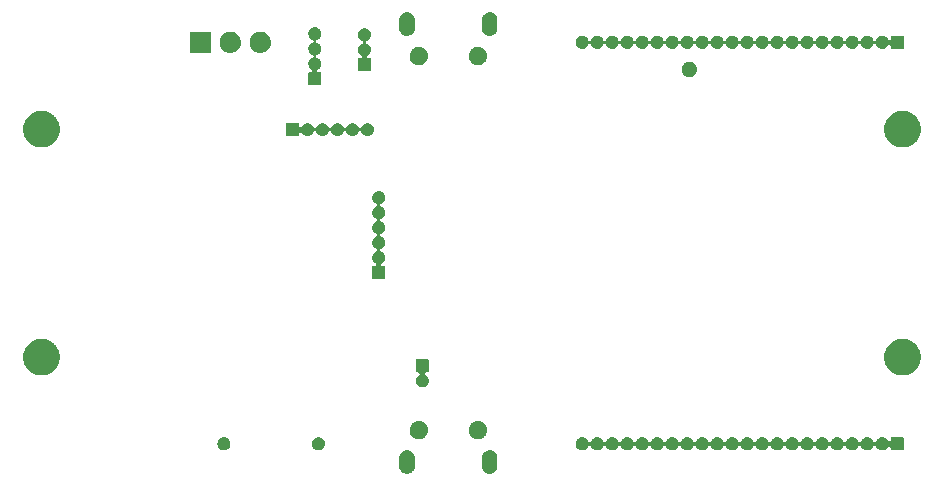
<source format=gbr>
G04 #@! TF.GenerationSoftware,KiCad,Pcbnew,5.99.0-unknown-89e9857~86~ubuntu18.04.1*
G04 #@! TF.CreationDate,2019-10-10T16:09:36-04:00*
G04 #@! TF.ProjectId,node_base,6e6f6465-5f62-4617-9365-2e6b69636164,rev?*
G04 #@! TF.SameCoordinates,Original*
G04 #@! TF.FileFunction,Soldermask,Bot*
G04 #@! TF.FilePolarity,Negative*
%FSLAX46Y46*%
G04 Gerber Fmt 4.6, Leading zero omitted, Abs format (unit mm)*
G04 Created by KiCad (PCBNEW 5.99.0-unknown-89e9857~86~ubuntu18.04.1) date 2019-10-10 16:09:36*
%MOMM*%
%LPD*%
G04 APERTURE LIST*
%ADD10C,0.100000*%
G04 APERTURE END LIST*
D10*
G36*
X114518492Y-107534050D02*
G01*
X114541202Y-107532621D01*
X114599045Y-107543655D01*
X114649599Y-107549683D01*
X114671467Y-107557470D01*
X114702769Y-107563441D01*
X114747975Y-107584713D01*
X114787189Y-107598677D01*
X114814553Y-107616043D01*
X114851596Y-107633474D01*
X114883140Y-107659570D01*
X114910505Y-107676936D01*
X114939838Y-107706474D01*
X114978330Y-107738318D01*
X114997060Y-107764097D01*
X115013417Y-107780569D01*
X115040395Y-107823743D01*
X115075010Y-107871386D01*
X115083387Y-107892545D01*
X115090814Y-107904430D01*
X115110685Y-107961490D01*
X115135559Y-108024316D01*
X115137265Y-108037817D01*
X115138846Y-108042358D01*
X115146828Y-108113517D01*
X115151000Y-108146544D01*
X115151000Y-108921248D01*
X115136606Y-109041963D01*
X115115809Y-109099102D01*
X115110095Y-109129054D01*
X115094742Y-109156981D01*
X115086803Y-109178793D01*
X115059227Y-109221583D01*
X115030856Y-109273189D01*
X115015278Y-109289777D01*
X115007685Y-109301560D01*
X114964509Y-109343841D01*
X114918260Y-109393091D01*
X114906771Y-109400382D01*
X114903337Y-109403745D01*
X114842349Y-109441265D01*
X114779384Y-109481224D01*
X114708505Y-109504254D01*
X114640678Y-109527344D01*
X114635893Y-109527847D01*
X114622954Y-109532051D01*
X114555534Y-109536293D01*
X114495428Y-109542610D01*
X114481508Y-109540950D01*
X114458798Y-109542379D01*
X114400955Y-109531345D01*
X114350401Y-109525317D01*
X114328533Y-109517530D01*
X114297231Y-109511559D01*
X114252025Y-109490287D01*
X114212811Y-109476323D01*
X114185447Y-109458957D01*
X114148404Y-109441526D01*
X114116861Y-109415431D01*
X114089495Y-109398064D01*
X114060158Y-109368522D01*
X114021670Y-109336681D01*
X114002943Y-109310906D01*
X113986583Y-109294431D01*
X113959602Y-109251252D01*
X113924990Y-109203613D01*
X113916613Y-109182454D01*
X113909186Y-109170569D01*
X113889315Y-109113509D01*
X113864441Y-109050683D01*
X113862735Y-109037182D01*
X113861154Y-109032641D01*
X113853172Y-108961482D01*
X113849000Y-108928455D01*
X113849000Y-108153752D01*
X113863395Y-108033035D01*
X113884191Y-107975898D01*
X113889905Y-107945946D01*
X113905257Y-107918022D01*
X113913196Y-107896209D01*
X113940776Y-107853413D01*
X113969145Y-107801811D01*
X113984721Y-107785225D01*
X113992314Y-107773442D01*
X114035484Y-107731167D01*
X114081740Y-107681909D01*
X114093232Y-107674616D01*
X114096666Y-107671253D01*
X114157655Y-107633732D01*
X114220616Y-107593776D01*
X114291495Y-107570746D01*
X114359322Y-107547656D01*
X114364107Y-107547153D01*
X114377046Y-107542949D01*
X114444466Y-107538707D01*
X114504572Y-107532390D01*
X114518492Y-107534050D01*
X114518492Y-107534050D01*
G37*
G36*
X121518491Y-107534050D02*
G01*
X121541201Y-107532621D01*
X121599044Y-107543655D01*
X121649598Y-107549683D01*
X121671466Y-107557470D01*
X121702768Y-107563441D01*
X121747974Y-107584713D01*
X121787188Y-107598677D01*
X121814553Y-107616043D01*
X121851595Y-107633474D01*
X121883137Y-107659568D01*
X121910505Y-107676936D01*
X121939839Y-107706476D01*
X121978330Y-107738318D01*
X121997060Y-107764097D01*
X122013417Y-107780569D01*
X122040395Y-107823743D01*
X122075010Y-107871386D01*
X122083387Y-107892545D01*
X122090814Y-107904430D01*
X122110685Y-107961490D01*
X122135559Y-108024316D01*
X122137265Y-108037817D01*
X122138846Y-108042358D01*
X122146828Y-108113517D01*
X122151000Y-108146544D01*
X122151000Y-108921248D01*
X122136606Y-109041963D01*
X122115809Y-109099102D01*
X122110095Y-109129054D01*
X122094742Y-109156981D01*
X122086803Y-109178793D01*
X122059225Y-109221586D01*
X122030856Y-109273189D01*
X122015280Y-109289776D01*
X122007687Y-109301558D01*
X121964517Y-109343833D01*
X121918261Y-109393091D01*
X121906769Y-109400384D01*
X121903335Y-109403747D01*
X121842346Y-109441268D01*
X121779385Y-109481224D01*
X121708506Y-109504254D01*
X121640679Y-109527344D01*
X121635894Y-109527847D01*
X121622955Y-109532051D01*
X121555535Y-109536293D01*
X121495429Y-109542610D01*
X121481509Y-109540950D01*
X121458799Y-109542379D01*
X121400956Y-109531345D01*
X121350402Y-109525317D01*
X121328534Y-109517530D01*
X121297232Y-109511559D01*
X121252026Y-109490287D01*
X121212812Y-109476323D01*
X121185448Y-109458957D01*
X121148405Y-109441526D01*
X121116861Y-109415430D01*
X121089496Y-109398064D01*
X121060163Y-109368526D01*
X121021671Y-109336682D01*
X121002941Y-109310903D01*
X120986584Y-109294431D01*
X120959605Y-109251255D01*
X120924991Y-109203614D01*
X120916614Y-109182457D01*
X120909187Y-109170571D01*
X120889318Y-109113515D01*
X120864441Y-109050684D01*
X120862735Y-109037180D01*
X120861154Y-109032640D01*
X120853173Y-108961489D01*
X120849000Y-108928456D01*
X120849000Y-108153753D01*
X120863394Y-108033038D01*
X120884191Y-107975899D01*
X120889905Y-107945947D01*
X120905258Y-107918020D01*
X120913197Y-107896208D01*
X120940775Y-107853415D01*
X120969144Y-107801812D01*
X120984720Y-107785225D01*
X120992313Y-107773443D01*
X121035481Y-107731169D01*
X121081739Y-107681909D01*
X121093231Y-107674616D01*
X121096665Y-107671253D01*
X121157654Y-107633732D01*
X121220615Y-107593776D01*
X121291494Y-107570746D01*
X121359321Y-107547656D01*
X121364106Y-107547153D01*
X121377045Y-107542949D01*
X121444465Y-107538707D01*
X121504571Y-107532390D01*
X121518491Y-107534050D01*
X121518491Y-107534050D01*
G37*
G36*
X107017381Y-106446783D02*
G01*
X107040734Y-106445314D01*
X107091992Y-106456209D01*
X107135218Y-106461670D01*
X107156974Y-106470021D01*
X107188399Y-106476701D01*
X107227154Y-106496961D01*
X107259724Y-106509464D01*
X107285993Y-106527721D01*
X107322185Y-106546642D01*
X107347727Y-106570628D01*
X107369239Y-106585579D01*
X107396135Y-106616086D01*
X107432233Y-106649985D01*
X107445865Y-106672493D01*
X107457433Y-106685615D01*
X107480289Y-106729334D01*
X107510437Y-106779114D01*
X107515164Y-106796043D01*
X107519220Y-106803802D01*
X107533047Y-106860095D01*
X107551034Y-106924518D01*
X107549333Y-107087006D01*
X107529987Y-107151082D01*
X107514997Y-107207026D01*
X107510781Y-107214695D01*
X107505699Y-107231527D01*
X107474508Y-107280676D01*
X107450747Y-107323898D01*
X107438908Y-107336772D01*
X107424808Y-107358991D01*
X107388006Y-107392128D01*
X107360478Y-107422064D01*
X107338657Y-107436562D01*
X107312620Y-107460006D01*
X107276045Y-107478162D01*
X107249394Y-107495869D01*
X107216565Y-107507688D01*
X107177399Y-107527130D01*
X107145839Y-107533150D01*
X107123916Y-107541043D01*
X107080593Y-107545597D01*
X107029108Y-107555418D01*
X107005787Y-107553460D01*
X106991284Y-107554984D01*
X106939548Y-107547897D01*
X106878673Y-107542785D01*
X106864937Y-107537677D01*
X106859150Y-107536884D01*
X106802595Y-107514492D01*
X106737177Y-107490163D01*
X106678252Y-107447352D01*
X106626441Y-107410532D01*
X106624537Y-107408326D01*
X106615044Y-107401429D01*
X106575302Y-107351287D01*
X106539300Y-107309579D01*
X106534001Y-107299179D01*
X106521272Y-107283119D01*
X106499838Y-107232129D01*
X106478754Y-107190749D01*
X106474096Y-107170892D01*
X106462771Y-107143950D01*
X106456928Y-107097696D01*
X106448299Y-107060909D01*
X106448604Y-107031808D01*
X106443850Y-106994176D01*
X106449392Y-106956647D01*
X106449697Y-106927552D01*
X106459092Y-106890961D01*
X106465904Y-106844831D01*
X106477791Y-106818132D01*
X106482864Y-106798375D01*
X106504815Y-106757436D01*
X106527307Y-106706918D01*
X106540366Y-106691132D01*
X106545883Y-106680843D01*
X106582753Y-106639895D01*
X106623535Y-106590598D01*
X106633171Y-106583901D01*
X106635122Y-106581734D01*
X106687700Y-106546002D01*
X106747500Y-106504440D01*
X106813435Y-106481479D01*
X106870424Y-106460285D01*
X106876223Y-106459614D01*
X106890067Y-106454793D01*
X106951037Y-106450957D01*
X107002909Y-106444955D01*
X107017381Y-106446783D01*
X107017381Y-106446783D01*
G37*
G36*
X99017381Y-106446783D02*
G01*
X99040734Y-106445314D01*
X99091992Y-106456209D01*
X99135218Y-106461670D01*
X99156974Y-106470021D01*
X99188399Y-106476701D01*
X99227154Y-106496961D01*
X99259724Y-106509464D01*
X99285993Y-106527721D01*
X99322185Y-106546642D01*
X99347727Y-106570628D01*
X99369239Y-106585579D01*
X99396135Y-106616086D01*
X99432233Y-106649985D01*
X99445865Y-106672493D01*
X99457433Y-106685615D01*
X99480289Y-106729334D01*
X99510437Y-106779114D01*
X99515164Y-106796043D01*
X99519220Y-106803802D01*
X99533047Y-106860095D01*
X99551034Y-106924518D01*
X99549333Y-107087006D01*
X99529987Y-107151082D01*
X99514997Y-107207026D01*
X99510781Y-107214695D01*
X99505699Y-107231527D01*
X99474508Y-107280676D01*
X99450747Y-107323898D01*
X99438908Y-107336772D01*
X99424808Y-107358991D01*
X99388006Y-107392128D01*
X99360478Y-107422064D01*
X99338657Y-107436562D01*
X99312620Y-107460006D01*
X99276045Y-107478162D01*
X99249394Y-107495869D01*
X99216565Y-107507688D01*
X99177399Y-107527130D01*
X99145839Y-107533150D01*
X99123916Y-107541043D01*
X99080593Y-107545597D01*
X99029108Y-107555418D01*
X99005787Y-107553460D01*
X98991284Y-107554984D01*
X98939548Y-107547897D01*
X98878673Y-107542785D01*
X98864937Y-107537677D01*
X98859150Y-107536884D01*
X98802595Y-107514492D01*
X98737177Y-107490163D01*
X98678252Y-107447352D01*
X98626441Y-107410532D01*
X98624537Y-107408326D01*
X98615044Y-107401429D01*
X98575302Y-107351287D01*
X98539300Y-107309579D01*
X98534001Y-107299179D01*
X98521272Y-107283119D01*
X98499838Y-107232129D01*
X98478754Y-107190749D01*
X98474096Y-107170892D01*
X98462771Y-107143950D01*
X98456928Y-107097696D01*
X98448299Y-107060909D01*
X98448604Y-107031808D01*
X98443850Y-106994176D01*
X98449392Y-106956647D01*
X98449697Y-106927552D01*
X98459092Y-106890961D01*
X98465904Y-106844831D01*
X98477791Y-106818132D01*
X98482864Y-106798375D01*
X98504815Y-106757436D01*
X98527307Y-106706918D01*
X98540366Y-106691132D01*
X98545883Y-106680843D01*
X98582753Y-106639895D01*
X98623535Y-106590598D01*
X98633171Y-106583901D01*
X98635122Y-106581734D01*
X98687700Y-106546002D01*
X98747500Y-106504440D01*
X98813435Y-106481479D01*
X98870424Y-106460285D01*
X98876223Y-106459614D01*
X98890067Y-106454793D01*
X98951037Y-106450957D01*
X99002909Y-106444955D01*
X99017381Y-106446783D01*
X99017381Y-106446783D01*
G37*
G36*
X156519899Y-106451959D02*
G01*
X156536769Y-106463231D01*
X156548041Y-106480101D01*
X156554448Y-106512312D01*
X156554448Y-107487688D01*
X156551999Y-107500000D01*
X156548041Y-107519899D01*
X156536769Y-107536769D01*
X156519899Y-107548041D01*
X156500000Y-107551999D01*
X156487688Y-107554448D01*
X155512312Y-107554448D01*
X155480101Y-107548041D01*
X155463231Y-107536769D01*
X155451959Y-107519899D01*
X155445552Y-107487688D01*
X155445552Y-107329367D01*
X155425709Y-107261787D01*
X155372479Y-107215664D01*
X155302764Y-107205640D01*
X155238696Y-107234899D01*
X155224798Y-107252374D01*
X155222889Y-107257676D01*
X155200073Y-107289781D01*
X155185779Y-107316777D01*
X155161608Y-107343906D01*
X155135438Y-107380731D01*
X155111601Y-107400034D01*
X155097063Y-107416351D01*
X155059967Y-107441846D01*
X155018116Y-107475736D01*
X154997971Y-107484453D01*
X154987151Y-107491890D01*
X154936956Y-107510858D01*
X154879568Y-107535692D01*
X154866497Y-107537482D01*
X154862402Y-107539030D01*
X154800634Y-107546504D01*
X154767815Y-107551000D01*
X154698568Y-107551000D01*
X154591657Y-107537494D01*
X154531208Y-107513926D01*
X154503781Y-107508096D01*
X154482648Y-107494993D01*
X154467708Y-107489168D01*
X154426172Y-107459976D01*
X154375478Y-107428544D01*
X154364569Y-107416680D01*
X154358598Y-107412484D01*
X154319558Y-107367731D01*
X154273293Y-107317419D01*
X154239505Y-107251107D01*
X154206534Y-107187226D01*
X154157906Y-107136275D01*
X154089451Y-107119702D01*
X154022903Y-107142770D01*
X153984988Y-107186066D01*
X153965247Y-107223349D01*
X153952889Y-107257676D01*
X153930072Y-107289782D01*
X153915779Y-107316777D01*
X153891608Y-107343906D01*
X153865438Y-107380731D01*
X153841601Y-107400034D01*
X153827063Y-107416351D01*
X153789967Y-107441846D01*
X153748116Y-107475736D01*
X153727971Y-107484453D01*
X153717151Y-107491890D01*
X153666956Y-107510858D01*
X153609568Y-107535692D01*
X153596497Y-107537482D01*
X153592402Y-107539030D01*
X153530634Y-107546504D01*
X153497815Y-107551000D01*
X153428568Y-107551000D01*
X153321657Y-107537494D01*
X153261208Y-107513926D01*
X153233781Y-107508096D01*
X153212648Y-107494993D01*
X153197708Y-107489168D01*
X153156172Y-107459976D01*
X153105478Y-107428544D01*
X153094569Y-107416680D01*
X153088598Y-107412484D01*
X153049558Y-107367731D01*
X153003293Y-107317419D01*
X152969505Y-107251107D01*
X152936534Y-107187226D01*
X152887906Y-107136275D01*
X152819451Y-107119702D01*
X152752903Y-107142770D01*
X152714988Y-107186066D01*
X152695247Y-107223349D01*
X152682889Y-107257676D01*
X152660072Y-107289782D01*
X152645779Y-107316777D01*
X152621608Y-107343906D01*
X152595438Y-107380731D01*
X152571601Y-107400034D01*
X152557063Y-107416351D01*
X152519967Y-107441846D01*
X152478116Y-107475736D01*
X152457971Y-107484453D01*
X152447151Y-107491890D01*
X152396956Y-107510858D01*
X152339568Y-107535692D01*
X152326497Y-107537482D01*
X152322402Y-107539030D01*
X152260634Y-107546504D01*
X152227815Y-107551000D01*
X152158568Y-107551000D01*
X152051657Y-107537494D01*
X151991208Y-107513926D01*
X151963781Y-107508096D01*
X151942648Y-107494993D01*
X151927708Y-107489168D01*
X151886172Y-107459976D01*
X151835478Y-107428544D01*
X151824569Y-107416680D01*
X151818598Y-107412484D01*
X151779558Y-107367731D01*
X151733293Y-107317419D01*
X151699505Y-107251107D01*
X151666534Y-107187226D01*
X151617906Y-107136275D01*
X151549451Y-107119702D01*
X151482903Y-107142770D01*
X151444988Y-107186066D01*
X151425247Y-107223349D01*
X151412889Y-107257676D01*
X151390072Y-107289782D01*
X151375779Y-107316777D01*
X151351608Y-107343906D01*
X151325438Y-107380731D01*
X151301601Y-107400034D01*
X151287063Y-107416351D01*
X151249967Y-107441846D01*
X151208116Y-107475736D01*
X151187971Y-107484453D01*
X151177151Y-107491890D01*
X151126956Y-107510858D01*
X151069568Y-107535692D01*
X151056497Y-107537482D01*
X151052402Y-107539030D01*
X150990634Y-107546504D01*
X150957815Y-107551000D01*
X150888568Y-107551000D01*
X150781657Y-107537494D01*
X150721208Y-107513926D01*
X150693781Y-107508096D01*
X150672648Y-107494993D01*
X150657708Y-107489168D01*
X150616172Y-107459976D01*
X150565478Y-107428544D01*
X150554569Y-107416680D01*
X150548598Y-107412484D01*
X150509558Y-107367731D01*
X150463293Y-107317419D01*
X150429505Y-107251107D01*
X150396534Y-107187226D01*
X150347906Y-107136275D01*
X150279451Y-107119702D01*
X150212903Y-107142770D01*
X150174988Y-107186066D01*
X150155247Y-107223349D01*
X150142889Y-107257676D01*
X150120072Y-107289782D01*
X150105779Y-107316777D01*
X150081608Y-107343906D01*
X150055438Y-107380731D01*
X150031601Y-107400034D01*
X150017063Y-107416351D01*
X149979967Y-107441846D01*
X149938116Y-107475736D01*
X149917971Y-107484453D01*
X149907151Y-107491890D01*
X149856956Y-107510858D01*
X149799568Y-107535692D01*
X149786497Y-107537482D01*
X149782402Y-107539030D01*
X149720634Y-107546504D01*
X149687815Y-107551000D01*
X149618568Y-107551000D01*
X149511657Y-107537494D01*
X149451208Y-107513926D01*
X149423781Y-107508096D01*
X149402648Y-107494993D01*
X149387708Y-107489168D01*
X149346172Y-107459976D01*
X149295478Y-107428544D01*
X149284569Y-107416680D01*
X149278598Y-107412484D01*
X149239558Y-107367731D01*
X149193293Y-107317419D01*
X149159505Y-107251107D01*
X149126534Y-107187226D01*
X149077906Y-107136275D01*
X149009451Y-107119702D01*
X148942903Y-107142770D01*
X148904988Y-107186066D01*
X148885247Y-107223349D01*
X148872889Y-107257676D01*
X148850072Y-107289782D01*
X148835779Y-107316777D01*
X148811608Y-107343906D01*
X148785438Y-107380731D01*
X148761601Y-107400034D01*
X148747063Y-107416351D01*
X148709967Y-107441846D01*
X148668116Y-107475736D01*
X148647971Y-107484453D01*
X148637151Y-107491890D01*
X148586956Y-107510858D01*
X148529568Y-107535692D01*
X148516497Y-107537482D01*
X148512402Y-107539030D01*
X148450634Y-107546504D01*
X148417815Y-107551000D01*
X148348568Y-107551000D01*
X148241657Y-107537494D01*
X148181208Y-107513926D01*
X148153781Y-107508096D01*
X148132648Y-107494993D01*
X148117708Y-107489168D01*
X148076172Y-107459976D01*
X148025478Y-107428544D01*
X148014569Y-107416680D01*
X148008598Y-107412484D01*
X147969558Y-107367731D01*
X147923293Y-107317419D01*
X147889505Y-107251107D01*
X147856534Y-107187226D01*
X147807906Y-107136275D01*
X147739451Y-107119702D01*
X147672903Y-107142770D01*
X147634988Y-107186066D01*
X147615247Y-107223349D01*
X147602889Y-107257676D01*
X147580072Y-107289782D01*
X147565779Y-107316777D01*
X147541608Y-107343906D01*
X147515438Y-107380731D01*
X147491601Y-107400034D01*
X147477063Y-107416351D01*
X147439967Y-107441846D01*
X147398116Y-107475736D01*
X147377971Y-107484453D01*
X147367151Y-107491890D01*
X147316956Y-107510858D01*
X147259568Y-107535692D01*
X147246497Y-107537482D01*
X147242402Y-107539030D01*
X147180634Y-107546504D01*
X147147815Y-107551000D01*
X147078568Y-107551000D01*
X146971657Y-107537494D01*
X146911208Y-107513926D01*
X146883781Y-107508096D01*
X146862648Y-107494993D01*
X146847708Y-107489168D01*
X146806172Y-107459976D01*
X146755478Y-107428544D01*
X146744569Y-107416680D01*
X146738598Y-107412484D01*
X146699558Y-107367731D01*
X146653293Y-107317419D01*
X146619505Y-107251107D01*
X146586534Y-107187226D01*
X146537906Y-107136275D01*
X146469451Y-107119702D01*
X146402903Y-107142770D01*
X146364988Y-107186066D01*
X146345247Y-107223349D01*
X146332889Y-107257676D01*
X146310072Y-107289782D01*
X146295779Y-107316777D01*
X146271608Y-107343906D01*
X146245438Y-107380731D01*
X146221601Y-107400034D01*
X146207063Y-107416351D01*
X146169967Y-107441846D01*
X146128116Y-107475736D01*
X146107971Y-107484453D01*
X146097151Y-107491890D01*
X146046956Y-107510858D01*
X145989568Y-107535692D01*
X145976497Y-107537482D01*
X145972402Y-107539030D01*
X145910634Y-107546504D01*
X145877815Y-107551000D01*
X145808568Y-107551000D01*
X145701657Y-107537494D01*
X145641208Y-107513926D01*
X145613781Y-107508096D01*
X145592648Y-107494993D01*
X145577708Y-107489168D01*
X145536172Y-107459976D01*
X145485478Y-107428544D01*
X145474569Y-107416680D01*
X145468598Y-107412484D01*
X145429558Y-107367731D01*
X145383293Y-107317419D01*
X145349505Y-107251107D01*
X145316534Y-107187226D01*
X145267906Y-107136275D01*
X145199451Y-107119702D01*
X145132903Y-107142770D01*
X145094988Y-107186066D01*
X145075247Y-107223349D01*
X145062889Y-107257676D01*
X145040072Y-107289782D01*
X145025779Y-107316777D01*
X145001608Y-107343906D01*
X144975438Y-107380731D01*
X144951601Y-107400034D01*
X144937063Y-107416351D01*
X144899967Y-107441846D01*
X144858116Y-107475736D01*
X144837971Y-107484453D01*
X144827151Y-107491890D01*
X144776956Y-107510858D01*
X144719568Y-107535692D01*
X144706497Y-107537482D01*
X144702402Y-107539030D01*
X144640634Y-107546504D01*
X144607815Y-107551000D01*
X144538568Y-107551000D01*
X144431657Y-107537494D01*
X144371208Y-107513926D01*
X144343781Y-107508096D01*
X144322648Y-107494993D01*
X144307708Y-107489168D01*
X144266172Y-107459976D01*
X144215478Y-107428544D01*
X144204569Y-107416680D01*
X144198598Y-107412484D01*
X144159558Y-107367731D01*
X144113293Y-107317419D01*
X144079505Y-107251107D01*
X144046534Y-107187226D01*
X143997906Y-107136275D01*
X143929451Y-107119702D01*
X143862903Y-107142770D01*
X143824988Y-107186066D01*
X143805247Y-107223349D01*
X143792889Y-107257676D01*
X143770072Y-107289782D01*
X143755779Y-107316777D01*
X143731608Y-107343906D01*
X143705438Y-107380731D01*
X143681601Y-107400034D01*
X143667063Y-107416351D01*
X143629967Y-107441846D01*
X143588116Y-107475736D01*
X143567971Y-107484453D01*
X143557151Y-107491890D01*
X143506956Y-107510858D01*
X143449568Y-107535692D01*
X143436497Y-107537482D01*
X143432402Y-107539030D01*
X143370634Y-107546504D01*
X143337815Y-107551000D01*
X143268568Y-107551000D01*
X143161657Y-107537494D01*
X143101208Y-107513926D01*
X143073781Y-107508096D01*
X143052648Y-107494993D01*
X143037708Y-107489168D01*
X142996172Y-107459976D01*
X142945478Y-107428544D01*
X142934569Y-107416680D01*
X142928598Y-107412484D01*
X142889558Y-107367731D01*
X142843293Y-107317419D01*
X142809505Y-107251107D01*
X142776534Y-107187226D01*
X142727906Y-107136275D01*
X142659451Y-107119702D01*
X142592903Y-107142770D01*
X142554988Y-107186066D01*
X142535247Y-107223349D01*
X142522889Y-107257676D01*
X142500072Y-107289782D01*
X142485779Y-107316777D01*
X142461608Y-107343906D01*
X142435438Y-107380731D01*
X142411601Y-107400034D01*
X142397063Y-107416351D01*
X142359967Y-107441846D01*
X142318116Y-107475736D01*
X142297971Y-107484453D01*
X142287151Y-107491890D01*
X142236956Y-107510858D01*
X142179568Y-107535692D01*
X142166497Y-107537482D01*
X142162402Y-107539030D01*
X142100634Y-107546504D01*
X142067815Y-107551000D01*
X141998568Y-107551000D01*
X141891657Y-107537494D01*
X141831208Y-107513926D01*
X141803781Y-107508096D01*
X141782648Y-107494993D01*
X141767708Y-107489168D01*
X141726172Y-107459976D01*
X141675478Y-107428544D01*
X141664569Y-107416680D01*
X141658598Y-107412484D01*
X141619558Y-107367731D01*
X141573293Y-107317419D01*
X141539505Y-107251107D01*
X141506534Y-107187226D01*
X141457906Y-107136275D01*
X141389451Y-107119702D01*
X141322903Y-107142770D01*
X141284988Y-107186066D01*
X141265247Y-107223349D01*
X141252889Y-107257676D01*
X141230072Y-107289782D01*
X141215779Y-107316777D01*
X141191608Y-107343906D01*
X141165438Y-107380731D01*
X141141601Y-107400034D01*
X141127063Y-107416351D01*
X141089967Y-107441846D01*
X141048116Y-107475736D01*
X141027971Y-107484453D01*
X141017151Y-107491890D01*
X140966956Y-107510858D01*
X140909568Y-107535692D01*
X140896497Y-107537482D01*
X140892402Y-107539030D01*
X140830634Y-107546504D01*
X140797815Y-107551000D01*
X140728568Y-107551000D01*
X140621657Y-107537494D01*
X140561208Y-107513926D01*
X140533781Y-107508096D01*
X140512648Y-107494993D01*
X140497708Y-107489168D01*
X140456172Y-107459976D01*
X140405478Y-107428544D01*
X140394569Y-107416680D01*
X140388598Y-107412484D01*
X140349558Y-107367731D01*
X140303293Y-107317419D01*
X140269505Y-107251107D01*
X140236534Y-107187226D01*
X140187906Y-107136275D01*
X140119451Y-107119702D01*
X140052903Y-107142770D01*
X140014988Y-107186066D01*
X139995247Y-107223349D01*
X139982889Y-107257676D01*
X139960072Y-107289782D01*
X139945779Y-107316777D01*
X139921608Y-107343906D01*
X139895438Y-107380731D01*
X139871601Y-107400034D01*
X139857063Y-107416351D01*
X139819967Y-107441846D01*
X139778116Y-107475736D01*
X139757971Y-107484453D01*
X139747151Y-107491890D01*
X139696956Y-107510858D01*
X139639568Y-107535692D01*
X139626497Y-107537482D01*
X139622402Y-107539030D01*
X139560634Y-107546504D01*
X139527815Y-107551000D01*
X139458568Y-107551000D01*
X139351657Y-107537494D01*
X139291208Y-107513926D01*
X139263781Y-107508096D01*
X139242648Y-107494993D01*
X139227708Y-107489168D01*
X139186172Y-107459976D01*
X139135478Y-107428544D01*
X139124569Y-107416680D01*
X139118598Y-107412484D01*
X139079558Y-107367731D01*
X139033293Y-107317419D01*
X138999505Y-107251107D01*
X138966534Y-107187226D01*
X138917906Y-107136275D01*
X138849451Y-107119702D01*
X138782903Y-107142770D01*
X138744988Y-107186066D01*
X138725247Y-107223349D01*
X138712889Y-107257676D01*
X138690072Y-107289782D01*
X138675779Y-107316777D01*
X138651608Y-107343906D01*
X138625438Y-107380731D01*
X138601601Y-107400034D01*
X138587063Y-107416351D01*
X138549967Y-107441846D01*
X138508116Y-107475736D01*
X138487971Y-107484453D01*
X138477151Y-107491890D01*
X138426956Y-107510858D01*
X138369568Y-107535692D01*
X138356497Y-107537482D01*
X138352402Y-107539030D01*
X138290634Y-107546504D01*
X138257815Y-107551000D01*
X138188568Y-107551000D01*
X138081657Y-107537494D01*
X138021208Y-107513926D01*
X137993781Y-107508096D01*
X137972648Y-107494993D01*
X137957708Y-107489168D01*
X137916172Y-107459976D01*
X137865478Y-107428544D01*
X137854569Y-107416680D01*
X137848598Y-107412484D01*
X137809558Y-107367731D01*
X137763293Y-107317419D01*
X137729505Y-107251107D01*
X137696534Y-107187226D01*
X137647906Y-107136275D01*
X137579451Y-107119702D01*
X137512903Y-107142770D01*
X137474988Y-107186066D01*
X137455247Y-107223349D01*
X137442889Y-107257676D01*
X137420072Y-107289782D01*
X137405779Y-107316777D01*
X137381608Y-107343906D01*
X137355438Y-107380731D01*
X137331601Y-107400034D01*
X137317063Y-107416351D01*
X137279967Y-107441846D01*
X137238116Y-107475736D01*
X137217971Y-107484453D01*
X137207151Y-107491890D01*
X137156956Y-107510858D01*
X137099568Y-107535692D01*
X137086497Y-107537482D01*
X137082402Y-107539030D01*
X137020634Y-107546504D01*
X136987815Y-107551000D01*
X136918568Y-107551000D01*
X136811657Y-107537494D01*
X136751208Y-107513926D01*
X136723781Y-107508096D01*
X136702648Y-107494993D01*
X136687708Y-107489168D01*
X136646172Y-107459976D01*
X136595478Y-107428544D01*
X136584569Y-107416680D01*
X136578598Y-107412484D01*
X136539558Y-107367731D01*
X136493293Y-107317419D01*
X136459505Y-107251107D01*
X136426534Y-107187226D01*
X136377906Y-107136275D01*
X136309451Y-107119702D01*
X136242903Y-107142770D01*
X136204988Y-107186066D01*
X136185247Y-107223349D01*
X136172889Y-107257676D01*
X136150072Y-107289782D01*
X136135779Y-107316777D01*
X136111608Y-107343906D01*
X136085438Y-107380731D01*
X136061601Y-107400034D01*
X136047063Y-107416351D01*
X136009967Y-107441846D01*
X135968116Y-107475736D01*
X135947971Y-107484453D01*
X135937151Y-107491890D01*
X135886956Y-107510858D01*
X135829568Y-107535692D01*
X135816497Y-107537482D01*
X135812402Y-107539030D01*
X135750634Y-107546504D01*
X135717815Y-107551000D01*
X135648568Y-107551000D01*
X135541657Y-107537494D01*
X135481208Y-107513926D01*
X135453781Y-107508096D01*
X135432648Y-107494993D01*
X135417708Y-107489168D01*
X135376172Y-107459976D01*
X135325478Y-107428544D01*
X135314569Y-107416680D01*
X135308598Y-107412484D01*
X135269558Y-107367731D01*
X135223293Y-107317419D01*
X135189505Y-107251107D01*
X135156534Y-107187226D01*
X135107906Y-107136275D01*
X135039451Y-107119702D01*
X134972903Y-107142770D01*
X134934988Y-107186066D01*
X134915247Y-107223349D01*
X134902889Y-107257676D01*
X134880072Y-107289782D01*
X134865779Y-107316777D01*
X134841608Y-107343906D01*
X134815438Y-107380731D01*
X134791601Y-107400034D01*
X134777063Y-107416351D01*
X134739967Y-107441846D01*
X134698116Y-107475736D01*
X134677971Y-107484453D01*
X134667151Y-107491890D01*
X134616956Y-107510858D01*
X134559568Y-107535692D01*
X134546497Y-107537482D01*
X134542402Y-107539030D01*
X134480634Y-107546504D01*
X134447815Y-107551000D01*
X134378568Y-107551000D01*
X134271657Y-107537494D01*
X134211208Y-107513926D01*
X134183781Y-107508096D01*
X134162648Y-107494993D01*
X134147708Y-107489168D01*
X134106172Y-107459976D01*
X134055478Y-107428544D01*
X134044569Y-107416680D01*
X134038598Y-107412484D01*
X133999558Y-107367731D01*
X133953293Y-107317419D01*
X133919505Y-107251107D01*
X133886534Y-107187226D01*
X133837906Y-107136275D01*
X133769451Y-107119702D01*
X133702903Y-107142770D01*
X133664988Y-107186066D01*
X133645247Y-107223349D01*
X133632889Y-107257676D01*
X133610072Y-107289782D01*
X133595779Y-107316777D01*
X133571608Y-107343906D01*
X133545438Y-107380731D01*
X133521601Y-107400034D01*
X133507063Y-107416351D01*
X133469967Y-107441846D01*
X133428116Y-107475736D01*
X133407971Y-107484453D01*
X133397151Y-107491890D01*
X133346956Y-107510858D01*
X133289568Y-107535692D01*
X133276497Y-107537482D01*
X133272402Y-107539030D01*
X133210634Y-107546504D01*
X133177815Y-107551000D01*
X133108568Y-107551000D01*
X133001657Y-107537494D01*
X132941208Y-107513926D01*
X132913781Y-107508096D01*
X132892648Y-107494993D01*
X132877708Y-107489168D01*
X132836172Y-107459976D01*
X132785478Y-107428544D01*
X132774569Y-107416680D01*
X132768598Y-107412484D01*
X132729558Y-107367731D01*
X132683293Y-107317419D01*
X132649505Y-107251107D01*
X132616534Y-107187226D01*
X132567906Y-107136275D01*
X132499451Y-107119702D01*
X132432903Y-107142770D01*
X132394988Y-107186066D01*
X132375247Y-107223349D01*
X132362889Y-107257676D01*
X132340072Y-107289782D01*
X132325779Y-107316777D01*
X132301608Y-107343906D01*
X132275438Y-107380731D01*
X132251601Y-107400034D01*
X132237063Y-107416351D01*
X132199967Y-107441846D01*
X132158116Y-107475736D01*
X132137971Y-107484453D01*
X132127151Y-107491890D01*
X132076956Y-107510858D01*
X132019568Y-107535692D01*
X132006497Y-107537482D01*
X132002402Y-107539030D01*
X131940634Y-107546504D01*
X131907815Y-107551000D01*
X131838568Y-107551000D01*
X131731657Y-107537494D01*
X131671208Y-107513926D01*
X131643781Y-107508096D01*
X131622648Y-107494993D01*
X131607708Y-107489168D01*
X131566172Y-107459976D01*
X131515478Y-107428544D01*
X131504569Y-107416680D01*
X131498598Y-107412484D01*
X131459558Y-107367731D01*
X131413293Y-107317419D01*
X131379505Y-107251107D01*
X131346534Y-107187226D01*
X131297906Y-107136275D01*
X131229451Y-107119702D01*
X131162903Y-107142770D01*
X131124988Y-107186066D01*
X131105247Y-107223349D01*
X131092889Y-107257676D01*
X131070072Y-107289782D01*
X131055779Y-107316777D01*
X131031608Y-107343906D01*
X131005438Y-107380731D01*
X130981601Y-107400034D01*
X130967063Y-107416351D01*
X130929967Y-107441846D01*
X130888116Y-107475736D01*
X130867971Y-107484453D01*
X130857151Y-107491890D01*
X130806956Y-107510858D01*
X130749568Y-107535692D01*
X130736497Y-107537482D01*
X130732402Y-107539030D01*
X130670634Y-107546504D01*
X130637815Y-107551000D01*
X130568568Y-107551000D01*
X130461657Y-107537494D01*
X130401208Y-107513926D01*
X130373781Y-107508096D01*
X130352648Y-107494993D01*
X130337708Y-107489168D01*
X130296172Y-107459976D01*
X130245478Y-107428544D01*
X130234569Y-107416680D01*
X130228598Y-107412484D01*
X130189558Y-107367731D01*
X130143293Y-107317419D01*
X130109505Y-107251107D01*
X130076534Y-107187226D01*
X130027906Y-107136275D01*
X129959451Y-107119702D01*
X129892903Y-107142770D01*
X129854988Y-107186066D01*
X129835247Y-107223349D01*
X129822889Y-107257676D01*
X129800072Y-107289782D01*
X129785779Y-107316777D01*
X129761608Y-107343906D01*
X129735438Y-107380731D01*
X129711601Y-107400034D01*
X129697063Y-107416351D01*
X129659967Y-107441846D01*
X129618116Y-107475736D01*
X129597971Y-107484453D01*
X129587151Y-107491890D01*
X129536956Y-107510858D01*
X129479568Y-107535692D01*
X129466497Y-107537482D01*
X129462402Y-107539030D01*
X129400634Y-107546504D01*
X129367815Y-107551000D01*
X129298568Y-107551000D01*
X129191657Y-107537494D01*
X129131208Y-107513926D01*
X129103781Y-107508096D01*
X129082648Y-107494993D01*
X129067708Y-107489168D01*
X129026172Y-107459976D01*
X128975478Y-107428544D01*
X128964569Y-107416680D01*
X128958598Y-107412484D01*
X128919558Y-107367731D01*
X128873293Y-107317419D01*
X128839500Y-107251097D01*
X128809760Y-107193476D01*
X128809420Y-107192061D01*
X128804757Y-107182909D01*
X128791822Y-107118760D01*
X128778626Y-107063796D01*
X128778680Y-107053583D01*
X128774917Y-107034923D01*
X128779074Y-106978318D01*
X128779325Y-106930434D01*
X128783940Y-106912060D01*
X128785974Y-106884364D01*
X128802256Y-106839139D01*
X128811813Y-106801089D01*
X128824753Y-106776650D01*
X128837111Y-106742324D01*
X128859928Y-106710218D01*
X128874221Y-106683223D01*
X128898392Y-106656094D01*
X128924562Y-106619269D01*
X128948399Y-106599966D01*
X128962937Y-106583649D01*
X129000033Y-106558154D01*
X129041884Y-106524264D01*
X129062029Y-106515547D01*
X129072849Y-106508110D01*
X129123044Y-106489142D01*
X129180432Y-106464308D01*
X129193503Y-106462518D01*
X129197598Y-106460970D01*
X129259366Y-106453496D01*
X129292185Y-106449000D01*
X129361432Y-106449000D01*
X129468343Y-106462506D01*
X129528792Y-106486074D01*
X129556219Y-106491904D01*
X129577352Y-106505007D01*
X129592292Y-106510832D01*
X129633828Y-106540024D01*
X129684522Y-106571456D01*
X129695431Y-106583320D01*
X129701402Y-106587516D01*
X129740442Y-106632269D01*
X129786707Y-106682581D01*
X129820495Y-106748893D01*
X129853466Y-106812774D01*
X129902094Y-106863725D01*
X129970549Y-106880298D01*
X130037097Y-106857230D01*
X130075012Y-106813934D01*
X130094753Y-106776651D01*
X130107111Y-106742324D01*
X130129928Y-106710218D01*
X130144221Y-106683223D01*
X130168392Y-106656094D01*
X130194562Y-106619269D01*
X130218399Y-106599966D01*
X130232937Y-106583649D01*
X130270033Y-106558154D01*
X130311884Y-106524264D01*
X130332029Y-106515547D01*
X130342849Y-106508110D01*
X130393044Y-106489142D01*
X130450432Y-106464308D01*
X130463503Y-106462518D01*
X130467598Y-106460970D01*
X130529366Y-106453496D01*
X130562185Y-106449000D01*
X130631432Y-106449000D01*
X130738343Y-106462506D01*
X130798792Y-106486074D01*
X130826219Y-106491904D01*
X130847352Y-106505007D01*
X130862292Y-106510832D01*
X130903828Y-106540024D01*
X130954522Y-106571456D01*
X130965431Y-106583320D01*
X130971402Y-106587516D01*
X131010442Y-106632269D01*
X131056707Y-106682581D01*
X131090495Y-106748893D01*
X131123466Y-106812774D01*
X131172094Y-106863725D01*
X131240549Y-106880298D01*
X131307097Y-106857230D01*
X131345012Y-106813934D01*
X131364753Y-106776651D01*
X131377111Y-106742324D01*
X131399928Y-106710218D01*
X131414221Y-106683223D01*
X131438392Y-106656094D01*
X131464562Y-106619269D01*
X131488399Y-106599966D01*
X131502937Y-106583649D01*
X131540033Y-106558154D01*
X131581884Y-106524264D01*
X131602029Y-106515547D01*
X131612849Y-106508110D01*
X131663044Y-106489142D01*
X131720432Y-106464308D01*
X131733503Y-106462518D01*
X131737598Y-106460970D01*
X131799366Y-106453496D01*
X131832185Y-106449000D01*
X131901432Y-106449000D01*
X132008343Y-106462506D01*
X132068792Y-106486074D01*
X132096219Y-106491904D01*
X132117352Y-106505007D01*
X132132292Y-106510832D01*
X132173828Y-106540024D01*
X132224522Y-106571456D01*
X132235431Y-106583320D01*
X132241402Y-106587516D01*
X132280442Y-106632269D01*
X132326707Y-106682581D01*
X132360495Y-106748893D01*
X132393466Y-106812774D01*
X132442094Y-106863725D01*
X132510549Y-106880298D01*
X132577097Y-106857230D01*
X132615012Y-106813934D01*
X132634753Y-106776651D01*
X132647111Y-106742324D01*
X132669928Y-106710218D01*
X132684221Y-106683223D01*
X132708392Y-106656094D01*
X132734562Y-106619269D01*
X132758399Y-106599966D01*
X132772937Y-106583649D01*
X132810033Y-106558154D01*
X132851884Y-106524264D01*
X132872029Y-106515547D01*
X132882849Y-106508110D01*
X132933044Y-106489142D01*
X132990432Y-106464308D01*
X133003503Y-106462518D01*
X133007598Y-106460970D01*
X133069366Y-106453496D01*
X133102185Y-106449000D01*
X133171432Y-106449000D01*
X133278343Y-106462506D01*
X133338792Y-106486074D01*
X133366219Y-106491904D01*
X133387352Y-106505007D01*
X133402292Y-106510832D01*
X133443828Y-106540024D01*
X133494522Y-106571456D01*
X133505431Y-106583320D01*
X133511402Y-106587516D01*
X133550442Y-106632269D01*
X133596707Y-106682581D01*
X133630495Y-106748893D01*
X133663466Y-106812774D01*
X133712094Y-106863725D01*
X133780549Y-106880298D01*
X133847097Y-106857230D01*
X133885012Y-106813934D01*
X133904753Y-106776651D01*
X133917111Y-106742324D01*
X133939928Y-106710218D01*
X133954221Y-106683223D01*
X133978392Y-106656094D01*
X134004562Y-106619269D01*
X134028399Y-106599966D01*
X134042937Y-106583649D01*
X134080033Y-106558154D01*
X134121884Y-106524264D01*
X134142029Y-106515547D01*
X134152849Y-106508110D01*
X134203044Y-106489142D01*
X134260432Y-106464308D01*
X134273503Y-106462518D01*
X134277598Y-106460970D01*
X134339366Y-106453496D01*
X134372185Y-106449000D01*
X134441432Y-106449000D01*
X134548343Y-106462506D01*
X134608792Y-106486074D01*
X134636219Y-106491904D01*
X134657352Y-106505007D01*
X134672292Y-106510832D01*
X134713828Y-106540024D01*
X134764522Y-106571456D01*
X134775431Y-106583320D01*
X134781402Y-106587516D01*
X134820442Y-106632269D01*
X134866707Y-106682581D01*
X134900495Y-106748893D01*
X134933466Y-106812774D01*
X134982094Y-106863725D01*
X135050549Y-106880298D01*
X135117097Y-106857230D01*
X135155012Y-106813934D01*
X135174753Y-106776651D01*
X135187111Y-106742324D01*
X135209928Y-106710218D01*
X135224221Y-106683223D01*
X135248392Y-106656094D01*
X135274562Y-106619269D01*
X135298399Y-106599966D01*
X135312937Y-106583649D01*
X135350033Y-106558154D01*
X135391884Y-106524264D01*
X135412029Y-106515547D01*
X135422849Y-106508110D01*
X135473044Y-106489142D01*
X135530432Y-106464308D01*
X135543503Y-106462518D01*
X135547598Y-106460970D01*
X135609366Y-106453496D01*
X135642185Y-106449000D01*
X135711432Y-106449000D01*
X135818343Y-106462506D01*
X135878792Y-106486074D01*
X135906219Y-106491904D01*
X135927352Y-106505007D01*
X135942292Y-106510832D01*
X135983828Y-106540024D01*
X136034522Y-106571456D01*
X136045431Y-106583320D01*
X136051402Y-106587516D01*
X136090442Y-106632269D01*
X136136707Y-106682581D01*
X136170495Y-106748893D01*
X136203466Y-106812774D01*
X136252094Y-106863725D01*
X136320549Y-106880298D01*
X136387097Y-106857230D01*
X136425012Y-106813934D01*
X136444753Y-106776651D01*
X136457111Y-106742324D01*
X136479928Y-106710218D01*
X136494221Y-106683223D01*
X136518392Y-106656094D01*
X136544562Y-106619269D01*
X136568399Y-106599966D01*
X136582937Y-106583649D01*
X136620033Y-106558154D01*
X136661884Y-106524264D01*
X136682029Y-106515547D01*
X136692849Y-106508110D01*
X136743044Y-106489142D01*
X136800432Y-106464308D01*
X136813503Y-106462518D01*
X136817598Y-106460970D01*
X136879366Y-106453496D01*
X136912185Y-106449000D01*
X136981432Y-106449000D01*
X137088343Y-106462506D01*
X137148792Y-106486074D01*
X137176219Y-106491904D01*
X137197352Y-106505007D01*
X137212292Y-106510832D01*
X137253828Y-106540024D01*
X137304522Y-106571456D01*
X137315431Y-106583320D01*
X137321402Y-106587516D01*
X137360442Y-106632269D01*
X137406707Y-106682581D01*
X137440495Y-106748893D01*
X137473466Y-106812774D01*
X137522094Y-106863725D01*
X137590549Y-106880298D01*
X137657097Y-106857230D01*
X137695012Y-106813934D01*
X137714753Y-106776651D01*
X137727111Y-106742324D01*
X137749928Y-106710218D01*
X137764221Y-106683223D01*
X137788392Y-106656094D01*
X137814562Y-106619269D01*
X137838399Y-106599966D01*
X137852937Y-106583649D01*
X137890033Y-106558154D01*
X137931884Y-106524264D01*
X137952029Y-106515547D01*
X137962849Y-106508110D01*
X138013044Y-106489142D01*
X138070432Y-106464308D01*
X138083503Y-106462518D01*
X138087598Y-106460970D01*
X138149366Y-106453496D01*
X138182185Y-106449000D01*
X138251432Y-106449000D01*
X138358343Y-106462506D01*
X138418792Y-106486074D01*
X138446219Y-106491904D01*
X138467352Y-106505007D01*
X138482292Y-106510832D01*
X138523828Y-106540024D01*
X138574522Y-106571456D01*
X138585431Y-106583320D01*
X138591402Y-106587516D01*
X138630442Y-106632269D01*
X138676707Y-106682581D01*
X138710495Y-106748893D01*
X138743466Y-106812774D01*
X138792094Y-106863725D01*
X138860549Y-106880298D01*
X138927097Y-106857230D01*
X138965012Y-106813934D01*
X138984753Y-106776651D01*
X138997111Y-106742324D01*
X139019928Y-106710218D01*
X139034221Y-106683223D01*
X139058392Y-106656094D01*
X139084562Y-106619269D01*
X139108399Y-106599966D01*
X139122937Y-106583649D01*
X139160033Y-106558154D01*
X139201884Y-106524264D01*
X139222029Y-106515547D01*
X139232849Y-106508110D01*
X139283044Y-106489142D01*
X139340432Y-106464308D01*
X139353503Y-106462518D01*
X139357598Y-106460970D01*
X139419366Y-106453496D01*
X139452185Y-106449000D01*
X139521432Y-106449000D01*
X139628343Y-106462506D01*
X139688792Y-106486074D01*
X139716219Y-106491904D01*
X139737352Y-106505007D01*
X139752292Y-106510832D01*
X139793828Y-106540024D01*
X139844522Y-106571456D01*
X139855431Y-106583320D01*
X139861402Y-106587516D01*
X139900442Y-106632269D01*
X139946707Y-106682581D01*
X139980495Y-106748893D01*
X140013466Y-106812774D01*
X140062094Y-106863725D01*
X140130549Y-106880298D01*
X140197097Y-106857230D01*
X140235012Y-106813934D01*
X140254753Y-106776651D01*
X140267111Y-106742324D01*
X140289928Y-106710218D01*
X140304221Y-106683223D01*
X140328392Y-106656094D01*
X140354562Y-106619269D01*
X140378399Y-106599966D01*
X140392937Y-106583649D01*
X140430033Y-106558154D01*
X140471884Y-106524264D01*
X140492029Y-106515547D01*
X140502849Y-106508110D01*
X140553044Y-106489142D01*
X140610432Y-106464308D01*
X140623503Y-106462518D01*
X140627598Y-106460970D01*
X140689366Y-106453496D01*
X140722185Y-106449000D01*
X140791432Y-106449000D01*
X140898343Y-106462506D01*
X140958792Y-106486074D01*
X140986219Y-106491904D01*
X141007352Y-106505007D01*
X141022292Y-106510832D01*
X141063828Y-106540024D01*
X141114522Y-106571456D01*
X141125431Y-106583320D01*
X141131402Y-106587516D01*
X141170442Y-106632269D01*
X141216707Y-106682581D01*
X141250495Y-106748893D01*
X141283466Y-106812774D01*
X141332094Y-106863725D01*
X141400549Y-106880298D01*
X141467097Y-106857230D01*
X141505012Y-106813934D01*
X141524753Y-106776651D01*
X141537111Y-106742324D01*
X141559928Y-106710218D01*
X141574221Y-106683223D01*
X141598392Y-106656094D01*
X141624562Y-106619269D01*
X141648399Y-106599966D01*
X141662937Y-106583649D01*
X141700033Y-106558154D01*
X141741884Y-106524264D01*
X141762029Y-106515547D01*
X141772849Y-106508110D01*
X141823044Y-106489142D01*
X141880432Y-106464308D01*
X141893503Y-106462518D01*
X141897598Y-106460970D01*
X141959366Y-106453496D01*
X141992185Y-106449000D01*
X142061432Y-106449000D01*
X142168343Y-106462506D01*
X142228792Y-106486074D01*
X142256219Y-106491904D01*
X142277352Y-106505007D01*
X142292292Y-106510832D01*
X142333828Y-106540024D01*
X142384522Y-106571456D01*
X142395431Y-106583320D01*
X142401402Y-106587516D01*
X142440442Y-106632269D01*
X142486707Y-106682581D01*
X142520495Y-106748893D01*
X142553466Y-106812774D01*
X142602094Y-106863725D01*
X142670549Y-106880298D01*
X142737097Y-106857230D01*
X142775012Y-106813934D01*
X142794753Y-106776651D01*
X142807111Y-106742324D01*
X142829928Y-106710218D01*
X142844221Y-106683223D01*
X142868392Y-106656094D01*
X142894562Y-106619269D01*
X142918399Y-106599966D01*
X142932937Y-106583649D01*
X142970033Y-106558154D01*
X143011884Y-106524264D01*
X143032029Y-106515547D01*
X143042849Y-106508110D01*
X143093044Y-106489142D01*
X143150432Y-106464308D01*
X143163503Y-106462518D01*
X143167598Y-106460970D01*
X143229366Y-106453496D01*
X143262185Y-106449000D01*
X143331432Y-106449000D01*
X143438343Y-106462506D01*
X143498792Y-106486074D01*
X143526219Y-106491904D01*
X143547352Y-106505007D01*
X143562292Y-106510832D01*
X143603828Y-106540024D01*
X143654522Y-106571456D01*
X143665431Y-106583320D01*
X143671402Y-106587516D01*
X143710442Y-106632269D01*
X143756707Y-106682581D01*
X143790495Y-106748893D01*
X143823466Y-106812774D01*
X143872094Y-106863725D01*
X143940549Y-106880298D01*
X144007097Y-106857230D01*
X144045012Y-106813934D01*
X144064753Y-106776651D01*
X144077111Y-106742324D01*
X144099928Y-106710218D01*
X144114221Y-106683223D01*
X144138392Y-106656094D01*
X144164562Y-106619269D01*
X144188399Y-106599966D01*
X144202937Y-106583649D01*
X144240033Y-106558154D01*
X144281884Y-106524264D01*
X144302029Y-106515547D01*
X144312849Y-106508110D01*
X144363044Y-106489142D01*
X144420432Y-106464308D01*
X144433503Y-106462518D01*
X144437598Y-106460970D01*
X144499366Y-106453496D01*
X144532185Y-106449000D01*
X144601432Y-106449000D01*
X144708343Y-106462506D01*
X144768792Y-106486074D01*
X144796219Y-106491904D01*
X144817352Y-106505007D01*
X144832292Y-106510832D01*
X144873828Y-106540024D01*
X144924522Y-106571456D01*
X144935431Y-106583320D01*
X144941402Y-106587516D01*
X144980442Y-106632269D01*
X145026707Y-106682581D01*
X145060495Y-106748893D01*
X145093466Y-106812774D01*
X145142094Y-106863725D01*
X145210549Y-106880298D01*
X145277097Y-106857230D01*
X145315012Y-106813934D01*
X145334753Y-106776651D01*
X145347111Y-106742324D01*
X145369928Y-106710218D01*
X145384221Y-106683223D01*
X145408392Y-106656094D01*
X145434562Y-106619269D01*
X145458399Y-106599966D01*
X145472937Y-106583649D01*
X145510033Y-106558154D01*
X145551884Y-106524264D01*
X145572029Y-106515547D01*
X145582849Y-106508110D01*
X145633044Y-106489142D01*
X145690432Y-106464308D01*
X145703503Y-106462518D01*
X145707598Y-106460970D01*
X145769366Y-106453496D01*
X145802185Y-106449000D01*
X145871432Y-106449000D01*
X145978343Y-106462506D01*
X146038792Y-106486074D01*
X146066219Y-106491904D01*
X146087352Y-106505007D01*
X146102292Y-106510832D01*
X146143828Y-106540024D01*
X146194522Y-106571456D01*
X146205431Y-106583320D01*
X146211402Y-106587516D01*
X146250442Y-106632269D01*
X146296707Y-106682581D01*
X146330495Y-106748893D01*
X146363466Y-106812774D01*
X146412094Y-106863725D01*
X146480549Y-106880298D01*
X146547097Y-106857230D01*
X146585012Y-106813934D01*
X146604753Y-106776651D01*
X146617111Y-106742324D01*
X146639928Y-106710218D01*
X146654221Y-106683223D01*
X146678392Y-106656094D01*
X146704562Y-106619269D01*
X146728399Y-106599966D01*
X146742937Y-106583649D01*
X146780033Y-106558154D01*
X146821884Y-106524264D01*
X146842029Y-106515547D01*
X146852849Y-106508110D01*
X146903044Y-106489142D01*
X146960432Y-106464308D01*
X146973503Y-106462518D01*
X146977598Y-106460970D01*
X147039366Y-106453496D01*
X147072185Y-106449000D01*
X147141432Y-106449000D01*
X147248343Y-106462506D01*
X147308792Y-106486074D01*
X147336219Y-106491904D01*
X147357352Y-106505007D01*
X147372292Y-106510832D01*
X147413828Y-106540024D01*
X147464522Y-106571456D01*
X147475431Y-106583320D01*
X147481402Y-106587516D01*
X147520442Y-106632269D01*
X147566707Y-106682581D01*
X147600495Y-106748893D01*
X147633466Y-106812774D01*
X147682094Y-106863725D01*
X147750549Y-106880298D01*
X147817097Y-106857230D01*
X147855012Y-106813934D01*
X147874753Y-106776651D01*
X147887111Y-106742324D01*
X147909928Y-106710218D01*
X147924221Y-106683223D01*
X147948392Y-106656094D01*
X147974562Y-106619269D01*
X147998399Y-106599966D01*
X148012937Y-106583649D01*
X148050033Y-106558154D01*
X148091884Y-106524264D01*
X148112029Y-106515547D01*
X148122849Y-106508110D01*
X148173044Y-106489142D01*
X148230432Y-106464308D01*
X148243503Y-106462518D01*
X148247598Y-106460970D01*
X148309366Y-106453496D01*
X148342185Y-106449000D01*
X148411432Y-106449000D01*
X148518343Y-106462506D01*
X148578792Y-106486074D01*
X148606219Y-106491904D01*
X148627352Y-106505007D01*
X148642292Y-106510832D01*
X148683828Y-106540024D01*
X148734522Y-106571456D01*
X148745431Y-106583320D01*
X148751402Y-106587516D01*
X148790442Y-106632269D01*
X148836707Y-106682581D01*
X148870495Y-106748893D01*
X148903466Y-106812774D01*
X148952094Y-106863725D01*
X149020549Y-106880298D01*
X149087097Y-106857230D01*
X149125012Y-106813934D01*
X149144753Y-106776651D01*
X149157111Y-106742324D01*
X149179928Y-106710218D01*
X149194221Y-106683223D01*
X149218392Y-106656094D01*
X149244562Y-106619269D01*
X149268399Y-106599966D01*
X149282937Y-106583649D01*
X149320033Y-106558154D01*
X149361884Y-106524264D01*
X149382029Y-106515547D01*
X149392849Y-106508110D01*
X149443044Y-106489142D01*
X149500432Y-106464308D01*
X149513503Y-106462518D01*
X149517598Y-106460970D01*
X149579366Y-106453496D01*
X149612185Y-106449000D01*
X149681432Y-106449000D01*
X149788343Y-106462506D01*
X149848792Y-106486074D01*
X149876219Y-106491904D01*
X149897352Y-106505007D01*
X149912292Y-106510832D01*
X149953828Y-106540024D01*
X150004522Y-106571456D01*
X150015431Y-106583320D01*
X150021402Y-106587516D01*
X150060442Y-106632269D01*
X150106707Y-106682581D01*
X150140495Y-106748893D01*
X150173466Y-106812774D01*
X150222094Y-106863725D01*
X150290549Y-106880298D01*
X150357097Y-106857230D01*
X150395012Y-106813934D01*
X150414753Y-106776651D01*
X150427111Y-106742324D01*
X150449928Y-106710218D01*
X150464221Y-106683223D01*
X150488392Y-106656094D01*
X150514562Y-106619269D01*
X150538399Y-106599966D01*
X150552937Y-106583649D01*
X150590033Y-106558154D01*
X150631884Y-106524264D01*
X150652029Y-106515547D01*
X150662849Y-106508110D01*
X150713044Y-106489142D01*
X150770432Y-106464308D01*
X150783503Y-106462518D01*
X150787598Y-106460970D01*
X150849366Y-106453496D01*
X150882185Y-106449000D01*
X150951432Y-106449000D01*
X151058343Y-106462506D01*
X151118792Y-106486074D01*
X151146219Y-106491904D01*
X151167352Y-106505007D01*
X151182292Y-106510832D01*
X151223828Y-106540024D01*
X151274522Y-106571456D01*
X151285431Y-106583320D01*
X151291402Y-106587516D01*
X151330442Y-106632269D01*
X151376707Y-106682581D01*
X151410495Y-106748893D01*
X151443466Y-106812774D01*
X151492094Y-106863725D01*
X151560549Y-106880298D01*
X151627097Y-106857230D01*
X151665012Y-106813934D01*
X151684753Y-106776651D01*
X151697111Y-106742324D01*
X151719928Y-106710218D01*
X151734221Y-106683223D01*
X151758392Y-106656094D01*
X151784562Y-106619269D01*
X151808399Y-106599966D01*
X151822937Y-106583649D01*
X151860033Y-106558154D01*
X151901884Y-106524264D01*
X151922029Y-106515547D01*
X151932849Y-106508110D01*
X151983044Y-106489142D01*
X152040432Y-106464308D01*
X152053503Y-106462518D01*
X152057598Y-106460970D01*
X152119366Y-106453496D01*
X152152185Y-106449000D01*
X152221432Y-106449000D01*
X152328343Y-106462506D01*
X152388792Y-106486074D01*
X152416219Y-106491904D01*
X152437352Y-106505007D01*
X152452292Y-106510832D01*
X152493828Y-106540024D01*
X152544522Y-106571456D01*
X152555431Y-106583320D01*
X152561402Y-106587516D01*
X152600442Y-106632269D01*
X152646707Y-106682581D01*
X152680495Y-106748893D01*
X152713466Y-106812774D01*
X152762094Y-106863725D01*
X152830549Y-106880298D01*
X152897097Y-106857230D01*
X152935012Y-106813934D01*
X152954753Y-106776651D01*
X152967111Y-106742324D01*
X152989928Y-106710218D01*
X153004221Y-106683223D01*
X153028392Y-106656094D01*
X153054562Y-106619269D01*
X153078399Y-106599966D01*
X153092937Y-106583649D01*
X153130033Y-106558154D01*
X153171884Y-106524264D01*
X153192029Y-106515547D01*
X153202849Y-106508110D01*
X153253044Y-106489142D01*
X153310432Y-106464308D01*
X153323503Y-106462518D01*
X153327598Y-106460970D01*
X153389366Y-106453496D01*
X153422185Y-106449000D01*
X153491432Y-106449000D01*
X153598343Y-106462506D01*
X153658792Y-106486074D01*
X153686219Y-106491904D01*
X153707352Y-106505007D01*
X153722292Y-106510832D01*
X153763828Y-106540024D01*
X153814522Y-106571456D01*
X153825431Y-106583320D01*
X153831402Y-106587516D01*
X153870442Y-106632269D01*
X153916707Y-106682581D01*
X153950495Y-106748893D01*
X153983466Y-106812774D01*
X154032094Y-106863725D01*
X154100549Y-106880298D01*
X154167097Y-106857230D01*
X154205012Y-106813934D01*
X154224753Y-106776651D01*
X154237111Y-106742324D01*
X154259928Y-106710218D01*
X154274221Y-106683223D01*
X154298392Y-106656094D01*
X154324562Y-106619269D01*
X154348399Y-106599966D01*
X154362937Y-106583649D01*
X154400033Y-106558154D01*
X154441884Y-106524264D01*
X154462029Y-106515547D01*
X154472849Y-106508110D01*
X154523044Y-106489142D01*
X154580432Y-106464308D01*
X154593503Y-106462518D01*
X154597598Y-106460970D01*
X154659366Y-106453496D01*
X154692185Y-106449000D01*
X154761432Y-106449000D01*
X154868343Y-106462506D01*
X154928792Y-106486074D01*
X154956219Y-106491904D01*
X154977352Y-106505007D01*
X154992292Y-106510832D01*
X155033828Y-106540024D01*
X155084522Y-106571456D01*
X155095431Y-106583320D01*
X155101402Y-106587516D01*
X155140442Y-106632269D01*
X155186707Y-106682581D01*
X155209780Y-106727864D01*
X155258105Y-106778498D01*
X155326560Y-106795071D01*
X155393108Y-106772003D01*
X155436620Y-106716618D01*
X155445552Y-106670216D01*
X155445552Y-106512312D01*
X155451959Y-106480101D01*
X155463231Y-106463231D01*
X155480101Y-106451959D01*
X155512312Y-106445552D01*
X156487688Y-106445552D01*
X156519899Y-106451959D01*
X156519899Y-106451959D01*
G37*
G36*
X115542921Y-105061737D02*
G01*
X115592463Y-105062083D01*
X115630019Y-105070892D01*
X115662227Y-105074277D01*
X115708365Y-105089268D01*
X115761957Y-105101838D01*
X115791701Y-105116345D01*
X115817366Y-105124684D01*
X115863992Y-105151604D01*
X115918433Y-105178156D01*
X115939957Y-105195462D01*
X115958634Y-105206245D01*
X116002552Y-105245790D01*
X116054111Y-105287244D01*
X116067868Y-105304601D01*
X116079858Y-105315397D01*
X116117627Y-105367382D01*
X116162249Y-105423681D01*
X116169449Y-105438709D01*
X116175736Y-105447362D01*
X116203861Y-105510531D01*
X116237473Y-105580685D01*
X116239950Y-105591590D01*
X116242085Y-105596384D01*
X116257266Y-105667804D01*
X116276043Y-105750453D01*
X116275968Y-105755793D01*
X116275999Y-105755937D01*
X116275999Y-105919063D01*
X116273526Y-105930696D01*
X116273310Y-105946182D01*
X116255445Y-106015764D01*
X116242085Y-106078616D01*
X116235523Y-106093354D01*
X116230015Y-106114807D01*
X116199768Y-106173661D01*
X116175736Y-106227638D01*
X116163064Y-106245080D01*
X116150437Y-106269649D01*
X116111496Y-106316057D01*
X116079858Y-106359603D01*
X116059807Y-106377657D01*
X116038531Y-106403013D01*
X115994688Y-106436291D01*
X115958634Y-106468755D01*
X115930578Y-106484953D01*
X115899859Y-106508270D01*
X115854748Y-106528733D01*
X115817366Y-106550316D01*
X115781432Y-106561992D01*
X115741314Y-106580190D01*
X115698157Y-106589049D01*
X115662227Y-106600723D01*
X115619307Y-106605234D01*
X115570776Y-106615196D01*
X115532213Y-106614388D01*
X115500000Y-106617774D01*
X115451751Y-106612703D01*
X115396720Y-106611550D01*
X115364607Y-106603543D01*
X115337773Y-106600723D01*
X115286574Y-106584088D01*
X115227797Y-106569433D01*
X115203144Y-106556980D01*
X115182634Y-106550316D01*
X115131451Y-106520766D01*
X115072402Y-106490938D01*
X115055339Y-106476822D01*
X115041366Y-106468755D01*
X114993621Y-106425765D01*
X114938260Y-106379966D01*
X114928089Y-106366759D01*
X114920142Y-106359603D01*
X114879503Y-106303669D01*
X114832037Y-106242032D01*
X114827346Y-106231881D01*
X114824264Y-106227638D01*
X114794587Y-106160982D01*
X114759013Y-106083993D01*
X114722817Y-105913703D01*
X114724001Y-105828920D01*
X114724001Y-105755937D01*
X114725092Y-105750805D01*
X114725248Y-105739626D01*
X114743535Y-105664037D01*
X114757915Y-105596384D01*
X114762266Y-105586611D01*
X114766185Y-105570413D01*
X114798129Y-105506061D01*
X114824264Y-105447362D01*
X114833747Y-105434310D01*
X114843593Y-105414475D01*
X114885406Y-105363207D01*
X114920142Y-105315397D01*
X114936167Y-105300968D01*
X114953626Y-105279561D01*
X115001359Y-105242268D01*
X115041366Y-105206245D01*
X115064736Y-105192752D01*
X115090814Y-105172378D01*
X115140618Y-105148942D01*
X115182634Y-105124684D01*
X115213438Y-105114675D01*
X115248339Y-105098252D01*
X115296728Y-105087613D01*
X115337773Y-105074277D01*
X115375347Y-105070328D01*
X115418373Y-105060868D01*
X115462424Y-105061175D01*
X115500000Y-105057226D01*
X115542921Y-105061737D01*
X115542921Y-105061737D01*
G37*
G36*
X120542921Y-105061737D02*
G01*
X120592463Y-105062083D01*
X120630019Y-105070892D01*
X120662227Y-105074277D01*
X120708365Y-105089268D01*
X120761957Y-105101838D01*
X120791701Y-105116345D01*
X120817366Y-105124684D01*
X120863992Y-105151604D01*
X120918433Y-105178156D01*
X120939957Y-105195462D01*
X120958634Y-105206245D01*
X121002552Y-105245790D01*
X121054111Y-105287244D01*
X121067868Y-105304601D01*
X121079858Y-105315397D01*
X121117627Y-105367382D01*
X121162249Y-105423681D01*
X121169449Y-105438709D01*
X121175736Y-105447362D01*
X121203861Y-105510531D01*
X121237473Y-105580685D01*
X121239950Y-105591590D01*
X121242085Y-105596384D01*
X121257266Y-105667804D01*
X121276043Y-105750453D01*
X121275968Y-105755793D01*
X121275999Y-105755937D01*
X121275999Y-105919063D01*
X121273526Y-105930696D01*
X121273310Y-105946182D01*
X121255445Y-106015764D01*
X121242085Y-106078616D01*
X121235523Y-106093354D01*
X121230015Y-106114807D01*
X121199768Y-106173661D01*
X121175736Y-106227638D01*
X121163064Y-106245080D01*
X121150437Y-106269649D01*
X121111496Y-106316057D01*
X121079858Y-106359603D01*
X121059807Y-106377657D01*
X121038531Y-106403013D01*
X120994688Y-106436291D01*
X120958634Y-106468755D01*
X120930578Y-106484953D01*
X120899859Y-106508270D01*
X120854748Y-106528733D01*
X120817366Y-106550316D01*
X120781432Y-106561992D01*
X120741314Y-106580190D01*
X120698157Y-106589049D01*
X120662227Y-106600723D01*
X120619307Y-106605234D01*
X120570776Y-106615196D01*
X120532213Y-106614388D01*
X120500000Y-106617774D01*
X120451751Y-106612703D01*
X120396720Y-106611550D01*
X120364607Y-106603543D01*
X120337773Y-106600723D01*
X120286574Y-106584088D01*
X120227797Y-106569433D01*
X120203144Y-106556980D01*
X120182634Y-106550316D01*
X120131451Y-106520766D01*
X120072402Y-106490938D01*
X120055339Y-106476822D01*
X120041366Y-106468755D01*
X119993621Y-106425765D01*
X119938260Y-106379966D01*
X119928089Y-106366759D01*
X119920142Y-106359603D01*
X119879503Y-106303669D01*
X119832037Y-106242032D01*
X119827346Y-106231881D01*
X119824264Y-106227638D01*
X119794587Y-106160982D01*
X119759013Y-106083993D01*
X119722817Y-105913703D01*
X119724001Y-105828920D01*
X119724001Y-105755937D01*
X119725092Y-105750805D01*
X119725248Y-105739626D01*
X119743535Y-105664037D01*
X119757915Y-105596384D01*
X119762266Y-105586611D01*
X119766185Y-105570413D01*
X119798129Y-105506061D01*
X119824264Y-105447362D01*
X119833747Y-105434310D01*
X119843593Y-105414475D01*
X119885406Y-105363207D01*
X119920142Y-105315397D01*
X119936167Y-105300968D01*
X119953626Y-105279561D01*
X120001359Y-105242268D01*
X120041366Y-105206245D01*
X120064736Y-105192752D01*
X120090814Y-105172378D01*
X120140618Y-105148942D01*
X120182634Y-105124684D01*
X120213438Y-105114675D01*
X120248339Y-105098252D01*
X120296728Y-105087613D01*
X120337773Y-105074277D01*
X120375347Y-105070328D01*
X120418373Y-105060868D01*
X120462424Y-105061175D01*
X120500000Y-105057226D01*
X120542921Y-105061737D01*
X120542921Y-105061737D01*
G37*
G36*
X116319899Y-99851959D02*
G01*
X116336769Y-99863231D01*
X116348041Y-99880101D01*
X116354448Y-99912312D01*
X116354448Y-100887688D01*
X116351999Y-100900000D01*
X116348041Y-100919899D01*
X116336769Y-100936769D01*
X116319899Y-100948041D01*
X116300000Y-100951999D01*
X116287688Y-100954448D01*
X116135424Y-100954448D01*
X116067844Y-100974291D01*
X116021721Y-101027521D01*
X116011697Y-101097236D01*
X116063549Y-101181715D01*
X116103831Y-101210026D01*
X116154522Y-101241456D01*
X116165431Y-101253320D01*
X116171402Y-101257516D01*
X116210442Y-101302269D01*
X116256707Y-101352581D01*
X116290500Y-101418903D01*
X116320240Y-101476524D01*
X116320580Y-101477939D01*
X116325243Y-101487091D01*
X116338178Y-101551240D01*
X116351374Y-101606204D01*
X116351320Y-101616417D01*
X116355083Y-101635077D01*
X116350926Y-101691682D01*
X116350675Y-101739566D01*
X116346060Y-101757940D01*
X116344026Y-101785636D01*
X116327744Y-101830861D01*
X116318187Y-101868911D01*
X116305247Y-101893350D01*
X116292889Y-101927676D01*
X116270072Y-101959782D01*
X116255779Y-101986777D01*
X116231608Y-102013906D01*
X116205438Y-102050731D01*
X116181601Y-102070034D01*
X116167063Y-102086351D01*
X116129967Y-102111846D01*
X116088116Y-102145736D01*
X116067971Y-102154453D01*
X116057151Y-102161890D01*
X116006956Y-102180858D01*
X115949568Y-102205692D01*
X115936497Y-102207482D01*
X115932402Y-102209030D01*
X115870634Y-102216504D01*
X115837815Y-102221000D01*
X115768568Y-102221000D01*
X115661657Y-102207494D01*
X115601208Y-102183926D01*
X115573781Y-102178096D01*
X115552648Y-102164993D01*
X115537708Y-102159168D01*
X115496172Y-102129976D01*
X115445478Y-102098544D01*
X115434569Y-102086680D01*
X115428598Y-102082484D01*
X115389558Y-102037731D01*
X115343293Y-101987419D01*
X115309500Y-101921097D01*
X115279760Y-101863476D01*
X115279420Y-101862061D01*
X115274757Y-101852909D01*
X115261822Y-101788760D01*
X115248626Y-101733796D01*
X115248680Y-101723583D01*
X115244917Y-101704923D01*
X115249074Y-101648318D01*
X115249325Y-101600434D01*
X115253940Y-101582060D01*
X115255974Y-101554364D01*
X115272256Y-101509139D01*
X115281813Y-101471089D01*
X115294753Y-101446650D01*
X115307111Y-101412324D01*
X115329928Y-101380218D01*
X115344221Y-101353223D01*
X115368392Y-101326094D01*
X115394562Y-101289269D01*
X115418399Y-101269966D01*
X115432937Y-101253649D01*
X115470034Y-101228153D01*
X115511884Y-101194264D01*
X115532027Y-101185547D01*
X115536516Y-101182462D01*
X115580971Y-101127832D01*
X115588833Y-101057839D01*
X115557607Y-100994707D01*
X115465716Y-100954448D01*
X115312312Y-100954448D01*
X115280101Y-100948041D01*
X115263231Y-100936769D01*
X115251959Y-100919899D01*
X115245552Y-100887688D01*
X115245552Y-99912312D01*
X115251959Y-99880101D01*
X115263231Y-99863231D01*
X115280101Y-99851959D01*
X115312312Y-99845552D01*
X116287688Y-99845552D01*
X116319899Y-99851959D01*
X116319899Y-99851959D01*
G37*
G36*
X156464870Y-98097503D02*
G01*
X156520587Y-98095557D01*
X156587861Y-98104056D01*
X156650350Y-98107385D01*
X156706239Y-98119010D01*
X156768205Y-98126838D01*
X156826838Y-98144095D01*
X156881387Y-98155441D01*
X156941309Y-98177785D01*
X157007637Y-98197307D01*
X157056700Y-98220814D01*
X157102485Y-98237887D01*
X157164355Y-98272394D01*
X157232722Y-98305150D01*
X157271870Y-98332359D01*
X157308580Y-98352833D01*
X157369992Y-98400555D01*
X157437669Y-98447592D01*
X157467117Y-98476029D01*
X157494905Y-98497623D01*
X157553181Y-98559140D01*
X157617207Y-98620969D01*
X157637690Y-98648349D01*
X157657196Y-98668940D01*
X157709539Y-98744391D01*
X157766715Y-98820821D01*
X157779424Y-98845130D01*
X157791703Y-98862831D01*
X157835241Y-98951900D01*
X157882347Y-99042005D01*
X157888868Y-99061606D01*
X157895330Y-99074827D01*
X157927204Y-99176849D01*
X157961129Y-99278831D01*
X157963351Y-99292547D01*
X157965703Y-99300077D01*
X157983218Y-99415216D01*
X158001033Y-99525207D01*
X157998079Y-99807248D01*
X157991707Y-99841966D01*
X157991166Y-99860197D01*
X157971162Y-99953910D01*
X157953024Y-100052734D01*
X157945639Y-100073474D01*
X157942281Y-100089204D01*
X157904978Y-100187664D01*
X157869300Y-100287859D01*
X157861956Y-100301218D01*
X157858676Y-100309875D01*
X157802486Y-100409393D01*
X157749061Y-100506573D01*
X157743852Y-100513240D01*
X157742659Y-100515353D01*
X157657525Y-100623734D01*
X157595400Y-100703249D01*
X157514204Y-100778438D01*
X157424728Y-100862314D01*
X157420477Y-100865230D01*
X157412271Y-100872829D01*
X157321065Y-100933426D01*
X157230132Y-100995806D01*
X157219346Y-101001009D01*
X157204386Y-101010948D01*
X157109597Y-101053946D01*
X157017593Y-101098324D01*
X156999603Y-101103841D01*
X156977091Y-101114053D01*
X156882529Y-101139745D01*
X156791988Y-101167512D01*
X156766633Y-101171234D01*
X156736237Y-101179492D01*
X156645124Y-101189068D01*
X156558513Y-101201781D01*
X156526058Y-101201583D01*
X156488018Y-101205581D01*
X156403077Y-101200832D01*
X156322537Y-101200340D01*
X156283732Y-101194159D01*
X156238820Y-101191648D01*
X156162188Y-101174799D01*
X156089503Y-101163222D01*
X156045572Y-101149160D01*
X155995056Y-101138053D01*
X155928282Y-101111615D01*
X155864751Y-101091279D01*
X155817318Y-101067681D01*
X155762997Y-101046174D01*
X155707052Y-101012824D01*
X155653481Y-100986173D01*
X155604562Y-100951729D01*
X155548612Y-100918376D01*
X155503850Y-100880816D01*
X155460537Y-100850319D01*
X155412434Y-100804109D01*
X155357418Y-100757945D01*
X155323622Y-100718792D01*
X155290359Y-100686838D01*
X155245609Y-100628413D01*
X155194333Y-100569009D01*
X155170758Y-100530688D01*
X155146869Y-100499499D01*
X155108132Y-100428891D01*
X155063554Y-100356430D01*
X155048980Y-100321071D01*
X155033367Y-100292612D01*
X155003347Y-100210357D01*
X154968444Y-100125676D01*
X154961254Y-100095023D01*
X154952464Y-100070937D01*
X154933818Y-99978049D01*
X154911451Y-99882684D01*
X154909727Y-99858029D01*
X154906023Y-99839577D01*
X154901300Y-99737527D01*
X154894040Y-99633705D01*
X154895668Y-99615820D01*
X154895114Y-99603855D01*
X154906738Y-99494177D01*
X154916661Y-99385146D01*
X154919442Y-99374316D01*
X154919985Y-99369190D01*
X154951189Y-99250668D01*
X154978731Y-99143401D01*
X155019091Y-99051021D01*
X155073971Y-98924502D01*
X155075264Y-98922445D01*
X155078652Y-98914690D01*
X155138740Y-98821452D01*
X155199542Y-98724713D01*
X155205595Y-98717713D01*
X155213855Y-98704896D01*
X155285058Y-98625817D01*
X155353893Y-98546212D01*
X155366124Y-98535785D01*
X155380861Y-98519417D01*
X155459191Y-98456438D01*
X155533465Y-98393114D01*
X155552935Y-98381065D01*
X155575373Y-98363025D01*
X155657267Y-98316503D01*
X155734129Y-98268939D01*
X155761484Y-98257299D01*
X155792387Y-98239744D01*
X155874567Y-98209182D01*
X155951259Y-98176549D01*
X155986685Y-98167486D01*
X156026320Y-98152746D01*
X156105882Y-98136992D01*
X156179877Y-98118062D01*
X156223059Y-98113790D01*
X156271153Y-98104267D01*
X156345594Y-98101668D01*
X156414709Y-98094830D01*
X156464870Y-98097503D01*
X156464870Y-98097503D01*
G37*
G36*
X83564870Y-98097503D02*
G01*
X83620587Y-98095557D01*
X83687861Y-98104056D01*
X83750350Y-98107385D01*
X83806239Y-98119010D01*
X83868205Y-98126838D01*
X83926838Y-98144095D01*
X83981387Y-98155441D01*
X84041309Y-98177785D01*
X84107637Y-98197307D01*
X84156700Y-98220814D01*
X84202485Y-98237887D01*
X84264355Y-98272394D01*
X84332722Y-98305150D01*
X84371870Y-98332359D01*
X84408580Y-98352833D01*
X84469992Y-98400555D01*
X84537669Y-98447592D01*
X84567117Y-98476029D01*
X84594905Y-98497623D01*
X84653181Y-98559140D01*
X84717207Y-98620969D01*
X84737690Y-98648349D01*
X84757196Y-98668940D01*
X84809539Y-98744391D01*
X84866715Y-98820821D01*
X84879424Y-98845130D01*
X84891703Y-98862831D01*
X84935241Y-98951900D01*
X84982347Y-99042005D01*
X84988868Y-99061606D01*
X84995330Y-99074827D01*
X85027204Y-99176849D01*
X85061129Y-99278831D01*
X85063351Y-99292547D01*
X85065703Y-99300077D01*
X85083218Y-99415216D01*
X85101033Y-99525207D01*
X85098079Y-99807248D01*
X85091707Y-99841966D01*
X85091166Y-99860197D01*
X85071162Y-99953910D01*
X85053024Y-100052734D01*
X85045639Y-100073474D01*
X85042281Y-100089204D01*
X85004978Y-100187664D01*
X84969300Y-100287859D01*
X84961956Y-100301218D01*
X84958676Y-100309875D01*
X84902486Y-100409393D01*
X84849061Y-100506573D01*
X84843852Y-100513240D01*
X84842659Y-100515353D01*
X84757525Y-100623734D01*
X84695400Y-100703249D01*
X84614204Y-100778438D01*
X84524728Y-100862314D01*
X84520477Y-100865230D01*
X84512271Y-100872829D01*
X84421065Y-100933426D01*
X84330132Y-100995806D01*
X84319346Y-101001009D01*
X84304386Y-101010948D01*
X84209597Y-101053946D01*
X84117593Y-101098324D01*
X84099603Y-101103841D01*
X84077091Y-101114053D01*
X83982529Y-101139745D01*
X83891988Y-101167512D01*
X83866633Y-101171234D01*
X83836237Y-101179492D01*
X83745124Y-101189068D01*
X83658513Y-101201781D01*
X83626058Y-101201583D01*
X83588018Y-101205581D01*
X83503077Y-101200832D01*
X83422537Y-101200340D01*
X83383732Y-101194159D01*
X83338820Y-101191648D01*
X83262188Y-101174799D01*
X83189503Y-101163222D01*
X83145572Y-101149160D01*
X83095056Y-101138053D01*
X83028282Y-101111615D01*
X82964751Y-101091279D01*
X82917318Y-101067681D01*
X82862997Y-101046174D01*
X82807052Y-101012824D01*
X82753481Y-100986173D01*
X82704562Y-100951729D01*
X82648612Y-100918376D01*
X82603850Y-100880816D01*
X82560537Y-100850319D01*
X82512434Y-100804109D01*
X82457418Y-100757945D01*
X82423622Y-100718792D01*
X82390359Y-100686838D01*
X82345609Y-100628413D01*
X82294333Y-100569009D01*
X82270758Y-100530688D01*
X82246869Y-100499499D01*
X82208132Y-100428891D01*
X82163554Y-100356430D01*
X82148980Y-100321071D01*
X82133367Y-100292612D01*
X82103347Y-100210357D01*
X82068444Y-100125676D01*
X82061254Y-100095023D01*
X82052464Y-100070937D01*
X82033818Y-99978049D01*
X82011451Y-99882684D01*
X82009727Y-99858029D01*
X82006023Y-99839577D01*
X82001300Y-99737527D01*
X81994040Y-99633705D01*
X81995668Y-99615820D01*
X81995114Y-99603855D01*
X82006738Y-99494177D01*
X82016661Y-99385146D01*
X82019442Y-99374316D01*
X82019985Y-99369190D01*
X82051189Y-99250668D01*
X82078731Y-99143401D01*
X82119091Y-99051021D01*
X82173971Y-98924502D01*
X82175264Y-98922445D01*
X82178652Y-98914690D01*
X82238740Y-98821452D01*
X82299542Y-98724713D01*
X82305595Y-98717713D01*
X82313855Y-98704896D01*
X82385058Y-98625817D01*
X82453893Y-98546212D01*
X82466124Y-98535785D01*
X82480861Y-98519417D01*
X82559191Y-98456438D01*
X82633465Y-98393114D01*
X82652935Y-98381065D01*
X82675373Y-98363025D01*
X82757267Y-98316503D01*
X82834129Y-98268939D01*
X82861484Y-98257299D01*
X82892387Y-98239744D01*
X82974567Y-98209182D01*
X83051259Y-98176549D01*
X83086685Y-98167486D01*
X83126320Y-98152746D01*
X83205882Y-98136992D01*
X83279877Y-98118062D01*
X83323059Y-98113790D01*
X83371153Y-98104267D01*
X83445594Y-98101668D01*
X83514709Y-98094830D01*
X83564870Y-98097503D01*
X83564870Y-98097503D01*
G37*
G36*
X112238343Y-85612506D02*
G01*
X112298792Y-85636074D01*
X112326219Y-85641904D01*
X112347352Y-85655007D01*
X112362292Y-85660832D01*
X112403828Y-85690024D01*
X112454522Y-85721456D01*
X112465431Y-85733320D01*
X112471402Y-85737516D01*
X112510442Y-85782269D01*
X112556707Y-85832581D01*
X112590500Y-85898903D01*
X112620240Y-85956524D01*
X112620580Y-85957939D01*
X112625243Y-85967091D01*
X112638178Y-86031240D01*
X112651374Y-86086204D01*
X112651320Y-86096417D01*
X112655083Y-86115077D01*
X112650926Y-86171682D01*
X112650675Y-86219566D01*
X112646060Y-86237940D01*
X112644026Y-86265636D01*
X112627744Y-86310861D01*
X112618187Y-86348911D01*
X112605247Y-86373350D01*
X112592889Y-86407676D01*
X112570072Y-86439782D01*
X112555779Y-86466777D01*
X112531608Y-86493906D01*
X112505438Y-86530731D01*
X112481601Y-86550034D01*
X112467063Y-86566351D01*
X112429965Y-86591847D01*
X112388116Y-86625736D01*
X112367974Y-86634452D01*
X112357152Y-86641890D01*
X112306952Y-86660859D01*
X112284807Y-86670443D01*
X112231824Y-86710461D01*
X112207493Y-86776558D01*
X112222760Y-86845316D01*
X112286805Y-86901401D01*
X112298791Y-86906074D01*
X112326219Y-86911904D01*
X112347352Y-86925007D01*
X112362292Y-86930832D01*
X112403828Y-86960024D01*
X112454522Y-86991456D01*
X112465431Y-87003320D01*
X112471402Y-87007516D01*
X112510442Y-87052269D01*
X112556707Y-87102581D01*
X112590500Y-87168903D01*
X112620240Y-87226524D01*
X112620580Y-87227939D01*
X112625243Y-87237091D01*
X112638178Y-87301240D01*
X112651374Y-87356204D01*
X112651320Y-87366417D01*
X112655083Y-87385077D01*
X112650926Y-87441682D01*
X112650675Y-87489566D01*
X112646060Y-87507940D01*
X112644026Y-87535636D01*
X112627744Y-87580861D01*
X112618187Y-87618911D01*
X112605247Y-87643350D01*
X112592889Y-87677676D01*
X112570072Y-87709782D01*
X112555779Y-87736777D01*
X112531608Y-87763906D01*
X112505438Y-87800731D01*
X112481601Y-87820034D01*
X112467063Y-87836351D01*
X112429965Y-87861847D01*
X112388116Y-87895736D01*
X112367974Y-87904452D01*
X112357152Y-87911890D01*
X112306952Y-87930859D01*
X112284807Y-87940443D01*
X112231824Y-87980461D01*
X112207493Y-88046558D01*
X112222760Y-88115316D01*
X112286805Y-88171401D01*
X112298791Y-88176074D01*
X112326219Y-88181904D01*
X112347352Y-88195007D01*
X112362292Y-88200832D01*
X112403828Y-88230024D01*
X112454522Y-88261456D01*
X112465431Y-88273320D01*
X112471402Y-88277516D01*
X112510442Y-88322269D01*
X112556707Y-88372581D01*
X112590500Y-88438903D01*
X112620240Y-88496524D01*
X112620580Y-88497939D01*
X112625243Y-88507091D01*
X112638178Y-88571240D01*
X112651374Y-88626204D01*
X112651320Y-88636417D01*
X112655083Y-88655077D01*
X112650926Y-88711682D01*
X112650675Y-88759566D01*
X112646060Y-88777940D01*
X112644026Y-88805636D01*
X112627744Y-88850861D01*
X112618187Y-88888911D01*
X112605247Y-88913350D01*
X112592889Y-88947676D01*
X112570072Y-88979782D01*
X112555779Y-89006777D01*
X112531608Y-89033906D01*
X112505438Y-89070731D01*
X112481601Y-89090034D01*
X112467063Y-89106351D01*
X112429965Y-89131847D01*
X112388116Y-89165736D01*
X112367974Y-89174452D01*
X112357152Y-89181890D01*
X112306952Y-89200859D01*
X112284807Y-89210443D01*
X112231824Y-89250461D01*
X112207493Y-89316558D01*
X112222760Y-89385316D01*
X112286805Y-89441401D01*
X112298791Y-89446074D01*
X112326219Y-89451904D01*
X112347352Y-89465007D01*
X112362292Y-89470832D01*
X112403828Y-89500024D01*
X112454522Y-89531456D01*
X112465431Y-89543320D01*
X112471402Y-89547516D01*
X112510442Y-89592269D01*
X112556707Y-89642581D01*
X112590500Y-89708903D01*
X112620240Y-89766524D01*
X112620580Y-89767939D01*
X112625243Y-89777091D01*
X112638178Y-89841240D01*
X112651374Y-89896204D01*
X112651320Y-89906417D01*
X112655083Y-89925077D01*
X112650926Y-89981682D01*
X112650675Y-90029566D01*
X112646060Y-90047940D01*
X112644026Y-90075636D01*
X112627744Y-90120861D01*
X112618187Y-90158911D01*
X112605247Y-90183350D01*
X112592889Y-90217676D01*
X112570072Y-90249782D01*
X112555779Y-90276777D01*
X112531608Y-90303906D01*
X112505438Y-90340731D01*
X112481601Y-90360034D01*
X112467063Y-90376351D01*
X112429965Y-90401847D01*
X112388116Y-90435736D01*
X112367974Y-90444452D01*
X112357152Y-90451890D01*
X112306952Y-90470859D01*
X112284807Y-90480443D01*
X112231824Y-90520461D01*
X112207493Y-90586558D01*
X112222760Y-90655316D01*
X112286805Y-90711401D01*
X112298791Y-90716074D01*
X112326219Y-90721904D01*
X112347352Y-90735007D01*
X112362292Y-90740832D01*
X112403828Y-90770024D01*
X112454522Y-90801456D01*
X112465431Y-90813320D01*
X112471402Y-90817516D01*
X112510442Y-90862269D01*
X112556707Y-90912581D01*
X112590500Y-90978903D01*
X112620240Y-91036524D01*
X112620580Y-91037939D01*
X112625243Y-91047091D01*
X112638178Y-91111240D01*
X112651374Y-91166204D01*
X112651320Y-91176417D01*
X112655083Y-91195077D01*
X112650926Y-91251682D01*
X112650675Y-91299566D01*
X112646060Y-91317940D01*
X112644026Y-91345636D01*
X112627744Y-91390861D01*
X112618187Y-91428911D01*
X112605247Y-91453350D01*
X112592889Y-91487676D01*
X112570072Y-91519782D01*
X112555779Y-91546777D01*
X112531608Y-91573906D01*
X112505438Y-91610731D01*
X112481601Y-91630034D01*
X112467063Y-91646351D01*
X112429966Y-91671847D01*
X112388116Y-91705736D01*
X112367973Y-91714453D01*
X112363484Y-91717538D01*
X112319029Y-91772168D01*
X112311167Y-91842161D01*
X112342393Y-91905293D01*
X112434284Y-91945552D01*
X112587688Y-91945552D01*
X112619899Y-91951959D01*
X112636769Y-91963231D01*
X112648041Y-91980101D01*
X112654448Y-92012312D01*
X112654448Y-92987688D01*
X112651999Y-93000000D01*
X112648041Y-93019899D01*
X112636769Y-93036769D01*
X112619899Y-93048041D01*
X112600000Y-93051999D01*
X112587688Y-93054448D01*
X111612312Y-93054448D01*
X111580101Y-93048041D01*
X111563231Y-93036769D01*
X111551959Y-93019899D01*
X111545552Y-92987688D01*
X111545552Y-92012312D01*
X111551959Y-91980101D01*
X111563231Y-91963231D01*
X111580101Y-91951959D01*
X111612312Y-91945552D01*
X111764576Y-91945552D01*
X111832156Y-91925709D01*
X111878279Y-91872479D01*
X111888303Y-91802764D01*
X111836451Y-91718285D01*
X111796169Y-91689974D01*
X111745478Y-91658544D01*
X111734569Y-91646680D01*
X111728598Y-91642484D01*
X111689558Y-91597731D01*
X111643293Y-91547419D01*
X111609500Y-91481097D01*
X111579760Y-91423476D01*
X111579420Y-91422061D01*
X111574757Y-91412909D01*
X111561822Y-91348760D01*
X111548626Y-91293796D01*
X111548680Y-91283583D01*
X111544917Y-91264923D01*
X111549074Y-91208318D01*
X111549325Y-91160434D01*
X111553940Y-91142060D01*
X111555974Y-91114364D01*
X111572256Y-91069139D01*
X111581813Y-91031089D01*
X111594753Y-91006650D01*
X111607111Y-90972324D01*
X111629928Y-90940218D01*
X111644221Y-90913223D01*
X111668392Y-90886094D01*
X111694562Y-90849269D01*
X111718399Y-90829966D01*
X111732937Y-90813649D01*
X111770035Y-90788153D01*
X111811884Y-90754264D01*
X111832026Y-90745548D01*
X111842848Y-90738110D01*
X111893048Y-90719141D01*
X111915193Y-90709557D01*
X111968176Y-90669539D01*
X111992507Y-90603442D01*
X111977240Y-90534684D01*
X111913195Y-90478599D01*
X111901209Y-90473926D01*
X111873781Y-90468096D01*
X111852648Y-90454993D01*
X111837708Y-90449168D01*
X111796172Y-90419976D01*
X111745478Y-90388544D01*
X111734569Y-90376680D01*
X111728598Y-90372484D01*
X111689558Y-90327731D01*
X111643293Y-90277419D01*
X111609500Y-90211097D01*
X111579760Y-90153476D01*
X111579420Y-90152061D01*
X111574757Y-90142909D01*
X111561822Y-90078760D01*
X111548626Y-90023796D01*
X111548680Y-90013583D01*
X111544917Y-89994923D01*
X111549074Y-89938318D01*
X111549325Y-89890434D01*
X111553940Y-89872060D01*
X111555974Y-89844364D01*
X111572256Y-89799139D01*
X111581813Y-89761089D01*
X111594753Y-89736650D01*
X111607111Y-89702324D01*
X111629928Y-89670218D01*
X111644221Y-89643223D01*
X111668392Y-89616094D01*
X111694562Y-89579269D01*
X111718399Y-89559966D01*
X111732937Y-89543649D01*
X111770035Y-89518153D01*
X111811884Y-89484264D01*
X111832026Y-89475548D01*
X111842848Y-89468110D01*
X111893048Y-89449141D01*
X111915193Y-89439557D01*
X111968176Y-89399539D01*
X111992507Y-89333442D01*
X111977240Y-89264684D01*
X111913195Y-89208599D01*
X111901209Y-89203926D01*
X111873781Y-89198096D01*
X111852648Y-89184993D01*
X111837708Y-89179168D01*
X111796172Y-89149976D01*
X111745478Y-89118544D01*
X111734569Y-89106680D01*
X111728598Y-89102484D01*
X111689558Y-89057731D01*
X111643293Y-89007419D01*
X111609500Y-88941097D01*
X111579760Y-88883476D01*
X111579420Y-88882061D01*
X111574757Y-88872909D01*
X111561822Y-88808760D01*
X111548626Y-88753796D01*
X111548680Y-88743583D01*
X111544917Y-88724923D01*
X111549074Y-88668318D01*
X111549325Y-88620434D01*
X111553940Y-88602060D01*
X111555974Y-88574364D01*
X111572256Y-88529139D01*
X111581813Y-88491089D01*
X111594753Y-88466650D01*
X111607111Y-88432324D01*
X111629928Y-88400218D01*
X111644221Y-88373223D01*
X111668392Y-88346094D01*
X111694562Y-88309269D01*
X111718399Y-88289966D01*
X111732937Y-88273649D01*
X111770035Y-88248153D01*
X111811884Y-88214264D01*
X111832026Y-88205548D01*
X111842848Y-88198110D01*
X111893048Y-88179141D01*
X111915193Y-88169557D01*
X111968176Y-88129539D01*
X111992507Y-88063442D01*
X111977240Y-87994684D01*
X111913195Y-87938599D01*
X111901209Y-87933926D01*
X111873781Y-87928096D01*
X111852648Y-87914993D01*
X111837708Y-87909168D01*
X111796172Y-87879976D01*
X111745478Y-87848544D01*
X111734569Y-87836680D01*
X111728598Y-87832484D01*
X111689558Y-87787731D01*
X111643293Y-87737419D01*
X111609500Y-87671097D01*
X111579760Y-87613476D01*
X111579420Y-87612061D01*
X111574757Y-87602909D01*
X111561822Y-87538760D01*
X111548626Y-87483796D01*
X111548680Y-87473583D01*
X111544917Y-87454923D01*
X111549074Y-87398318D01*
X111549325Y-87350434D01*
X111553940Y-87332060D01*
X111555974Y-87304364D01*
X111572256Y-87259139D01*
X111581813Y-87221089D01*
X111594753Y-87196650D01*
X111607111Y-87162324D01*
X111629928Y-87130218D01*
X111644221Y-87103223D01*
X111668392Y-87076094D01*
X111694562Y-87039269D01*
X111718399Y-87019966D01*
X111732937Y-87003649D01*
X111770035Y-86978153D01*
X111811884Y-86944264D01*
X111832026Y-86935548D01*
X111842848Y-86928110D01*
X111893048Y-86909141D01*
X111915193Y-86899557D01*
X111968176Y-86859539D01*
X111992507Y-86793442D01*
X111977240Y-86724684D01*
X111913195Y-86668599D01*
X111901209Y-86663926D01*
X111873781Y-86658096D01*
X111852648Y-86644993D01*
X111837708Y-86639168D01*
X111796172Y-86609976D01*
X111745478Y-86578544D01*
X111734569Y-86566680D01*
X111728598Y-86562484D01*
X111689558Y-86517731D01*
X111643293Y-86467419D01*
X111609500Y-86401097D01*
X111579760Y-86343476D01*
X111579420Y-86342061D01*
X111574757Y-86332909D01*
X111561822Y-86268760D01*
X111548626Y-86213796D01*
X111548680Y-86203583D01*
X111544917Y-86184923D01*
X111549074Y-86128318D01*
X111549325Y-86080434D01*
X111553940Y-86062060D01*
X111555974Y-86034364D01*
X111572256Y-85989139D01*
X111581813Y-85951089D01*
X111594753Y-85926650D01*
X111607111Y-85892324D01*
X111629928Y-85860218D01*
X111644221Y-85833223D01*
X111668392Y-85806094D01*
X111694562Y-85769269D01*
X111718399Y-85749966D01*
X111732937Y-85733649D01*
X111770033Y-85708154D01*
X111811884Y-85674264D01*
X111832029Y-85665547D01*
X111842849Y-85658110D01*
X111893044Y-85639142D01*
X111950432Y-85614308D01*
X111963503Y-85612518D01*
X111967598Y-85610970D01*
X112029366Y-85603496D01*
X112062185Y-85599000D01*
X112131432Y-85599000D01*
X112238343Y-85612506D01*
X112238343Y-85612506D01*
G37*
G36*
X156464870Y-78799503D02*
G01*
X156520587Y-78797557D01*
X156587861Y-78806056D01*
X156650350Y-78809385D01*
X156706239Y-78821010D01*
X156768205Y-78828838D01*
X156826838Y-78846095D01*
X156881387Y-78857441D01*
X156941309Y-78879785D01*
X157007637Y-78899307D01*
X157056700Y-78922814D01*
X157102485Y-78939887D01*
X157164355Y-78974394D01*
X157232722Y-79007150D01*
X157271870Y-79034359D01*
X157308580Y-79054833D01*
X157369992Y-79102555D01*
X157437669Y-79149592D01*
X157467117Y-79178029D01*
X157494905Y-79199623D01*
X157553181Y-79261140D01*
X157617207Y-79322969D01*
X157637690Y-79350349D01*
X157657196Y-79370940D01*
X157709539Y-79446391D01*
X157766715Y-79522821D01*
X157779424Y-79547130D01*
X157791703Y-79564831D01*
X157835241Y-79653900D01*
X157882347Y-79744005D01*
X157888868Y-79763606D01*
X157895330Y-79776827D01*
X157927204Y-79878849D01*
X157961129Y-79980831D01*
X157963351Y-79994547D01*
X157965703Y-80002077D01*
X157983218Y-80117216D01*
X158001033Y-80227207D01*
X157998079Y-80509248D01*
X157991707Y-80543966D01*
X157991166Y-80562197D01*
X157971162Y-80655910D01*
X157953024Y-80754734D01*
X157945639Y-80775474D01*
X157942281Y-80791204D01*
X157904978Y-80889664D01*
X157869300Y-80989859D01*
X157861956Y-81003218D01*
X157858676Y-81011875D01*
X157802486Y-81111393D01*
X157749061Y-81208573D01*
X157743852Y-81215240D01*
X157742659Y-81217353D01*
X157657525Y-81325734D01*
X157595400Y-81405249D01*
X157514204Y-81480438D01*
X157424728Y-81564314D01*
X157420477Y-81567230D01*
X157412271Y-81574829D01*
X157321065Y-81635426D01*
X157230132Y-81697806D01*
X157219346Y-81703009D01*
X157204386Y-81712948D01*
X157109597Y-81755946D01*
X157017593Y-81800324D01*
X156999603Y-81805841D01*
X156977091Y-81816053D01*
X156882529Y-81841745D01*
X156791988Y-81869512D01*
X156766633Y-81873234D01*
X156736237Y-81881492D01*
X156645124Y-81891068D01*
X156558513Y-81903781D01*
X156526058Y-81903583D01*
X156488018Y-81907581D01*
X156403077Y-81902832D01*
X156322537Y-81902340D01*
X156283732Y-81896159D01*
X156238820Y-81893648D01*
X156162188Y-81876799D01*
X156089503Y-81865222D01*
X156045572Y-81851160D01*
X155995056Y-81840053D01*
X155928282Y-81813615D01*
X155864751Y-81793279D01*
X155817318Y-81769681D01*
X155762997Y-81748174D01*
X155707052Y-81714824D01*
X155653481Y-81688173D01*
X155604562Y-81653729D01*
X155548612Y-81620376D01*
X155503850Y-81582816D01*
X155460537Y-81552319D01*
X155412434Y-81506109D01*
X155357418Y-81459945D01*
X155323622Y-81420792D01*
X155290359Y-81388838D01*
X155245609Y-81330413D01*
X155194333Y-81271009D01*
X155170758Y-81232688D01*
X155146869Y-81201499D01*
X155108132Y-81130891D01*
X155063554Y-81058430D01*
X155048980Y-81023071D01*
X155033367Y-80994612D01*
X155003347Y-80912357D01*
X154968444Y-80827676D01*
X154961254Y-80797023D01*
X154952464Y-80772937D01*
X154933818Y-80680049D01*
X154911451Y-80584684D01*
X154909727Y-80560029D01*
X154906023Y-80541577D01*
X154901300Y-80439527D01*
X154894040Y-80335705D01*
X154895668Y-80317820D01*
X154895114Y-80305855D01*
X154906738Y-80196177D01*
X154916661Y-80087146D01*
X154919442Y-80076316D01*
X154919985Y-80071190D01*
X154951189Y-79952668D01*
X154978731Y-79845401D01*
X155019091Y-79753021D01*
X155073971Y-79626502D01*
X155075264Y-79624445D01*
X155078652Y-79616690D01*
X155138740Y-79523452D01*
X155199542Y-79426713D01*
X155205595Y-79419713D01*
X155213855Y-79406896D01*
X155285058Y-79327817D01*
X155353893Y-79248212D01*
X155366124Y-79237785D01*
X155380861Y-79221417D01*
X155459191Y-79158438D01*
X155533465Y-79095114D01*
X155552935Y-79083065D01*
X155575373Y-79065025D01*
X155657267Y-79018503D01*
X155734129Y-78970939D01*
X155761484Y-78959299D01*
X155792387Y-78941744D01*
X155874567Y-78911182D01*
X155951259Y-78878549D01*
X155986685Y-78869486D01*
X156026320Y-78854746D01*
X156105882Y-78838992D01*
X156179877Y-78820062D01*
X156223059Y-78815790D01*
X156271153Y-78806267D01*
X156345594Y-78803668D01*
X156414709Y-78796830D01*
X156464870Y-78799503D01*
X156464870Y-78799503D01*
G37*
G36*
X83564870Y-78797503D02*
G01*
X83620587Y-78795557D01*
X83687861Y-78804056D01*
X83750350Y-78807385D01*
X83806239Y-78819010D01*
X83868205Y-78826838D01*
X83926838Y-78844095D01*
X83981387Y-78855441D01*
X84041309Y-78877785D01*
X84107637Y-78897307D01*
X84156700Y-78920814D01*
X84202485Y-78937887D01*
X84264355Y-78972394D01*
X84332722Y-79005150D01*
X84371870Y-79032359D01*
X84408580Y-79052833D01*
X84469992Y-79100555D01*
X84537669Y-79147592D01*
X84567117Y-79176029D01*
X84594905Y-79197623D01*
X84653181Y-79259140D01*
X84717207Y-79320969D01*
X84737690Y-79348349D01*
X84757196Y-79368940D01*
X84809539Y-79444391D01*
X84866715Y-79520821D01*
X84879424Y-79545130D01*
X84891703Y-79562831D01*
X84935241Y-79651900D01*
X84982347Y-79742005D01*
X84988868Y-79761606D01*
X84995330Y-79774827D01*
X85027204Y-79876849D01*
X85061129Y-79978831D01*
X85063351Y-79992547D01*
X85065703Y-80000077D01*
X85083218Y-80115216D01*
X85101033Y-80225207D01*
X85098079Y-80507248D01*
X85091707Y-80541966D01*
X85091166Y-80560197D01*
X85071162Y-80653910D01*
X85053024Y-80752734D01*
X85045639Y-80773474D01*
X85042281Y-80789204D01*
X85004978Y-80887664D01*
X84969300Y-80987859D01*
X84961956Y-81001218D01*
X84958676Y-81009875D01*
X84902486Y-81109393D01*
X84849061Y-81206573D01*
X84843852Y-81213240D01*
X84842659Y-81215353D01*
X84757525Y-81323734D01*
X84695400Y-81403249D01*
X84614204Y-81478438D01*
X84524728Y-81562314D01*
X84520477Y-81565230D01*
X84512271Y-81572829D01*
X84421065Y-81633426D01*
X84330132Y-81695806D01*
X84319346Y-81701009D01*
X84304386Y-81710948D01*
X84209597Y-81753946D01*
X84117593Y-81798324D01*
X84099603Y-81803841D01*
X84077091Y-81814053D01*
X83982529Y-81839745D01*
X83891988Y-81867512D01*
X83866633Y-81871234D01*
X83836237Y-81879492D01*
X83745124Y-81889068D01*
X83658513Y-81901781D01*
X83626058Y-81901583D01*
X83588018Y-81905581D01*
X83503077Y-81900832D01*
X83422537Y-81900340D01*
X83383732Y-81894159D01*
X83338820Y-81891648D01*
X83262188Y-81874799D01*
X83189503Y-81863222D01*
X83145572Y-81849160D01*
X83095056Y-81838053D01*
X83028282Y-81811615D01*
X82964751Y-81791279D01*
X82917318Y-81767681D01*
X82862997Y-81746174D01*
X82807052Y-81712824D01*
X82753481Y-81686173D01*
X82704562Y-81651729D01*
X82648612Y-81618376D01*
X82603850Y-81580816D01*
X82560537Y-81550319D01*
X82512434Y-81504109D01*
X82457418Y-81457945D01*
X82423622Y-81418792D01*
X82390359Y-81386838D01*
X82345609Y-81328413D01*
X82294333Y-81269009D01*
X82270758Y-81230688D01*
X82246869Y-81199499D01*
X82208132Y-81128891D01*
X82163554Y-81056430D01*
X82148980Y-81021071D01*
X82133367Y-80992612D01*
X82103347Y-80910357D01*
X82068444Y-80825676D01*
X82061254Y-80795023D01*
X82052464Y-80770937D01*
X82033818Y-80678049D01*
X82011451Y-80582684D01*
X82009727Y-80558029D01*
X82006023Y-80539577D01*
X82001300Y-80437527D01*
X81994040Y-80333705D01*
X81995668Y-80315820D01*
X81995114Y-80303855D01*
X82006738Y-80194177D01*
X82016661Y-80085146D01*
X82019442Y-80074316D01*
X82019985Y-80069190D01*
X82051189Y-79950668D01*
X82078731Y-79843401D01*
X82119091Y-79751021D01*
X82173971Y-79624502D01*
X82175264Y-79622445D01*
X82178652Y-79614690D01*
X82238740Y-79521452D01*
X82299542Y-79424713D01*
X82305595Y-79417713D01*
X82313855Y-79404896D01*
X82385058Y-79325817D01*
X82453893Y-79246212D01*
X82466124Y-79235785D01*
X82480861Y-79219417D01*
X82559191Y-79156438D01*
X82633465Y-79093114D01*
X82652935Y-79081065D01*
X82675373Y-79063025D01*
X82757267Y-79016503D01*
X82834129Y-78968939D01*
X82861484Y-78957299D01*
X82892387Y-78939744D01*
X82974567Y-78909182D01*
X83051259Y-78876549D01*
X83086685Y-78867486D01*
X83126320Y-78852746D01*
X83205882Y-78836992D01*
X83279877Y-78818062D01*
X83323059Y-78813790D01*
X83371153Y-78804267D01*
X83445594Y-78801668D01*
X83514709Y-78794830D01*
X83564870Y-78797503D01*
X83564870Y-78797503D01*
G37*
G36*
X105319899Y-79851959D02*
G01*
X105336769Y-79863231D01*
X105348041Y-79880101D01*
X105354448Y-79912312D01*
X105354448Y-80070633D01*
X105374291Y-80138213D01*
X105427521Y-80184336D01*
X105497236Y-80194360D01*
X105561304Y-80165101D01*
X105575202Y-80147626D01*
X105577111Y-80142324D01*
X105599927Y-80110219D01*
X105614221Y-80083223D01*
X105638392Y-80056094D01*
X105664562Y-80019269D01*
X105688399Y-79999966D01*
X105702937Y-79983649D01*
X105740033Y-79958154D01*
X105781884Y-79924264D01*
X105802029Y-79915547D01*
X105812849Y-79908110D01*
X105863044Y-79889142D01*
X105920432Y-79864308D01*
X105933503Y-79862518D01*
X105937598Y-79860970D01*
X105999366Y-79853496D01*
X106032185Y-79849000D01*
X106101432Y-79849000D01*
X106208343Y-79862506D01*
X106268792Y-79886074D01*
X106296219Y-79891904D01*
X106317352Y-79905007D01*
X106332292Y-79910832D01*
X106373828Y-79940024D01*
X106424522Y-79971456D01*
X106435431Y-79983320D01*
X106441402Y-79987516D01*
X106480442Y-80032269D01*
X106526707Y-80082581D01*
X106560495Y-80148893D01*
X106593466Y-80212774D01*
X106642094Y-80263725D01*
X106710549Y-80280298D01*
X106777097Y-80257230D01*
X106815012Y-80213934D01*
X106834753Y-80176651D01*
X106847111Y-80142324D01*
X106869928Y-80110218D01*
X106884221Y-80083223D01*
X106908392Y-80056094D01*
X106934562Y-80019269D01*
X106958399Y-79999966D01*
X106972937Y-79983649D01*
X107010033Y-79958154D01*
X107051884Y-79924264D01*
X107072029Y-79915547D01*
X107082849Y-79908110D01*
X107133044Y-79889142D01*
X107190432Y-79864308D01*
X107203503Y-79862518D01*
X107207598Y-79860970D01*
X107269366Y-79853496D01*
X107302185Y-79849000D01*
X107371432Y-79849000D01*
X107478343Y-79862506D01*
X107538792Y-79886074D01*
X107566219Y-79891904D01*
X107587352Y-79905007D01*
X107602292Y-79910832D01*
X107643828Y-79940024D01*
X107694522Y-79971456D01*
X107705431Y-79983320D01*
X107711402Y-79987516D01*
X107750442Y-80032269D01*
X107796707Y-80082581D01*
X107830495Y-80148893D01*
X107863466Y-80212774D01*
X107912094Y-80263725D01*
X107980549Y-80280298D01*
X108047097Y-80257230D01*
X108085012Y-80213934D01*
X108104753Y-80176651D01*
X108117111Y-80142324D01*
X108139928Y-80110218D01*
X108154221Y-80083223D01*
X108178392Y-80056094D01*
X108204562Y-80019269D01*
X108228399Y-79999966D01*
X108242937Y-79983649D01*
X108280033Y-79958154D01*
X108321884Y-79924264D01*
X108342029Y-79915547D01*
X108352849Y-79908110D01*
X108403044Y-79889142D01*
X108460432Y-79864308D01*
X108473503Y-79862518D01*
X108477598Y-79860970D01*
X108539366Y-79853496D01*
X108572185Y-79849000D01*
X108641432Y-79849000D01*
X108748343Y-79862506D01*
X108808792Y-79886074D01*
X108836219Y-79891904D01*
X108857352Y-79905007D01*
X108872292Y-79910832D01*
X108913828Y-79940024D01*
X108964522Y-79971456D01*
X108975431Y-79983320D01*
X108981402Y-79987516D01*
X109020442Y-80032269D01*
X109066707Y-80082581D01*
X109100495Y-80148893D01*
X109133466Y-80212774D01*
X109182094Y-80263725D01*
X109250549Y-80280298D01*
X109317097Y-80257230D01*
X109355012Y-80213934D01*
X109374753Y-80176651D01*
X109387111Y-80142324D01*
X109409928Y-80110218D01*
X109424221Y-80083223D01*
X109448392Y-80056094D01*
X109474562Y-80019269D01*
X109498399Y-79999966D01*
X109512937Y-79983649D01*
X109550033Y-79958154D01*
X109591884Y-79924264D01*
X109612029Y-79915547D01*
X109622849Y-79908110D01*
X109673044Y-79889142D01*
X109730432Y-79864308D01*
X109743503Y-79862518D01*
X109747598Y-79860970D01*
X109809366Y-79853496D01*
X109842185Y-79849000D01*
X109911432Y-79849000D01*
X110018343Y-79862506D01*
X110078792Y-79886074D01*
X110106219Y-79891904D01*
X110127352Y-79905007D01*
X110142292Y-79910832D01*
X110183828Y-79940024D01*
X110234522Y-79971456D01*
X110245431Y-79983320D01*
X110251402Y-79987516D01*
X110290442Y-80032269D01*
X110336707Y-80082581D01*
X110370495Y-80148893D01*
X110403466Y-80212774D01*
X110452094Y-80263725D01*
X110520549Y-80280298D01*
X110587097Y-80257230D01*
X110625012Y-80213934D01*
X110644753Y-80176651D01*
X110657111Y-80142324D01*
X110679928Y-80110218D01*
X110694221Y-80083223D01*
X110718392Y-80056094D01*
X110744562Y-80019269D01*
X110768399Y-79999966D01*
X110782937Y-79983649D01*
X110820033Y-79958154D01*
X110861884Y-79924264D01*
X110882029Y-79915547D01*
X110892849Y-79908110D01*
X110943044Y-79889142D01*
X111000432Y-79864308D01*
X111013503Y-79862518D01*
X111017598Y-79860970D01*
X111079366Y-79853496D01*
X111112185Y-79849000D01*
X111181432Y-79849000D01*
X111288343Y-79862506D01*
X111348792Y-79886074D01*
X111376219Y-79891904D01*
X111397352Y-79905007D01*
X111412292Y-79910832D01*
X111453828Y-79940024D01*
X111504522Y-79971456D01*
X111515431Y-79983320D01*
X111521402Y-79987516D01*
X111560442Y-80032269D01*
X111606707Y-80082581D01*
X111640500Y-80148903D01*
X111670240Y-80206524D01*
X111670580Y-80207939D01*
X111675243Y-80217091D01*
X111688178Y-80281240D01*
X111701374Y-80336204D01*
X111701320Y-80346417D01*
X111705083Y-80365077D01*
X111700926Y-80421682D01*
X111700675Y-80469566D01*
X111696060Y-80487940D01*
X111694026Y-80515636D01*
X111677744Y-80560861D01*
X111668187Y-80598911D01*
X111655247Y-80623350D01*
X111642889Y-80657676D01*
X111620072Y-80689782D01*
X111605779Y-80716777D01*
X111581608Y-80743906D01*
X111555438Y-80780731D01*
X111531601Y-80800034D01*
X111517063Y-80816351D01*
X111479967Y-80841846D01*
X111438116Y-80875736D01*
X111417971Y-80884453D01*
X111407151Y-80891890D01*
X111356956Y-80910858D01*
X111299568Y-80935692D01*
X111286497Y-80937482D01*
X111282402Y-80939030D01*
X111220634Y-80946504D01*
X111187815Y-80951000D01*
X111118568Y-80951000D01*
X111011657Y-80937494D01*
X110951208Y-80913926D01*
X110923781Y-80908096D01*
X110902648Y-80894993D01*
X110887708Y-80889168D01*
X110846172Y-80859976D01*
X110795478Y-80828544D01*
X110784569Y-80816680D01*
X110778598Y-80812484D01*
X110739558Y-80767731D01*
X110693293Y-80717419D01*
X110659505Y-80651107D01*
X110626534Y-80587226D01*
X110577906Y-80536275D01*
X110509451Y-80519702D01*
X110442903Y-80542770D01*
X110404988Y-80586066D01*
X110385247Y-80623349D01*
X110372889Y-80657676D01*
X110350072Y-80689782D01*
X110335779Y-80716777D01*
X110311608Y-80743906D01*
X110285438Y-80780731D01*
X110261601Y-80800034D01*
X110247063Y-80816351D01*
X110209967Y-80841846D01*
X110168116Y-80875736D01*
X110147971Y-80884453D01*
X110137151Y-80891890D01*
X110086956Y-80910858D01*
X110029568Y-80935692D01*
X110016497Y-80937482D01*
X110012402Y-80939030D01*
X109950634Y-80946504D01*
X109917815Y-80951000D01*
X109848568Y-80951000D01*
X109741657Y-80937494D01*
X109681208Y-80913926D01*
X109653781Y-80908096D01*
X109632648Y-80894993D01*
X109617708Y-80889168D01*
X109576172Y-80859976D01*
X109525478Y-80828544D01*
X109514569Y-80816680D01*
X109508598Y-80812484D01*
X109469558Y-80767731D01*
X109423293Y-80717419D01*
X109389505Y-80651107D01*
X109356534Y-80587226D01*
X109307906Y-80536275D01*
X109239451Y-80519702D01*
X109172903Y-80542770D01*
X109134988Y-80586066D01*
X109115247Y-80623349D01*
X109102889Y-80657676D01*
X109080072Y-80689782D01*
X109065779Y-80716777D01*
X109041608Y-80743906D01*
X109015438Y-80780731D01*
X108991601Y-80800034D01*
X108977063Y-80816351D01*
X108939967Y-80841846D01*
X108898116Y-80875736D01*
X108877971Y-80884453D01*
X108867151Y-80891890D01*
X108816956Y-80910858D01*
X108759568Y-80935692D01*
X108746497Y-80937482D01*
X108742402Y-80939030D01*
X108680634Y-80946504D01*
X108647815Y-80951000D01*
X108578568Y-80951000D01*
X108471657Y-80937494D01*
X108411208Y-80913926D01*
X108383781Y-80908096D01*
X108362648Y-80894993D01*
X108347708Y-80889168D01*
X108306172Y-80859976D01*
X108255478Y-80828544D01*
X108244569Y-80816680D01*
X108238598Y-80812484D01*
X108199558Y-80767731D01*
X108153293Y-80717419D01*
X108119505Y-80651107D01*
X108086534Y-80587226D01*
X108037906Y-80536275D01*
X107969451Y-80519702D01*
X107902903Y-80542770D01*
X107864988Y-80586066D01*
X107845247Y-80623349D01*
X107832889Y-80657676D01*
X107810072Y-80689782D01*
X107795779Y-80716777D01*
X107771608Y-80743906D01*
X107745438Y-80780731D01*
X107721601Y-80800034D01*
X107707063Y-80816351D01*
X107669967Y-80841846D01*
X107628116Y-80875736D01*
X107607971Y-80884453D01*
X107597151Y-80891890D01*
X107546956Y-80910858D01*
X107489568Y-80935692D01*
X107476497Y-80937482D01*
X107472402Y-80939030D01*
X107410634Y-80946504D01*
X107377815Y-80951000D01*
X107308568Y-80951000D01*
X107201657Y-80937494D01*
X107141208Y-80913926D01*
X107113781Y-80908096D01*
X107092648Y-80894993D01*
X107077708Y-80889168D01*
X107036172Y-80859976D01*
X106985478Y-80828544D01*
X106974569Y-80816680D01*
X106968598Y-80812484D01*
X106929558Y-80767731D01*
X106883293Y-80717419D01*
X106849505Y-80651107D01*
X106816534Y-80587226D01*
X106767906Y-80536275D01*
X106699451Y-80519702D01*
X106632903Y-80542770D01*
X106594988Y-80586066D01*
X106575247Y-80623349D01*
X106562889Y-80657676D01*
X106540072Y-80689782D01*
X106525779Y-80716777D01*
X106501608Y-80743906D01*
X106475438Y-80780731D01*
X106451601Y-80800034D01*
X106437063Y-80816351D01*
X106399967Y-80841846D01*
X106358116Y-80875736D01*
X106337971Y-80884453D01*
X106327151Y-80891890D01*
X106276956Y-80910858D01*
X106219568Y-80935692D01*
X106206497Y-80937482D01*
X106202402Y-80939030D01*
X106140634Y-80946504D01*
X106107815Y-80951000D01*
X106038568Y-80951000D01*
X105931657Y-80937494D01*
X105871208Y-80913926D01*
X105843781Y-80908096D01*
X105822648Y-80894993D01*
X105807708Y-80889168D01*
X105766172Y-80859976D01*
X105715478Y-80828544D01*
X105704569Y-80816680D01*
X105698598Y-80812484D01*
X105659558Y-80767731D01*
X105613293Y-80717419D01*
X105590220Y-80672136D01*
X105541895Y-80621502D01*
X105473440Y-80604929D01*
X105406892Y-80627997D01*
X105363380Y-80683382D01*
X105354448Y-80729784D01*
X105354448Y-80887688D01*
X105351999Y-80900000D01*
X105348041Y-80919899D01*
X105336769Y-80936769D01*
X105319899Y-80948041D01*
X105300000Y-80951999D01*
X105287688Y-80954448D01*
X104312312Y-80954448D01*
X104280101Y-80948041D01*
X104263231Y-80936769D01*
X104251959Y-80919899D01*
X104245552Y-80887688D01*
X104245552Y-79912312D01*
X104251959Y-79880101D01*
X104263231Y-79863231D01*
X104280101Y-79851959D01*
X104312312Y-79845552D01*
X105287688Y-79845552D01*
X105319899Y-79851959D01*
X105319899Y-79851959D01*
G37*
G36*
X106838343Y-71752506D02*
G01*
X106898792Y-71776074D01*
X106926219Y-71781904D01*
X106947352Y-71795007D01*
X106962292Y-71800832D01*
X107003828Y-71830024D01*
X107054522Y-71861456D01*
X107065431Y-71873320D01*
X107071402Y-71877516D01*
X107110442Y-71922269D01*
X107156707Y-71972581D01*
X107190500Y-72038903D01*
X107220240Y-72096524D01*
X107220580Y-72097939D01*
X107225243Y-72107091D01*
X107238178Y-72171240D01*
X107251374Y-72226204D01*
X107251320Y-72236417D01*
X107255083Y-72255077D01*
X107250926Y-72311682D01*
X107250675Y-72359566D01*
X107246060Y-72377940D01*
X107244026Y-72405636D01*
X107227744Y-72450861D01*
X107218187Y-72488911D01*
X107205247Y-72513350D01*
X107192889Y-72547676D01*
X107170072Y-72579782D01*
X107155779Y-72606777D01*
X107131608Y-72633906D01*
X107105438Y-72670731D01*
X107081601Y-72690034D01*
X107067063Y-72706351D01*
X107029965Y-72731847D01*
X106988116Y-72765736D01*
X106967974Y-72774452D01*
X106957152Y-72781890D01*
X106906952Y-72800859D01*
X106884807Y-72810443D01*
X106831824Y-72850461D01*
X106807493Y-72916558D01*
X106822760Y-72985316D01*
X106886805Y-73041401D01*
X106898791Y-73046074D01*
X106926219Y-73051904D01*
X106947352Y-73065007D01*
X106962292Y-73070832D01*
X107003828Y-73100024D01*
X107054522Y-73131456D01*
X107065431Y-73143320D01*
X107071402Y-73147516D01*
X107110442Y-73192269D01*
X107156707Y-73242581D01*
X107190500Y-73308903D01*
X107220240Y-73366524D01*
X107220580Y-73367939D01*
X107225243Y-73377091D01*
X107238178Y-73441240D01*
X107251374Y-73496204D01*
X107251320Y-73506417D01*
X107255083Y-73525077D01*
X107250926Y-73581682D01*
X107250675Y-73629566D01*
X107246060Y-73647940D01*
X107244026Y-73675636D01*
X107227744Y-73720861D01*
X107218187Y-73758911D01*
X107205247Y-73783350D01*
X107192889Y-73817676D01*
X107170072Y-73849782D01*
X107155779Y-73876777D01*
X107131608Y-73903906D01*
X107105438Y-73940731D01*
X107081601Y-73960034D01*
X107067063Y-73976351D01*
X107029965Y-74001847D01*
X106988116Y-74035736D01*
X106967974Y-74044452D01*
X106957152Y-74051890D01*
X106906952Y-74070859D01*
X106884807Y-74080443D01*
X106831824Y-74120461D01*
X106807493Y-74186558D01*
X106822760Y-74255316D01*
X106886805Y-74311401D01*
X106898791Y-74316074D01*
X106926219Y-74321904D01*
X106947352Y-74335007D01*
X106962292Y-74340832D01*
X107003828Y-74370024D01*
X107054522Y-74401456D01*
X107065431Y-74413320D01*
X107071402Y-74417516D01*
X107110442Y-74462269D01*
X107156707Y-74512581D01*
X107190500Y-74578903D01*
X107220240Y-74636524D01*
X107220580Y-74637939D01*
X107225243Y-74647091D01*
X107238178Y-74711240D01*
X107251374Y-74766204D01*
X107251320Y-74776417D01*
X107255083Y-74795077D01*
X107250926Y-74851682D01*
X107250675Y-74899566D01*
X107246060Y-74917940D01*
X107244026Y-74945636D01*
X107227744Y-74990861D01*
X107218187Y-75028911D01*
X107205247Y-75053350D01*
X107192889Y-75087676D01*
X107170072Y-75119782D01*
X107155779Y-75146777D01*
X107131608Y-75173906D01*
X107105438Y-75210731D01*
X107081601Y-75230034D01*
X107067063Y-75246351D01*
X107029966Y-75271847D01*
X106988116Y-75305736D01*
X106967973Y-75314453D01*
X106963484Y-75317538D01*
X106919029Y-75372168D01*
X106911167Y-75442161D01*
X106942393Y-75505293D01*
X107034284Y-75545552D01*
X107187688Y-75545552D01*
X107219899Y-75551959D01*
X107236769Y-75563231D01*
X107248041Y-75580101D01*
X107254448Y-75612312D01*
X107254448Y-76587688D01*
X107251999Y-76600000D01*
X107248041Y-76619899D01*
X107236769Y-76636769D01*
X107219899Y-76648041D01*
X107200000Y-76651999D01*
X107187688Y-76654448D01*
X106212312Y-76654448D01*
X106180101Y-76648041D01*
X106163231Y-76636769D01*
X106151959Y-76619899D01*
X106145552Y-76587688D01*
X106145552Y-75612312D01*
X106151959Y-75580101D01*
X106163231Y-75563231D01*
X106180101Y-75551959D01*
X106212312Y-75545552D01*
X106364576Y-75545552D01*
X106432156Y-75525709D01*
X106478279Y-75472479D01*
X106488303Y-75402764D01*
X106436451Y-75318285D01*
X106396169Y-75289974D01*
X106345478Y-75258544D01*
X106334569Y-75246680D01*
X106328598Y-75242484D01*
X106289558Y-75197731D01*
X106243293Y-75147419D01*
X106209500Y-75081097D01*
X106179760Y-75023476D01*
X106179420Y-75022061D01*
X106174757Y-75012909D01*
X106161822Y-74948760D01*
X106148626Y-74893796D01*
X106148680Y-74883583D01*
X106144917Y-74864923D01*
X106149074Y-74808318D01*
X106149325Y-74760434D01*
X106153940Y-74742060D01*
X106155974Y-74714364D01*
X106172256Y-74669139D01*
X106181813Y-74631089D01*
X106194753Y-74606650D01*
X106207111Y-74572324D01*
X106229928Y-74540218D01*
X106244221Y-74513223D01*
X106268392Y-74486094D01*
X106294562Y-74449269D01*
X106318399Y-74429966D01*
X106332937Y-74413649D01*
X106370035Y-74388153D01*
X106411884Y-74354264D01*
X106432026Y-74345548D01*
X106442848Y-74338110D01*
X106493048Y-74319141D01*
X106515193Y-74309557D01*
X106568176Y-74269539D01*
X106592507Y-74203442D01*
X106577240Y-74134684D01*
X106513195Y-74078599D01*
X106501209Y-74073926D01*
X106473781Y-74068096D01*
X106452648Y-74054993D01*
X106437708Y-74049168D01*
X106396172Y-74019976D01*
X106345478Y-73988544D01*
X106334569Y-73976680D01*
X106328598Y-73972484D01*
X106289558Y-73927731D01*
X106243293Y-73877419D01*
X106209500Y-73811097D01*
X106179760Y-73753476D01*
X106179420Y-73752061D01*
X106174757Y-73742909D01*
X106161822Y-73678760D01*
X106148626Y-73623796D01*
X106148680Y-73613583D01*
X106144917Y-73594923D01*
X106149074Y-73538318D01*
X106149325Y-73490434D01*
X106153940Y-73472060D01*
X106155974Y-73444364D01*
X106172256Y-73399139D01*
X106181813Y-73361089D01*
X106194753Y-73336650D01*
X106207111Y-73302324D01*
X106229928Y-73270218D01*
X106244221Y-73243223D01*
X106268392Y-73216094D01*
X106294562Y-73179269D01*
X106318399Y-73159966D01*
X106332937Y-73143649D01*
X106370035Y-73118153D01*
X106411884Y-73084264D01*
X106432026Y-73075548D01*
X106442848Y-73068110D01*
X106493048Y-73049141D01*
X106515193Y-73039557D01*
X106568176Y-72999539D01*
X106592507Y-72933442D01*
X106577240Y-72864684D01*
X106513195Y-72808599D01*
X106501209Y-72803926D01*
X106473781Y-72798096D01*
X106452648Y-72784993D01*
X106437708Y-72779168D01*
X106396172Y-72749976D01*
X106345478Y-72718544D01*
X106334569Y-72706680D01*
X106328598Y-72702484D01*
X106289558Y-72657731D01*
X106243293Y-72607419D01*
X106209500Y-72541097D01*
X106179760Y-72483476D01*
X106179420Y-72482061D01*
X106174757Y-72472909D01*
X106161822Y-72408760D01*
X106148626Y-72353796D01*
X106148680Y-72343583D01*
X106144917Y-72324923D01*
X106149074Y-72268318D01*
X106149325Y-72220434D01*
X106153940Y-72202060D01*
X106155974Y-72174364D01*
X106172256Y-72129139D01*
X106181813Y-72091089D01*
X106194753Y-72066650D01*
X106207111Y-72032324D01*
X106229928Y-72000218D01*
X106244221Y-71973223D01*
X106268392Y-71946094D01*
X106294562Y-71909269D01*
X106318399Y-71889966D01*
X106332937Y-71873649D01*
X106370033Y-71848154D01*
X106411884Y-71814264D01*
X106432029Y-71805547D01*
X106442849Y-71798110D01*
X106493044Y-71779142D01*
X106550432Y-71754308D01*
X106563503Y-71752518D01*
X106567598Y-71750970D01*
X106629366Y-71743496D01*
X106662185Y-71739000D01*
X106731432Y-71739000D01*
X106838343Y-71752506D01*
X106838343Y-71752506D01*
G37*
G36*
X138421945Y-74649094D02*
G01*
X138477571Y-74649482D01*
X138495701Y-74653734D01*
X138522955Y-74655449D01*
X138574718Y-74672268D01*
X138619763Y-74682833D01*
X138644764Y-74695027D01*
X138679385Y-74706276D01*
X138717764Y-74730632D01*
X138751034Y-74746859D01*
X138779882Y-74770053D01*
X138818261Y-74794409D01*
X138843181Y-74820946D01*
X138864857Y-74838374D01*
X138893591Y-74874627D01*
X138930856Y-74914311D01*
X138944016Y-74938249D01*
X138955579Y-74952838D01*
X138979610Y-75002994D01*
X139010095Y-75058446D01*
X139014617Y-75076059D01*
X139018685Y-75084549D01*
X139033192Y-75148404D01*
X139051000Y-75217760D01*
X139051000Y-75382240D01*
X139048533Y-75391850D01*
X139048530Y-75392034D01*
X139012429Y-75532640D01*
X139012339Y-75532816D01*
X139010095Y-75541554D01*
X138975611Y-75604280D01*
X138945670Y-75662539D01*
X138939617Y-75669752D01*
X138930856Y-75685689D01*
X138887535Y-75731822D01*
X138851787Y-75774424D01*
X138836960Y-75785678D01*
X138818261Y-75805591D01*
X138772297Y-75834761D01*
X138735454Y-75862726D01*
X138710125Y-75874216D01*
X138679385Y-75893724D01*
X138636157Y-75907770D01*
X138602443Y-75923063D01*
X138566179Y-75930507D01*
X138522955Y-75944551D01*
X138486621Y-75946837D01*
X138459378Y-75952429D01*
X138413132Y-75951461D01*
X138358798Y-75954879D01*
X138331967Y-75949761D01*
X138313354Y-75949371D01*
X138259393Y-75935917D01*
X138197231Y-75924059D01*
X138180773Y-75916314D01*
X138171639Y-75914037D01*
X138113184Y-75884509D01*
X138048404Y-75854026D01*
X138041452Y-75848275D01*
X138041276Y-75848186D01*
X137928743Y-75755091D01*
X137928621Y-75754932D01*
X137921670Y-75749182D01*
X137879599Y-75691276D01*
X137839627Y-75639372D01*
X137835677Y-75630823D01*
X137824990Y-75616114D01*
X137801699Y-75557288D01*
X137778368Y-75506794D01*
X137774497Y-75488583D01*
X137764441Y-75463184D01*
X137757617Y-75409168D01*
X137748001Y-75363927D01*
X137748389Y-75336122D01*
X137743826Y-75300000D01*
X137749523Y-75254902D01*
X137750040Y-75217890D01*
X137758744Y-75181912D01*
X137764441Y-75136816D01*
X137777843Y-75102966D01*
X137784383Y-75075933D01*
X137804951Y-75034499D01*
X137824990Y-74983886D01*
X137841044Y-74961789D01*
X137849323Y-74945112D01*
X137884479Y-74902007D01*
X137921670Y-74850818D01*
X137935682Y-74839226D01*
X137941631Y-74831932D01*
X137993222Y-74791624D01*
X138048404Y-74745974D01*
X138056572Y-74742131D01*
X138056726Y-74742010D01*
X138188874Y-74679826D01*
X138189064Y-74679784D01*
X138197231Y-74675941D01*
X138267577Y-74662522D01*
X138331521Y-74648463D01*
X138340934Y-74648529D01*
X138358798Y-74645121D01*
X138421945Y-74649094D01*
X138421945Y-74649094D01*
G37*
G36*
X111038343Y-71822506D02*
G01*
X111098792Y-71846074D01*
X111126219Y-71851904D01*
X111147352Y-71865007D01*
X111162292Y-71870832D01*
X111203828Y-71900024D01*
X111254522Y-71931456D01*
X111265431Y-71943320D01*
X111271402Y-71947516D01*
X111310442Y-71992269D01*
X111356707Y-72042581D01*
X111390500Y-72108903D01*
X111420240Y-72166524D01*
X111420580Y-72167939D01*
X111425243Y-72177091D01*
X111438178Y-72241240D01*
X111451374Y-72296204D01*
X111451320Y-72306417D01*
X111455083Y-72325077D01*
X111450926Y-72381682D01*
X111450675Y-72429566D01*
X111446060Y-72447940D01*
X111444026Y-72475636D01*
X111427744Y-72520861D01*
X111418187Y-72558911D01*
X111405247Y-72583350D01*
X111392889Y-72617676D01*
X111370072Y-72649782D01*
X111355779Y-72676777D01*
X111331608Y-72703906D01*
X111305438Y-72740731D01*
X111281601Y-72760034D01*
X111267063Y-72776351D01*
X111229965Y-72801847D01*
X111188116Y-72835736D01*
X111167974Y-72844452D01*
X111157152Y-72851890D01*
X111106952Y-72870859D01*
X111084807Y-72880443D01*
X111031824Y-72920461D01*
X111007493Y-72986558D01*
X111022760Y-73055316D01*
X111086805Y-73111401D01*
X111098791Y-73116074D01*
X111126219Y-73121904D01*
X111147352Y-73135007D01*
X111162292Y-73140832D01*
X111203828Y-73170024D01*
X111254522Y-73201456D01*
X111265431Y-73213320D01*
X111271402Y-73217516D01*
X111310442Y-73262269D01*
X111356707Y-73312581D01*
X111390500Y-73378903D01*
X111420240Y-73436524D01*
X111420580Y-73437939D01*
X111425243Y-73447091D01*
X111438178Y-73511240D01*
X111451374Y-73566204D01*
X111451320Y-73576417D01*
X111455083Y-73595077D01*
X111450926Y-73651682D01*
X111450675Y-73699566D01*
X111446060Y-73717940D01*
X111444026Y-73745636D01*
X111427744Y-73790861D01*
X111418187Y-73828911D01*
X111405247Y-73853350D01*
X111392889Y-73887676D01*
X111370072Y-73919782D01*
X111355779Y-73946777D01*
X111331608Y-73973906D01*
X111305438Y-74010731D01*
X111281601Y-74030034D01*
X111267063Y-74046351D01*
X111229966Y-74071847D01*
X111188116Y-74105736D01*
X111167973Y-74114453D01*
X111163484Y-74117538D01*
X111119029Y-74172168D01*
X111111167Y-74242161D01*
X111142393Y-74305293D01*
X111234284Y-74345552D01*
X111387688Y-74345552D01*
X111419899Y-74351959D01*
X111436769Y-74363231D01*
X111448041Y-74380101D01*
X111454448Y-74412312D01*
X111454448Y-75387688D01*
X111451999Y-75400000D01*
X111448041Y-75419899D01*
X111436769Y-75436769D01*
X111419899Y-75448041D01*
X111400000Y-75451999D01*
X111387688Y-75454448D01*
X110412312Y-75454448D01*
X110380101Y-75448041D01*
X110363231Y-75436769D01*
X110351959Y-75419899D01*
X110345552Y-75387688D01*
X110345552Y-74412312D01*
X110351959Y-74380101D01*
X110363231Y-74363231D01*
X110380101Y-74351959D01*
X110412312Y-74345552D01*
X110564576Y-74345552D01*
X110632156Y-74325709D01*
X110678279Y-74272479D01*
X110688303Y-74202764D01*
X110636451Y-74118285D01*
X110596169Y-74089974D01*
X110545478Y-74058544D01*
X110534569Y-74046680D01*
X110528598Y-74042484D01*
X110489558Y-73997731D01*
X110443293Y-73947419D01*
X110409500Y-73881097D01*
X110379760Y-73823476D01*
X110379420Y-73822061D01*
X110374757Y-73812909D01*
X110361822Y-73748760D01*
X110348626Y-73693796D01*
X110348680Y-73683583D01*
X110344917Y-73664923D01*
X110349074Y-73608318D01*
X110349325Y-73560434D01*
X110353940Y-73542060D01*
X110355974Y-73514364D01*
X110372256Y-73469139D01*
X110381813Y-73431089D01*
X110394753Y-73406650D01*
X110407111Y-73372324D01*
X110429928Y-73340218D01*
X110444221Y-73313223D01*
X110468392Y-73286094D01*
X110494562Y-73249269D01*
X110518399Y-73229966D01*
X110532937Y-73213649D01*
X110570035Y-73188153D01*
X110611884Y-73154264D01*
X110632026Y-73145548D01*
X110642848Y-73138110D01*
X110693048Y-73119141D01*
X110715193Y-73109557D01*
X110768176Y-73069539D01*
X110792507Y-73003442D01*
X110777240Y-72934684D01*
X110713195Y-72878599D01*
X110701209Y-72873926D01*
X110673781Y-72868096D01*
X110652648Y-72854993D01*
X110637708Y-72849168D01*
X110596172Y-72819976D01*
X110545478Y-72788544D01*
X110534569Y-72776680D01*
X110528598Y-72772484D01*
X110489558Y-72727731D01*
X110443293Y-72677419D01*
X110409500Y-72611097D01*
X110379760Y-72553476D01*
X110379420Y-72552061D01*
X110374757Y-72542909D01*
X110361822Y-72478760D01*
X110348626Y-72423796D01*
X110348680Y-72413583D01*
X110344917Y-72394923D01*
X110349074Y-72338318D01*
X110349325Y-72290434D01*
X110353940Y-72272060D01*
X110355974Y-72244364D01*
X110372256Y-72199139D01*
X110381813Y-72161089D01*
X110394753Y-72136650D01*
X110407111Y-72102324D01*
X110429928Y-72070218D01*
X110444221Y-72043223D01*
X110468392Y-72016094D01*
X110494562Y-71979269D01*
X110518399Y-71959966D01*
X110532937Y-71943649D01*
X110570033Y-71918154D01*
X110611884Y-71884264D01*
X110632029Y-71875547D01*
X110642849Y-71868110D01*
X110693044Y-71849142D01*
X110750432Y-71824308D01*
X110763503Y-71822518D01*
X110767598Y-71820970D01*
X110829366Y-71813496D01*
X110862185Y-71809000D01*
X110931432Y-71809000D01*
X111038343Y-71822506D01*
X111038343Y-71822506D01*
G37*
G36*
X120542921Y-73386737D02*
G01*
X120592463Y-73387083D01*
X120630019Y-73395892D01*
X120662227Y-73399277D01*
X120708365Y-73414268D01*
X120761957Y-73426838D01*
X120791701Y-73441345D01*
X120817366Y-73449684D01*
X120863992Y-73476604D01*
X120918433Y-73503156D01*
X120939957Y-73520462D01*
X120958634Y-73531245D01*
X121002552Y-73570790D01*
X121054111Y-73612244D01*
X121067868Y-73629601D01*
X121079858Y-73640397D01*
X121117627Y-73692382D01*
X121162249Y-73748681D01*
X121169449Y-73763709D01*
X121175736Y-73772362D01*
X121203861Y-73835531D01*
X121237473Y-73905685D01*
X121239950Y-73916590D01*
X121242085Y-73921384D01*
X121257266Y-73992804D01*
X121276043Y-74075453D01*
X121275968Y-74080793D01*
X121275999Y-74080937D01*
X121275999Y-74244063D01*
X121273526Y-74255696D01*
X121273310Y-74271182D01*
X121255445Y-74340764D01*
X121242085Y-74403616D01*
X121235523Y-74418354D01*
X121230015Y-74439807D01*
X121199768Y-74498661D01*
X121175736Y-74552638D01*
X121163064Y-74570080D01*
X121150437Y-74594649D01*
X121111496Y-74641057D01*
X121079858Y-74684603D01*
X121059807Y-74702657D01*
X121038531Y-74728013D01*
X120994688Y-74761291D01*
X120958634Y-74793755D01*
X120930578Y-74809953D01*
X120899859Y-74833270D01*
X120854748Y-74853733D01*
X120817366Y-74875316D01*
X120781432Y-74886992D01*
X120741314Y-74905190D01*
X120698157Y-74914049D01*
X120662227Y-74925723D01*
X120619307Y-74930234D01*
X120570776Y-74940196D01*
X120532213Y-74939388D01*
X120500000Y-74942774D01*
X120451751Y-74937703D01*
X120396720Y-74936550D01*
X120364607Y-74928543D01*
X120337773Y-74925723D01*
X120286574Y-74909088D01*
X120227797Y-74894433D01*
X120203144Y-74881980D01*
X120182634Y-74875316D01*
X120131451Y-74845766D01*
X120072402Y-74815938D01*
X120055339Y-74801822D01*
X120041366Y-74793755D01*
X119993621Y-74750765D01*
X119938260Y-74704966D01*
X119928089Y-74691759D01*
X119920142Y-74684603D01*
X119879503Y-74628669D01*
X119832037Y-74567032D01*
X119827346Y-74556881D01*
X119824264Y-74552638D01*
X119794587Y-74485982D01*
X119759013Y-74408993D01*
X119722817Y-74238703D01*
X119724001Y-74153920D01*
X119724001Y-74080937D01*
X119725092Y-74075805D01*
X119725248Y-74064626D01*
X119743535Y-73989037D01*
X119757915Y-73921384D01*
X119762266Y-73911611D01*
X119766185Y-73895413D01*
X119798129Y-73831061D01*
X119824264Y-73772362D01*
X119833747Y-73759310D01*
X119843593Y-73739475D01*
X119885406Y-73688207D01*
X119920142Y-73640397D01*
X119936167Y-73625968D01*
X119953626Y-73604561D01*
X120001359Y-73567268D01*
X120041366Y-73531245D01*
X120064736Y-73517752D01*
X120090814Y-73497378D01*
X120140618Y-73473942D01*
X120182634Y-73449684D01*
X120213438Y-73439675D01*
X120248339Y-73423252D01*
X120296728Y-73412613D01*
X120337773Y-73399277D01*
X120375347Y-73395328D01*
X120418373Y-73385868D01*
X120462424Y-73386175D01*
X120500000Y-73382226D01*
X120542921Y-73386737D01*
X120542921Y-73386737D01*
G37*
G36*
X115542921Y-73386737D02*
G01*
X115592463Y-73387083D01*
X115630019Y-73395892D01*
X115662227Y-73399277D01*
X115708365Y-73414268D01*
X115761957Y-73426838D01*
X115791701Y-73441345D01*
X115817366Y-73449684D01*
X115863992Y-73476604D01*
X115918433Y-73503156D01*
X115939957Y-73520462D01*
X115958634Y-73531245D01*
X116002552Y-73570790D01*
X116054111Y-73612244D01*
X116067868Y-73629601D01*
X116079858Y-73640397D01*
X116117627Y-73692382D01*
X116162249Y-73748681D01*
X116169449Y-73763709D01*
X116175736Y-73772362D01*
X116203861Y-73835531D01*
X116237473Y-73905685D01*
X116239950Y-73916590D01*
X116242085Y-73921384D01*
X116257266Y-73992804D01*
X116276043Y-74075453D01*
X116275968Y-74080793D01*
X116275999Y-74080937D01*
X116275999Y-74244063D01*
X116273526Y-74255696D01*
X116273310Y-74271182D01*
X116255445Y-74340764D01*
X116242085Y-74403616D01*
X116235523Y-74418354D01*
X116230015Y-74439807D01*
X116199768Y-74498661D01*
X116175736Y-74552638D01*
X116163064Y-74570080D01*
X116150437Y-74594649D01*
X116111496Y-74641057D01*
X116079858Y-74684603D01*
X116059807Y-74702657D01*
X116038531Y-74728013D01*
X115994688Y-74761291D01*
X115958634Y-74793755D01*
X115930578Y-74809953D01*
X115899859Y-74833270D01*
X115854748Y-74853733D01*
X115817366Y-74875316D01*
X115781432Y-74886992D01*
X115741314Y-74905190D01*
X115698157Y-74914049D01*
X115662227Y-74925723D01*
X115619307Y-74930234D01*
X115570776Y-74940196D01*
X115532213Y-74939388D01*
X115500000Y-74942774D01*
X115451751Y-74937703D01*
X115396720Y-74936550D01*
X115364607Y-74928543D01*
X115337773Y-74925723D01*
X115286574Y-74909088D01*
X115227797Y-74894433D01*
X115203144Y-74881980D01*
X115182634Y-74875316D01*
X115131451Y-74845766D01*
X115072402Y-74815938D01*
X115055339Y-74801822D01*
X115041366Y-74793755D01*
X114993621Y-74750765D01*
X114938260Y-74704966D01*
X114928089Y-74691759D01*
X114920142Y-74684603D01*
X114879503Y-74628669D01*
X114832037Y-74567032D01*
X114827346Y-74556881D01*
X114824264Y-74552638D01*
X114794587Y-74485982D01*
X114759013Y-74408993D01*
X114722817Y-74238703D01*
X114724001Y-74153920D01*
X114724001Y-74080937D01*
X114725092Y-74075805D01*
X114725248Y-74064626D01*
X114743535Y-73989037D01*
X114757915Y-73921384D01*
X114762266Y-73911611D01*
X114766185Y-73895413D01*
X114798129Y-73831061D01*
X114824264Y-73772362D01*
X114833747Y-73759310D01*
X114843593Y-73739475D01*
X114885406Y-73688207D01*
X114920142Y-73640397D01*
X114936167Y-73625968D01*
X114953626Y-73604561D01*
X115001359Y-73567268D01*
X115041366Y-73531245D01*
X115064736Y-73517752D01*
X115090814Y-73497378D01*
X115140618Y-73473942D01*
X115182634Y-73449684D01*
X115213438Y-73439675D01*
X115248339Y-73423252D01*
X115296728Y-73412613D01*
X115337773Y-73399277D01*
X115375347Y-73395328D01*
X115418373Y-73385868D01*
X115462424Y-73386175D01*
X115500000Y-73382226D01*
X115542921Y-73386737D01*
X115542921Y-73386737D01*
G37*
G36*
X97869899Y-72101959D02*
G01*
X97886769Y-72113231D01*
X97898041Y-72130101D01*
X97904448Y-72162312D01*
X97904448Y-73837688D01*
X97901999Y-73850000D01*
X97898041Y-73869899D01*
X97886769Y-73886769D01*
X97869899Y-73898041D01*
X97850000Y-73901999D01*
X97837688Y-73904448D01*
X96162312Y-73904448D01*
X96130101Y-73898041D01*
X96113231Y-73886769D01*
X96101959Y-73869899D01*
X96095552Y-73837688D01*
X96095552Y-72162312D01*
X96101959Y-72130101D01*
X96113231Y-72113231D01*
X96130101Y-72101959D01*
X96162312Y-72095552D01*
X97837688Y-72095552D01*
X97869899Y-72101959D01*
X97869899Y-72101959D01*
G37*
G36*
X102268360Y-72113835D02*
G01*
X102349397Y-72140166D01*
X102436663Y-72167848D01*
X102439655Y-72169493D01*
X102448488Y-72172363D01*
X102520466Y-72213919D01*
X102591499Y-72252970D01*
X102598986Y-72259253D01*
X102612511Y-72267061D01*
X102670259Y-72319057D01*
X102726857Y-72366549D01*
X102736962Y-72379118D01*
X102753261Y-72393793D01*
X102795454Y-72451867D01*
X102837579Y-72504260D01*
X102847994Y-72524182D01*
X102864586Y-72547019D01*
X102891297Y-72607012D01*
X102919439Y-72660843D01*
X102927582Y-72688510D01*
X102941621Y-72720042D01*
X102953992Y-72778241D01*
X102969328Y-72830349D01*
X102972518Y-72865401D01*
X102980999Y-72905301D01*
X102980999Y-72958592D01*
X102985343Y-73006324D01*
X102980999Y-73047653D01*
X102980999Y-73094699D01*
X102971217Y-73140721D01*
X102966873Y-73182047D01*
X102952702Y-73227827D01*
X102941621Y-73279958D01*
X102925028Y-73317226D01*
X102914622Y-73350843D01*
X102888789Y-73398620D01*
X102864586Y-73452981D01*
X102844298Y-73480905D01*
X102830580Y-73506276D01*
X102791859Y-73553082D01*
X102753261Y-73606207D01*
X102732284Y-73625095D01*
X102717952Y-73642419D01*
X102665845Y-73684917D01*
X102612511Y-73732939D01*
X102593524Y-73743901D01*
X102581025Y-73754095D01*
X102515780Y-73788786D01*
X102448488Y-73827637D01*
X102433636Y-73832463D01*
X102425003Y-73837053D01*
X102347430Y-73860473D01*
X102268360Y-73886165D01*
X102259114Y-73887137D01*
X102255851Y-73888122D01*
X102164710Y-73897059D01*
X102127211Y-73901000D01*
X102032789Y-73901000D01*
X101891640Y-73886165D01*
X101810603Y-73859834D01*
X101723337Y-73832152D01*
X101720345Y-73830507D01*
X101711512Y-73827637D01*
X101639534Y-73786081D01*
X101568501Y-73747030D01*
X101561014Y-73740747D01*
X101547489Y-73732939D01*
X101489741Y-73680943D01*
X101433143Y-73633451D01*
X101423038Y-73620882D01*
X101406739Y-73606207D01*
X101364546Y-73548133D01*
X101322421Y-73495740D01*
X101312006Y-73475818D01*
X101295414Y-73452981D01*
X101268703Y-73392988D01*
X101240561Y-73339157D01*
X101232418Y-73311490D01*
X101218379Y-73279958D01*
X101206008Y-73221759D01*
X101190672Y-73169651D01*
X101187482Y-73134599D01*
X101179001Y-73094699D01*
X101179001Y-73041408D01*
X101174657Y-72993676D01*
X101179001Y-72952347D01*
X101179001Y-72905301D01*
X101188783Y-72859279D01*
X101193127Y-72817953D01*
X101207298Y-72772173D01*
X101218379Y-72720042D01*
X101234972Y-72682774D01*
X101245378Y-72649157D01*
X101271211Y-72601380D01*
X101295414Y-72547019D01*
X101315702Y-72519095D01*
X101329420Y-72493724D01*
X101368141Y-72446918D01*
X101406739Y-72393793D01*
X101427716Y-72374905D01*
X101442048Y-72357581D01*
X101494155Y-72315083D01*
X101547489Y-72267061D01*
X101566476Y-72256099D01*
X101578975Y-72245905D01*
X101644220Y-72211214D01*
X101711512Y-72172363D01*
X101726364Y-72167537D01*
X101734997Y-72162947D01*
X101812570Y-72139527D01*
X101891640Y-72113835D01*
X101900886Y-72112863D01*
X101904149Y-72111878D01*
X101995290Y-72102941D01*
X102032789Y-72099000D01*
X102127211Y-72099000D01*
X102268360Y-72113835D01*
X102268360Y-72113835D01*
G37*
G36*
X99728360Y-72113835D02*
G01*
X99809397Y-72140166D01*
X99896663Y-72167848D01*
X99899655Y-72169493D01*
X99908488Y-72172363D01*
X99980466Y-72213919D01*
X100051499Y-72252970D01*
X100058986Y-72259253D01*
X100072511Y-72267061D01*
X100130259Y-72319057D01*
X100186857Y-72366549D01*
X100196962Y-72379118D01*
X100213261Y-72393793D01*
X100255454Y-72451867D01*
X100297579Y-72504260D01*
X100307994Y-72524182D01*
X100324586Y-72547019D01*
X100351297Y-72607012D01*
X100379439Y-72660843D01*
X100387582Y-72688510D01*
X100401621Y-72720042D01*
X100413992Y-72778241D01*
X100429328Y-72830349D01*
X100432518Y-72865401D01*
X100440999Y-72905301D01*
X100440999Y-72958592D01*
X100445343Y-73006324D01*
X100440999Y-73047653D01*
X100440999Y-73094699D01*
X100431217Y-73140721D01*
X100426873Y-73182047D01*
X100412702Y-73227827D01*
X100401621Y-73279958D01*
X100385028Y-73317226D01*
X100374622Y-73350843D01*
X100348789Y-73398620D01*
X100324586Y-73452981D01*
X100304298Y-73480905D01*
X100290580Y-73506276D01*
X100251859Y-73553082D01*
X100213261Y-73606207D01*
X100192284Y-73625095D01*
X100177952Y-73642419D01*
X100125845Y-73684917D01*
X100072511Y-73732939D01*
X100053524Y-73743901D01*
X100041025Y-73754095D01*
X99975780Y-73788786D01*
X99908488Y-73827637D01*
X99893636Y-73832463D01*
X99885003Y-73837053D01*
X99807430Y-73860473D01*
X99728360Y-73886165D01*
X99719114Y-73887137D01*
X99715851Y-73888122D01*
X99624710Y-73897059D01*
X99587211Y-73901000D01*
X99492789Y-73901000D01*
X99351640Y-73886165D01*
X99270603Y-73859834D01*
X99183337Y-73832152D01*
X99180345Y-73830507D01*
X99171512Y-73827637D01*
X99099534Y-73786081D01*
X99028501Y-73747030D01*
X99021014Y-73740747D01*
X99007489Y-73732939D01*
X98949741Y-73680943D01*
X98893143Y-73633451D01*
X98883038Y-73620882D01*
X98866739Y-73606207D01*
X98824546Y-73548133D01*
X98782421Y-73495740D01*
X98772006Y-73475818D01*
X98755414Y-73452981D01*
X98728703Y-73392988D01*
X98700561Y-73339157D01*
X98692418Y-73311490D01*
X98678379Y-73279958D01*
X98666008Y-73221759D01*
X98650672Y-73169651D01*
X98647482Y-73134599D01*
X98639001Y-73094699D01*
X98639001Y-73041408D01*
X98634657Y-72993676D01*
X98639001Y-72952347D01*
X98639001Y-72905301D01*
X98648783Y-72859279D01*
X98653127Y-72817953D01*
X98667298Y-72772173D01*
X98678379Y-72720042D01*
X98694972Y-72682774D01*
X98705378Y-72649157D01*
X98731211Y-72601380D01*
X98755414Y-72547019D01*
X98775702Y-72519095D01*
X98789420Y-72493724D01*
X98828141Y-72446918D01*
X98866739Y-72393793D01*
X98887716Y-72374905D01*
X98902048Y-72357581D01*
X98954155Y-72315083D01*
X99007489Y-72267061D01*
X99026476Y-72256099D01*
X99038975Y-72245905D01*
X99104220Y-72211214D01*
X99171512Y-72172363D01*
X99186364Y-72167537D01*
X99194997Y-72162947D01*
X99272570Y-72139527D01*
X99351640Y-72113835D01*
X99360886Y-72112863D01*
X99364149Y-72111878D01*
X99455290Y-72102941D01*
X99492789Y-72099000D01*
X99587211Y-72099000D01*
X99728360Y-72113835D01*
X99728360Y-72113835D01*
G37*
G36*
X156519899Y-72451959D02*
G01*
X156536769Y-72463231D01*
X156548041Y-72480101D01*
X156554448Y-72512312D01*
X156554448Y-73487688D01*
X156551999Y-73500000D01*
X156548041Y-73519899D01*
X156536769Y-73536769D01*
X156519899Y-73548041D01*
X156500000Y-73551999D01*
X156487688Y-73554448D01*
X155512312Y-73554448D01*
X155480101Y-73548041D01*
X155463231Y-73536769D01*
X155451959Y-73519899D01*
X155445552Y-73487688D01*
X155445552Y-73329367D01*
X155425709Y-73261787D01*
X155372479Y-73215664D01*
X155302764Y-73205640D01*
X155238696Y-73234899D01*
X155224798Y-73252374D01*
X155222889Y-73257676D01*
X155200073Y-73289781D01*
X155185779Y-73316777D01*
X155161608Y-73343906D01*
X155135438Y-73380731D01*
X155111601Y-73400034D01*
X155097063Y-73416351D01*
X155059967Y-73441846D01*
X155018116Y-73475736D01*
X154997971Y-73484453D01*
X154987151Y-73491890D01*
X154936956Y-73510858D01*
X154879568Y-73535692D01*
X154866497Y-73537482D01*
X154862402Y-73539030D01*
X154800634Y-73546504D01*
X154767815Y-73551000D01*
X154698568Y-73551000D01*
X154591657Y-73537494D01*
X154531208Y-73513926D01*
X154503781Y-73508096D01*
X154482648Y-73494993D01*
X154467708Y-73489168D01*
X154426172Y-73459976D01*
X154375478Y-73428544D01*
X154364569Y-73416680D01*
X154358598Y-73412484D01*
X154319558Y-73367731D01*
X154273293Y-73317419D01*
X154239505Y-73251107D01*
X154206534Y-73187226D01*
X154157906Y-73136275D01*
X154089451Y-73119702D01*
X154022903Y-73142770D01*
X153984988Y-73186066D01*
X153965247Y-73223349D01*
X153952889Y-73257676D01*
X153930072Y-73289782D01*
X153915779Y-73316777D01*
X153891608Y-73343906D01*
X153865438Y-73380731D01*
X153841601Y-73400034D01*
X153827063Y-73416351D01*
X153789967Y-73441846D01*
X153748116Y-73475736D01*
X153727971Y-73484453D01*
X153717151Y-73491890D01*
X153666956Y-73510858D01*
X153609568Y-73535692D01*
X153596497Y-73537482D01*
X153592402Y-73539030D01*
X153530634Y-73546504D01*
X153497815Y-73551000D01*
X153428568Y-73551000D01*
X153321657Y-73537494D01*
X153261208Y-73513926D01*
X153233781Y-73508096D01*
X153212648Y-73494993D01*
X153197708Y-73489168D01*
X153156172Y-73459976D01*
X153105478Y-73428544D01*
X153094569Y-73416680D01*
X153088598Y-73412484D01*
X153049558Y-73367731D01*
X153003293Y-73317419D01*
X152969505Y-73251107D01*
X152936534Y-73187226D01*
X152887906Y-73136275D01*
X152819451Y-73119702D01*
X152752903Y-73142770D01*
X152714988Y-73186066D01*
X152695247Y-73223349D01*
X152682889Y-73257676D01*
X152660072Y-73289782D01*
X152645779Y-73316777D01*
X152621608Y-73343906D01*
X152595438Y-73380731D01*
X152571601Y-73400034D01*
X152557063Y-73416351D01*
X152519967Y-73441846D01*
X152478116Y-73475736D01*
X152457971Y-73484453D01*
X152447151Y-73491890D01*
X152396956Y-73510858D01*
X152339568Y-73535692D01*
X152326497Y-73537482D01*
X152322402Y-73539030D01*
X152260634Y-73546504D01*
X152227815Y-73551000D01*
X152158568Y-73551000D01*
X152051657Y-73537494D01*
X151991208Y-73513926D01*
X151963781Y-73508096D01*
X151942648Y-73494993D01*
X151927708Y-73489168D01*
X151886172Y-73459976D01*
X151835478Y-73428544D01*
X151824569Y-73416680D01*
X151818598Y-73412484D01*
X151779558Y-73367731D01*
X151733293Y-73317419D01*
X151699505Y-73251107D01*
X151666534Y-73187226D01*
X151617906Y-73136275D01*
X151549451Y-73119702D01*
X151482903Y-73142770D01*
X151444988Y-73186066D01*
X151425247Y-73223349D01*
X151412889Y-73257676D01*
X151390072Y-73289782D01*
X151375779Y-73316777D01*
X151351608Y-73343906D01*
X151325438Y-73380731D01*
X151301601Y-73400034D01*
X151287063Y-73416351D01*
X151249967Y-73441846D01*
X151208116Y-73475736D01*
X151187971Y-73484453D01*
X151177151Y-73491890D01*
X151126956Y-73510858D01*
X151069568Y-73535692D01*
X151056497Y-73537482D01*
X151052402Y-73539030D01*
X150990634Y-73546504D01*
X150957815Y-73551000D01*
X150888568Y-73551000D01*
X150781657Y-73537494D01*
X150721208Y-73513926D01*
X150693781Y-73508096D01*
X150672648Y-73494993D01*
X150657708Y-73489168D01*
X150616172Y-73459976D01*
X150565478Y-73428544D01*
X150554569Y-73416680D01*
X150548598Y-73412484D01*
X150509558Y-73367731D01*
X150463293Y-73317419D01*
X150429505Y-73251107D01*
X150396534Y-73187226D01*
X150347906Y-73136275D01*
X150279451Y-73119702D01*
X150212903Y-73142770D01*
X150174988Y-73186066D01*
X150155247Y-73223349D01*
X150142889Y-73257676D01*
X150120072Y-73289782D01*
X150105779Y-73316777D01*
X150081608Y-73343906D01*
X150055438Y-73380731D01*
X150031601Y-73400034D01*
X150017063Y-73416351D01*
X149979967Y-73441846D01*
X149938116Y-73475736D01*
X149917971Y-73484453D01*
X149907151Y-73491890D01*
X149856956Y-73510858D01*
X149799568Y-73535692D01*
X149786497Y-73537482D01*
X149782402Y-73539030D01*
X149720634Y-73546504D01*
X149687815Y-73551000D01*
X149618568Y-73551000D01*
X149511657Y-73537494D01*
X149451208Y-73513926D01*
X149423781Y-73508096D01*
X149402648Y-73494993D01*
X149387708Y-73489168D01*
X149346172Y-73459976D01*
X149295478Y-73428544D01*
X149284569Y-73416680D01*
X149278598Y-73412484D01*
X149239558Y-73367731D01*
X149193293Y-73317419D01*
X149159505Y-73251107D01*
X149126534Y-73187226D01*
X149077906Y-73136275D01*
X149009451Y-73119702D01*
X148942903Y-73142770D01*
X148904988Y-73186066D01*
X148885247Y-73223349D01*
X148872889Y-73257676D01*
X148850072Y-73289782D01*
X148835779Y-73316777D01*
X148811608Y-73343906D01*
X148785438Y-73380731D01*
X148761601Y-73400034D01*
X148747063Y-73416351D01*
X148709967Y-73441846D01*
X148668116Y-73475736D01*
X148647971Y-73484453D01*
X148637151Y-73491890D01*
X148586956Y-73510858D01*
X148529568Y-73535692D01*
X148516497Y-73537482D01*
X148512402Y-73539030D01*
X148450634Y-73546504D01*
X148417815Y-73551000D01*
X148348568Y-73551000D01*
X148241657Y-73537494D01*
X148181208Y-73513926D01*
X148153781Y-73508096D01*
X148132648Y-73494993D01*
X148117708Y-73489168D01*
X148076172Y-73459976D01*
X148025478Y-73428544D01*
X148014569Y-73416680D01*
X148008598Y-73412484D01*
X147969558Y-73367731D01*
X147923293Y-73317419D01*
X147889505Y-73251107D01*
X147856534Y-73187226D01*
X147807906Y-73136275D01*
X147739451Y-73119702D01*
X147672903Y-73142770D01*
X147634988Y-73186066D01*
X147615247Y-73223349D01*
X147602889Y-73257676D01*
X147580072Y-73289782D01*
X147565779Y-73316777D01*
X147541608Y-73343906D01*
X147515438Y-73380731D01*
X147491601Y-73400034D01*
X147477063Y-73416351D01*
X147439967Y-73441846D01*
X147398116Y-73475736D01*
X147377971Y-73484453D01*
X147367151Y-73491890D01*
X147316956Y-73510858D01*
X147259568Y-73535692D01*
X147246497Y-73537482D01*
X147242402Y-73539030D01*
X147180634Y-73546504D01*
X147147815Y-73551000D01*
X147078568Y-73551000D01*
X146971657Y-73537494D01*
X146911208Y-73513926D01*
X146883781Y-73508096D01*
X146862648Y-73494993D01*
X146847708Y-73489168D01*
X146806172Y-73459976D01*
X146755478Y-73428544D01*
X146744569Y-73416680D01*
X146738598Y-73412484D01*
X146699558Y-73367731D01*
X146653293Y-73317419D01*
X146619505Y-73251107D01*
X146586534Y-73187226D01*
X146537906Y-73136275D01*
X146469451Y-73119702D01*
X146402903Y-73142770D01*
X146364988Y-73186066D01*
X146345247Y-73223349D01*
X146332889Y-73257676D01*
X146310072Y-73289782D01*
X146295779Y-73316777D01*
X146271608Y-73343906D01*
X146245438Y-73380731D01*
X146221601Y-73400034D01*
X146207063Y-73416351D01*
X146169967Y-73441846D01*
X146128116Y-73475736D01*
X146107971Y-73484453D01*
X146097151Y-73491890D01*
X146046956Y-73510858D01*
X145989568Y-73535692D01*
X145976497Y-73537482D01*
X145972402Y-73539030D01*
X145910634Y-73546504D01*
X145877815Y-73551000D01*
X145808568Y-73551000D01*
X145701657Y-73537494D01*
X145641208Y-73513926D01*
X145613781Y-73508096D01*
X145592648Y-73494993D01*
X145577708Y-73489168D01*
X145536172Y-73459976D01*
X145485478Y-73428544D01*
X145474569Y-73416680D01*
X145468598Y-73412484D01*
X145429558Y-73367731D01*
X145383293Y-73317419D01*
X145349505Y-73251107D01*
X145316534Y-73187226D01*
X145267906Y-73136275D01*
X145199451Y-73119702D01*
X145132903Y-73142770D01*
X145094988Y-73186066D01*
X145075247Y-73223349D01*
X145062889Y-73257676D01*
X145040072Y-73289782D01*
X145025779Y-73316777D01*
X145001608Y-73343906D01*
X144975438Y-73380731D01*
X144951601Y-73400034D01*
X144937063Y-73416351D01*
X144899967Y-73441846D01*
X144858116Y-73475736D01*
X144837971Y-73484453D01*
X144827151Y-73491890D01*
X144776956Y-73510858D01*
X144719568Y-73535692D01*
X144706497Y-73537482D01*
X144702402Y-73539030D01*
X144640634Y-73546504D01*
X144607815Y-73551000D01*
X144538568Y-73551000D01*
X144431657Y-73537494D01*
X144371208Y-73513926D01*
X144343781Y-73508096D01*
X144322648Y-73494993D01*
X144307708Y-73489168D01*
X144266172Y-73459976D01*
X144215478Y-73428544D01*
X144204569Y-73416680D01*
X144198598Y-73412484D01*
X144159558Y-73367731D01*
X144113293Y-73317419D01*
X144079505Y-73251107D01*
X144046534Y-73187226D01*
X143997906Y-73136275D01*
X143929451Y-73119702D01*
X143862903Y-73142770D01*
X143824988Y-73186066D01*
X143805247Y-73223349D01*
X143792889Y-73257676D01*
X143770072Y-73289782D01*
X143755779Y-73316777D01*
X143731608Y-73343906D01*
X143705438Y-73380731D01*
X143681601Y-73400034D01*
X143667063Y-73416351D01*
X143629967Y-73441846D01*
X143588116Y-73475736D01*
X143567971Y-73484453D01*
X143557151Y-73491890D01*
X143506956Y-73510858D01*
X143449568Y-73535692D01*
X143436497Y-73537482D01*
X143432402Y-73539030D01*
X143370634Y-73546504D01*
X143337815Y-73551000D01*
X143268568Y-73551000D01*
X143161657Y-73537494D01*
X143101208Y-73513926D01*
X143073781Y-73508096D01*
X143052648Y-73494993D01*
X143037708Y-73489168D01*
X142996172Y-73459976D01*
X142945478Y-73428544D01*
X142934569Y-73416680D01*
X142928598Y-73412484D01*
X142889558Y-73367731D01*
X142843293Y-73317419D01*
X142809505Y-73251107D01*
X142776534Y-73187226D01*
X142727906Y-73136275D01*
X142659451Y-73119702D01*
X142592903Y-73142770D01*
X142554988Y-73186066D01*
X142535247Y-73223349D01*
X142522889Y-73257676D01*
X142500072Y-73289782D01*
X142485779Y-73316777D01*
X142461608Y-73343906D01*
X142435438Y-73380731D01*
X142411601Y-73400034D01*
X142397063Y-73416351D01*
X142359967Y-73441846D01*
X142318116Y-73475736D01*
X142297971Y-73484453D01*
X142287151Y-73491890D01*
X142236956Y-73510858D01*
X142179568Y-73535692D01*
X142166497Y-73537482D01*
X142162402Y-73539030D01*
X142100634Y-73546504D01*
X142067815Y-73551000D01*
X141998568Y-73551000D01*
X141891657Y-73537494D01*
X141831208Y-73513926D01*
X141803781Y-73508096D01*
X141782648Y-73494993D01*
X141767708Y-73489168D01*
X141726172Y-73459976D01*
X141675478Y-73428544D01*
X141664569Y-73416680D01*
X141658598Y-73412484D01*
X141619558Y-73367731D01*
X141573293Y-73317419D01*
X141539505Y-73251107D01*
X141506534Y-73187226D01*
X141457906Y-73136275D01*
X141389451Y-73119702D01*
X141322903Y-73142770D01*
X141284988Y-73186066D01*
X141265247Y-73223349D01*
X141252889Y-73257676D01*
X141230072Y-73289782D01*
X141215779Y-73316777D01*
X141191608Y-73343906D01*
X141165438Y-73380731D01*
X141141601Y-73400034D01*
X141127063Y-73416351D01*
X141089967Y-73441846D01*
X141048116Y-73475736D01*
X141027971Y-73484453D01*
X141017151Y-73491890D01*
X140966956Y-73510858D01*
X140909568Y-73535692D01*
X140896497Y-73537482D01*
X140892402Y-73539030D01*
X140830634Y-73546504D01*
X140797815Y-73551000D01*
X140728568Y-73551000D01*
X140621657Y-73537494D01*
X140561208Y-73513926D01*
X140533781Y-73508096D01*
X140512648Y-73494993D01*
X140497708Y-73489168D01*
X140456172Y-73459976D01*
X140405478Y-73428544D01*
X140394569Y-73416680D01*
X140388598Y-73412484D01*
X140349558Y-73367731D01*
X140303293Y-73317419D01*
X140269505Y-73251107D01*
X140236534Y-73187226D01*
X140187906Y-73136275D01*
X140119451Y-73119702D01*
X140052903Y-73142770D01*
X140014988Y-73186066D01*
X139995247Y-73223349D01*
X139982889Y-73257676D01*
X139960072Y-73289782D01*
X139945779Y-73316777D01*
X139921608Y-73343906D01*
X139895438Y-73380731D01*
X139871601Y-73400034D01*
X139857063Y-73416351D01*
X139819967Y-73441846D01*
X139778116Y-73475736D01*
X139757971Y-73484453D01*
X139747151Y-73491890D01*
X139696956Y-73510858D01*
X139639568Y-73535692D01*
X139626497Y-73537482D01*
X139622402Y-73539030D01*
X139560634Y-73546504D01*
X139527815Y-73551000D01*
X139458568Y-73551000D01*
X139351657Y-73537494D01*
X139291208Y-73513926D01*
X139263781Y-73508096D01*
X139242648Y-73494993D01*
X139227708Y-73489168D01*
X139186172Y-73459976D01*
X139135478Y-73428544D01*
X139124569Y-73416680D01*
X139118598Y-73412484D01*
X139079558Y-73367731D01*
X139033293Y-73317419D01*
X138999505Y-73251107D01*
X138966534Y-73187226D01*
X138917906Y-73136275D01*
X138849451Y-73119702D01*
X138782903Y-73142770D01*
X138744988Y-73186066D01*
X138725247Y-73223349D01*
X138712889Y-73257676D01*
X138690072Y-73289782D01*
X138675779Y-73316777D01*
X138651608Y-73343906D01*
X138625438Y-73380731D01*
X138601601Y-73400034D01*
X138587063Y-73416351D01*
X138549967Y-73441846D01*
X138508116Y-73475736D01*
X138487971Y-73484453D01*
X138477151Y-73491890D01*
X138426956Y-73510858D01*
X138369568Y-73535692D01*
X138356497Y-73537482D01*
X138352402Y-73539030D01*
X138290634Y-73546504D01*
X138257815Y-73551000D01*
X138188568Y-73551000D01*
X138081657Y-73537494D01*
X138021208Y-73513926D01*
X137993781Y-73508096D01*
X137972648Y-73494993D01*
X137957708Y-73489168D01*
X137916172Y-73459976D01*
X137865478Y-73428544D01*
X137854569Y-73416680D01*
X137848598Y-73412484D01*
X137809558Y-73367731D01*
X137763293Y-73317419D01*
X137729505Y-73251107D01*
X137696534Y-73187226D01*
X137647906Y-73136275D01*
X137579451Y-73119702D01*
X137512903Y-73142770D01*
X137474988Y-73186066D01*
X137455247Y-73223349D01*
X137442889Y-73257676D01*
X137420072Y-73289782D01*
X137405779Y-73316777D01*
X137381608Y-73343906D01*
X137355438Y-73380731D01*
X137331601Y-73400034D01*
X137317063Y-73416351D01*
X137279967Y-73441846D01*
X137238116Y-73475736D01*
X137217971Y-73484453D01*
X137207151Y-73491890D01*
X137156956Y-73510858D01*
X137099568Y-73535692D01*
X137086497Y-73537482D01*
X137082402Y-73539030D01*
X137020634Y-73546504D01*
X136987815Y-73551000D01*
X136918568Y-73551000D01*
X136811657Y-73537494D01*
X136751208Y-73513926D01*
X136723781Y-73508096D01*
X136702648Y-73494993D01*
X136687708Y-73489168D01*
X136646172Y-73459976D01*
X136595478Y-73428544D01*
X136584569Y-73416680D01*
X136578598Y-73412484D01*
X136539558Y-73367731D01*
X136493293Y-73317419D01*
X136459505Y-73251107D01*
X136426534Y-73187226D01*
X136377906Y-73136275D01*
X136309451Y-73119702D01*
X136242903Y-73142770D01*
X136204988Y-73186066D01*
X136185247Y-73223349D01*
X136172889Y-73257676D01*
X136150072Y-73289782D01*
X136135779Y-73316777D01*
X136111608Y-73343906D01*
X136085438Y-73380731D01*
X136061601Y-73400034D01*
X136047063Y-73416351D01*
X136009967Y-73441846D01*
X135968116Y-73475736D01*
X135947971Y-73484453D01*
X135937151Y-73491890D01*
X135886956Y-73510858D01*
X135829568Y-73535692D01*
X135816497Y-73537482D01*
X135812402Y-73539030D01*
X135750634Y-73546504D01*
X135717815Y-73551000D01*
X135648568Y-73551000D01*
X135541657Y-73537494D01*
X135481208Y-73513926D01*
X135453781Y-73508096D01*
X135432648Y-73494993D01*
X135417708Y-73489168D01*
X135376172Y-73459976D01*
X135325478Y-73428544D01*
X135314569Y-73416680D01*
X135308598Y-73412484D01*
X135269558Y-73367731D01*
X135223293Y-73317419D01*
X135189505Y-73251107D01*
X135156534Y-73187226D01*
X135107906Y-73136275D01*
X135039451Y-73119702D01*
X134972903Y-73142770D01*
X134934988Y-73186066D01*
X134915247Y-73223349D01*
X134902889Y-73257676D01*
X134880072Y-73289782D01*
X134865779Y-73316777D01*
X134841608Y-73343906D01*
X134815438Y-73380731D01*
X134791601Y-73400034D01*
X134777063Y-73416351D01*
X134739967Y-73441846D01*
X134698116Y-73475736D01*
X134677971Y-73484453D01*
X134667151Y-73491890D01*
X134616956Y-73510858D01*
X134559568Y-73535692D01*
X134546497Y-73537482D01*
X134542402Y-73539030D01*
X134480634Y-73546504D01*
X134447815Y-73551000D01*
X134378568Y-73551000D01*
X134271657Y-73537494D01*
X134211208Y-73513926D01*
X134183781Y-73508096D01*
X134162648Y-73494993D01*
X134147708Y-73489168D01*
X134106172Y-73459976D01*
X134055478Y-73428544D01*
X134044569Y-73416680D01*
X134038598Y-73412484D01*
X133999558Y-73367731D01*
X133953293Y-73317419D01*
X133919505Y-73251107D01*
X133886534Y-73187226D01*
X133837906Y-73136275D01*
X133769451Y-73119702D01*
X133702903Y-73142770D01*
X133664988Y-73186066D01*
X133645247Y-73223349D01*
X133632889Y-73257676D01*
X133610072Y-73289782D01*
X133595779Y-73316777D01*
X133571608Y-73343906D01*
X133545438Y-73380731D01*
X133521601Y-73400034D01*
X133507063Y-73416351D01*
X133469967Y-73441846D01*
X133428116Y-73475736D01*
X133407971Y-73484453D01*
X133397151Y-73491890D01*
X133346956Y-73510858D01*
X133289568Y-73535692D01*
X133276497Y-73537482D01*
X133272402Y-73539030D01*
X133210634Y-73546504D01*
X133177815Y-73551000D01*
X133108568Y-73551000D01*
X133001657Y-73537494D01*
X132941208Y-73513926D01*
X132913781Y-73508096D01*
X132892648Y-73494993D01*
X132877708Y-73489168D01*
X132836172Y-73459976D01*
X132785478Y-73428544D01*
X132774569Y-73416680D01*
X132768598Y-73412484D01*
X132729558Y-73367731D01*
X132683293Y-73317419D01*
X132649505Y-73251107D01*
X132616534Y-73187226D01*
X132567906Y-73136275D01*
X132499451Y-73119702D01*
X132432903Y-73142770D01*
X132394988Y-73186066D01*
X132375247Y-73223349D01*
X132362889Y-73257676D01*
X132340072Y-73289782D01*
X132325779Y-73316777D01*
X132301608Y-73343906D01*
X132275438Y-73380731D01*
X132251601Y-73400034D01*
X132237063Y-73416351D01*
X132199967Y-73441846D01*
X132158116Y-73475736D01*
X132137971Y-73484453D01*
X132127151Y-73491890D01*
X132076956Y-73510858D01*
X132019568Y-73535692D01*
X132006497Y-73537482D01*
X132002402Y-73539030D01*
X131940634Y-73546504D01*
X131907815Y-73551000D01*
X131838568Y-73551000D01*
X131731657Y-73537494D01*
X131671208Y-73513926D01*
X131643781Y-73508096D01*
X131622648Y-73494993D01*
X131607708Y-73489168D01*
X131566172Y-73459976D01*
X131515478Y-73428544D01*
X131504569Y-73416680D01*
X131498598Y-73412484D01*
X131459558Y-73367731D01*
X131413293Y-73317419D01*
X131379505Y-73251107D01*
X131346534Y-73187226D01*
X131297906Y-73136275D01*
X131229451Y-73119702D01*
X131162903Y-73142770D01*
X131124988Y-73186066D01*
X131105247Y-73223349D01*
X131092889Y-73257676D01*
X131070072Y-73289782D01*
X131055779Y-73316777D01*
X131031608Y-73343906D01*
X131005438Y-73380731D01*
X130981601Y-73400034D01*
X130967063Y-73416351D01*
X130929967Y-73441846D01*
X130888116Y-73475736D01*
X130867971Y-73484453D01*
X130857151Y-73491890D01*
X130806956Y-73510858D01*
X130749568Y-73535692D01*
X130736497Y-73537482D01*
X130732402Y-73539030D01*
X130670634Y-73546504D01*
X130637815Y-73551000D01*
X130568568Y-73551000D01*
X130461657Y-73537494D01*
X130401208Y-73513926D01*
X130373781Y-73508096D01*
X130352648Y-73494993D01*
X130337708Y-73489168D01*
X130296172Y-73459976D01*
X130245478Y-73428544D01*
X130234569Y-73416680D01*
X130228598Y-73412484D01*
X130189558Y-73367731D01*
X130143293Y-73317419D01*
X130109505Y-73251107D01*
X130076534Y-73187226D01*
X130027906Y-73136275D01*
X129959451Y-73119702D01*
X129892903Y-73142770D01*
X129854988Y-73186066D01*
X129835247Y-73223349D01*
X129822889Y-73257676D01*
X129800072Y-73289782D01*
X129785779Y-73316777D01*
X129761608Y-73343906D01*
X129735438Y-73380731D01*
X129711601Y-73400034D01*
X129697063Y-73416351D01*
X129659967Y-73441846D01*
X129618116Y-73475736D01*
X129597971Y-73484453D01*
X129587151Y-73491890D01*
X129536956Y-73510858D01*
X129479568Y-73535692D01*
X129466497Y-73537482D01*
X129462402Y-73539030D01*
X129400634Y-73546504D01*
X129367815Y-73551000D01*
X129298568Y-73551000D01*
X129191657Y-73537494D01*
X129131208Y-73513926D01*
X129103781Y-73508096D01*
X129082648Y-73494993D01*
X129067708Y-73489168D01*
X129026172Y-73459976D01*
X128975478Y-73428544D01*
X128964569Y-73416680D01*
X128958598Y-73412484D01*
X128919558Y-73367731D01*
X128873293Y-73317419D01*
X128839500Y-73251097D01*
X128809760Y-73193476D01*
X128809420Y-73192061D01*
X128804757Y-73182909D01*
X128791822Y-73118760D01*
X128778626Y-73063796D01*
X128778680Y-73053583D01*
X128774917Y-73034923D01*
X128779074Y-72978318D01*
X128779325Y-72930434D01*
X128783940Y-72912060D01*
X128785974Y-72884364D01*
X128802256Y-72839139D01*
X128811813Y-72801089D01*
X128824753Y-72776650D01*
X128837111Y-72742324D01*
X128859928Y-72710218D01*
X128874221Y-72683223D01*
X128898392Y-72656094D01*
X128924562Y-72619269D01*
X128948399Y-72599966D01*
X128962937Y-72583649D01*
X129000033Y-72558154D01*
X129041884Y-72524264D01*
X129062029Y-72515547D01*
X129072849Y-72508110D01*
X129123044Y-72489142D01*
X129180432Y-72464308D01*
X129193503Y-72462518D01*
X129197598Y-72460970D01*
X129259366Y-72453496D01*
X129292185Y-72449000D01*
X129361432Y-72449000D01*
X129468343Y-72462506D01*
X129528792Y-72486074D01*
X129556219Y-72491904D01*
X129577352Y-72505007D01*
X129592292Y-72510832D01*
X129633828Y-72540024D01*
X129684522Y-72571456D01*
X129695431Y-72583320D01*
X129701402Y-72587516D01*
X129740442Y-72632269D01*
X129786707Y-72682581D01*
X129820495Y-72748893D01*
X129853466Y-72812774D01*
X129902094Y-72863725D01*
X129970549Y-72880298D01*
X130037097Y-72857230D01*
X130075012Y-72813934D01*
X130094753Y-72776651D01*
X130107111Y-72742324D01*
X130129928Y-72710218D01*
X130144221Y-72683223D01*
X130168392Y-72656094D01*
X130194562Y-72619269D01*
X130218399Y-72599966D01*
X130232937Y-72583649D01*
X130270033Y-72558154D01*
X130311884Y-72524264D01*
X130332029Y-72515547D01*
X130342849Y-72508110D01*
X130393044Y-72489142D01*
X130450432Y-72464308D01*
X130463503Y-72462518D01*
X130467598Y-72460970D01*
X130529366Y-72453496D01*
X130562185Y-72449000D01*
X130631432Y-72449000D01*
X130738343Y-72462506D01*
X130798792Y-72486074D01*
X130826219Y-72491904D01*
X130847352Y-72505007D01*
X130862292Y-72510832D01*
X130903828Y-72540024D01*
X130954522Y-72571456D01*
X130965431Y-72583320D01*
X130971402Y-72587516D01*
X131010442Y-72632269D01*
X131056707Y-72682581D01*
X131090495Y-72748893D01*
X131123466Y-72812774D01*
X131172094Y-72863725D01*
X131240549Y-72880298D01*
X131307097Y-72857230D01*
X131345012Y-72813934D01*
X131364753Y-72776651D01*
X131377111Y-72742324D01*
X131399928Y-72710218D01*
X131414221Y-72683223D01*
X131438392Y-72656094D01*
X131464562Y-72619269D01*
X131488399Y-72599966D01*
X131502937Y-72583649D01*
X131540033Y-72558154D01*
X131581884Y-72524264D01*
X131602029Y-72515547D01*
X131612849Y-72508110D01*
X131663044Y-72489142D01*
X131720432Y-72464308D01*
X131733503Y-72462518D01*
X131737598Y-72460970D01*
X131799366Y-72453496D01*
X131832185Y-72449000D01*
X131901432Y-72449000D01*
X132008343Y-72462506D01*
X132068792Y-72486074D01*
X132096219Y-72491904D01*
X132117352Y-72505007D01*
X132132292Y-72510832D01*
X132173828Y-72540024D01*
X132224522Y-72571456D01*
X132235431Y-72583320D01*
X132241402Y-72587516D01*
X132280442Y-72632269D01*
X132326707Y-72682581D01*
X132360495Y-72748893D01*
X132393466Y-72812774D01*
X132442094Y-72863725D01*
X132510549Y-72880298D01*
X132577097Y-72857230D01*
X132615012Y-72813934D01*
X132634753Y-72776651D01*
X132647111Y-72742324D01*
X132669928Y-72710218D01*
X132684221Y-72683223D01*
X132708392Y-72656094D01*
X132734562Y-72619269D01*
X132758399Y-72599966D01*
X132772937Y-72583649D01*
X132810033Y-72558154D01*
X132851884Y-72524264D01*
X132872029Y-72515547D01*
X132882849Y-72508110D01*
X132933044Y-72489142D01*
X132990432Y-72464308D01*
X133003503Y-72462518D01*
X133007598Y-72460970D01*
X133069366Y-72453496D01*
X133102185Y-72449000D01*
X133171432Y-72449000D01*
X133278343Y-72462506D01*
X133338792Y-72486074D01*
X133366219Y-72491904D01*
X133387352Y-72505007D01*
X133402292Y-72510832D01*
X133443828Y-72540024D01*
X133494522Y-72571456D01*
X133505431Y-72583320D01*
X133511402Y-72587516D01*
X133550442Y-72632269D01*
X133596707Y-72682581D01*
X133630495Y-72748893D01*
X133663466Y-72812774D01*
X133712094Y-72863725D01*
X133780549Y-72880298D01*
X133847097Y-72857230D01*
X133885012Y-72813934D01*
X133904753Y-72776651D01*
X133917111Y-72742324D01*
X133939928Y-72710218D01*
X133954221Y-72683223D01*
X133978392Y-72656094D01*
X134004562Y-72619269D01*
X134028399Y-72599966D01*
X134042937Y-72583649D01*
X134080033Y-72558154D01*
X134121884Y-72524264D01*
X134142029Y-72515547D01*
X134152849Y-72508110D01*
X134203044Y-72489142D01*
X134260432Y-72464308D01*
X134273503Y-72462518D01*
X134277598Y-72460970D01*
X134339366Y-72453496D01*
X134372185Y-72449000D01*
X134441432Y-72449000D01*
X134548343Y-72462506D01*
X134608792Y-72486074D01*
X134636219Y-72491904D01*
X134657352Y-72505007D01*
X134672292Y-72510832D01*
X134713828Y-72540024D01*
X134764522Y-72571456D01*
X134775431Y-72583320D01*
X134781402Y-72587516D01*
X134820442Y-72632269D01*
X134866707Y-72682581D01*
X134900495Y-72748893D01*
X134933466Y-72812774D01*
X134982094Y-72863725D01*
X135050549Y-72880298D01*
X135117097Y-72857230D01*
X135155012Y-72813934D01*
X135174753Y-72776651D01*
X135187111Y-72742324D01*
X135209928Y-72710218D01*
X135224221Y-72683223D01*
X135248392Y-72656094D01*
X135274562Y-72619269D01*
X135298399Y-72599966D01*
X135312937Y-72583649D01*
X135350033Y-72558154D01*
X135391884Y-72524264D01*
X135412029Y-72515547D01*
X135422849Y-72508110D01*
X135473044Y-72489142D01*
X135530432Y-72464308D01*
X135543503Y-72462518D01*
X135547598Y-72460970D01*
X135609366Y-72453496D01*
X135642185Y-72449000D01*
X135711432Y-72449000D01*
X135818343Y-72462506D01*
X135878792Y-72486074D01*
X135906219Y-72491904D01*
X135927352Y-72505007D01*
X135942292Y-72510832D01*
X135983828Y-72540024D01*
X136034522Y-72571456D01*
X136045431Y-72583320D01*
X136051402Y-72587516D01*
X136090442Y-72632269D01*
X136136707Y-72682581D01*
X136170495Y-72748893D01*
X136203466Y-72812774D01*
X136252094Y-72863725D01*
X136320549Y-72880298D01*
X136387097Y-72857230D01*
X136425012Y-72813934D01*
X136444753Y-72776651D01*
X136457111Y-72742324D01*
X136479928Y-72710218D01*
X136494221Y-72683223D01*
X136518392Y-72656094D01*
X136544562Y-72619269D01*
X136568399Y-72599966D01*
X136582937Y-72583649D01*
X136620033Y-72558154D01*
X136661884Y-72524264D01*
X136682029Y-72515547D01*
X136692849Y-72508110D01*
X136743044Y-72489142D01*
X136800432Y-72464308D01*
X136813503Y-72462518D01*
X136817598Y-72460970D01*
X136879366Y-72453496D01*
X136912185Y-72449000D01*
X136981432Y-72449000D01*
X137088343Y-72462506D01*
X137148792Y-72486074D01*
X137176219Y-72491904D01*
X137197352Y-72505007D01*
X137212292Y-72510832D01*
X137253828Y-72540024D01*
X137304522Y-72571456D01*
X137315431Y-72583320D01*
X137321402Y-72587516D01*
X137360442Y-72632269D01*
X137406707Y-72682581D01*
X137440495Y-72748893D01*
X137473466Y-72812774D01*
X137522094Y-72863725D01*
X137590549Y-72880298D01*
X137657097Y-72857230D01*
X137695012Y-72813934D01*
X137714753Y-72776651D01*
X137727111Y-72742324D01*
X137749928Y-72710218D01*
X137764221Y-72683223D01*
X137788392Y-72656094D01*
X137814562Y-72619269D01*
X137838399Y-72599966D01*
X137852937Y-72583649D01*
X137890033Y-72558154D01*
X137931884Y-72524264D01*
X137952029Y-72515547D01*
X137962849Y-72508110D01*
X138013044Y-72489142D01*
X138070432Y-72464308D01*
X138083503Y-72462518D01*
X138087598Y-72460970D01*
X138149366Y-72453496D01*
X138182185Y-72449000D01*
X138251432Y-72449000D01*
X138358343Y-72462506D01*
X138418792Y-72486074D01*
X138446219Y-72491904D01*
X138467352Y-72505007D01*
X138482292Y-72510832D01*
X138523828Y-72540024D01*
X138574522Y-72571456D01*
X138585431Y-72583320D01*
X138591402Y-72587516D01*
X138630442Y-72632269D01*
X138676707Y-72682581D01*
X138710495Y-72748893D01*
X138743466Y-72812774D01*
X138792094Y-72863725D01*
X138860549Y-72880298D01*
X138927097Y-72857230D01*
X138965012Y-72813934D01*
X138984753Y-72776651D01*
X138997111Y-72742324D01*
X139019928Y-72710218D01*
X139034221Y-72683223D01*
X139058392Y-72656094D01*
X139084562Y-72619269D01*
X139108399Y-72599966D01*
X139122937Y-72583649D01*
X139160033Y-72558154D01*
X139201884Y-72524264D01*
X139222029Y-72515547D01*
X139232849Y-72508110D01*
X139283044Y-72489142D01*
X139340432Y-72464308D01*
X139353503Y-72462518D01*
X139357598Y-72460970D01*
X139419366Y-72453496D01*
X139452185Y-72449000D01*
X139521432Y-72449000D01*
X139628343Y-72462506D01*
X139688792Y-72486074D01*
X139716219Y-72491904D01*
X139737352Y-72505007D01*
X139752292Y-72510832D01*
X139793828Y-72540024D01*
X139844522Y-72571456D01*
X139855431Y-72583320D01*
X139861402Y-72587516D01*
X139900442Y-72632269D01*
X139946707Y-72682581D01*
X139980495Y-72748893D01*
X140013466Y-72812774D01*
X140062094Y-72863725D01*
X140130549Y-72880298D01*
X140197097Y-72857230D01*
X140235012Y-72813934D01*
X140254753Y-72776651D01*
X140267111Y-72742324D01*
X140289928Y-72710218D01*
X140304221Y-72683223D01*
X140328392Y-72656094D01*
X140354562Y-72619269D01*
X140378399Y-72599966D01*
X140392937Y-72583649D01*
X140430033Y-72558154D01*
X140471884Y-72524264D01*
X140492029Y-72515547D01*
X140502849Y-72508110D01*
X140553044Y-72489142D01*
X140610432Y-72464308D01*
X140623503Y-72462518D01*
X140627598Y-72460970D01*
X140689366Y-72453496D01*
X140722185Y-72449000D01*
X140791432Y-72449000D01*
X140898343Y-72462506D01*
X140958792Y-72486074D01*
X140986219Y-72491904D01*
X141007352Y-72505007D01*
X141022292Y-72510832D01*
X141063828Y-72540024D01*
X141114522Y-72571456D01*
X141125431Y-72583320D01*
X141131402Y-72587516D01*
X141170442Y-72632269D01*
X141216707Y-72682581D01*
X141250495Y-72748893D01*
X141283466Y-72812774D01*
X141332094Y-72863725D01*
X141400549Y-72880298D01*
X141467097Y-72857230D01*
X141505012Y-72813934D01*
X141524753Y-72776651D01*
X141537111Y-72742324D01*
X141559928Y-72710218D01*
X141574221Y-72683223D01*
X141598392Y-72656094D01*
X141624562Y-72619269D01*
X141648399Y-72599966D01*
X141662937Y-72583649D01*
X141700033Y-72558154D01*
X141741884Y-72524264D01*
X141762029Y-72515547D01*
X141772849Y-72508110D01*
X141823044Y-72489142D01*
X141880432Y-72464308D01*
X141893503Y-72462518D01*
X141897598Y-72460970D01*
X141959366Y-72453496D01*
X141992185Y-72449000D01*
X142061432Y-72449000D01*
X142168343Y-72462506D01*
X142228792Y-72486074D01*
X142256219Y-72491904D01*
X142277352Y-72505007D01*
X142292292Y-72510832D01*
X142333828Y-72540024D01*
X142384522Y-72571456D01*
X142395431Y-72583320D01*
X142401402Y-72587516D01*
X142440442Y-72632269D01*
X142486707Y-72682581D01*
X142520495Y-72748893D01*
X142553466Y-72812774D01*
X142602094Y-72863725D01*
X142670549Y-72880298D01*
X142737097Y-72857230D01*
X142775012Y-72813934D01*
X142794753Y-72776651D01*
X142807111Y-72742324D01*
X142829928Y-72710218D01*
X142844221Y-72683223D01*
X142868392Y-72656094D01*
X142894562Y-72619269D01*
X142918399Y-72599966D01*
X142932937Y-72583649D01*
X142970033Y-72558154D01*
X143011884Y-72524264D01*
X143032029Y-72515547D01*
X143042849Y-72508110D01*
X143093044Y-72489142D01*
X143150432Y-72464308D01*
X143163503Y-72462518D01*
X143167598Y-72460970D01*
X143229366Y-72453496D01*
X143262185Y-72449000D01*
X143331432Y-72449000D01*
X143438343Y-72462506D01*
X143498792Y-72486074D01*
X143526219Y-72491904D01*
X143547352Y-72505007D01*
X143562292Y-72510832D01*
X143603828Y-72540024D01*
X143654522Y-72571456D01*
X143665431Y-72583320D01*
X143671402Y-72587516D01*
X143710442Y-72632269D01*
X143756707Y-72682581D01*
X143790495Y-72748893D01*
X143823466Y-72812774D01*
X143872094Y-72863725D01*
X143940549Y-72880298D01*
X144007097Y-72857230D01*
X144045012Y-72813934D01*
X144064753Y-72776651D01*
X144077111Y-72742324D01*
X144099928Y-72710218D01*
X144114221Y-72683223D01*
X144138392Y-72656094D01*
X144164562Y-72619269D01*
X144188399Y-72599966D01*
X144202937Y-72583649D01*
X144240033Y-72558154D01*
X144281884Y-72524264D01*
X144302029Y-72515547D01*
X144312849Y-72508110D01*
X144363044Y-72489142D01*
X144420432Y-72464308D01*
X144433503Y-72462518D01*
X144437598Y-72460970D01*
X144499366Y-72453496D01*
X144532185Y-72449000D01*
X144601432Y-72449000D01*
X144708343Y-72462506D01*
X144768792Y-72486074D01*
X144796219Y-72491904D01*
X144817352Y-72505007D01*
X144832292Y-72510832D01*
X144873828Y-72540024D01*
X144924522Y-72571456D01*
X144935431Y-72583320D01*
X144941402Y-72587516D01*
X144980442Y-72632269D01*
X145026707Y-72682581D01*
X145060495Y-72748893D01*
X145093466Y-72812774D01*
X145142094Y-72863725D01*
X145210549Y-72880298D01*
X145277097Y-72857230D01*
X145315012Y-72813934D01*
X145334753Y-72776651D01*
X145347111Y-72742324D01*
X145369928Y-72710218D01*
X145384221Y-72683223D01*
X145408392Y-72656094D01*
X145434562Y-72619269D01*
X145458399Y-72599966D01*
X145472937Y-72583649D01*
X145510033Y-72558154D01*
X145551884Y-72524264D01*
X145572029Y-72515547D01*
X145582849Y-72508110D01*
X145633044Y-72489142D01*
X145690432Y-72464308D01*
X145703503Y-72462518D01*
X145707598Y-72460970D01*
X145769366Y-72453496D01*
X145802185Y-72449000D01*
X145871432Y-72449000D01*
X145978343Y-72462506D01*
X146038792Y-72486074D01*
X146066219Y-72491904D01*
X146087352Y-72505007D01*
X146102292Y-72510832D01*
X146143828Y-72540024D01*
X146194522Y-72571456D01*
X146205431Y-72583320D01*
X146211402Y-72587516D01*
X146250442Y-72632269D01*
X146296707Y-72682581D01*
X146330495Y-72748893D01*
X146363466Y-72812774D01*
X146412094Y-72863725D01*
X146480549Y-72880298D01*
X146547097Y-72857230D01*
X146585012Y-72813934D01*
X146604753Y-72776651D01*
X146617111Y-72742324D01*
X146639928Y-72710218D01*
X146654221Y-72683223D01*
X146678392Y-72656094D01*
X146704562Y-72619269D01*
X146728399Y-72599966D01*
X146742937Y-72583649D01*
X146780033Y-72558154D01*
X146821884Y-72524264D01*
X146842029Y-72515547D01*
X146852849Y-72508110D01*
X146903044Y-72489142D01*
X146960432Y-72464308D01*
X146973503Y-72462518D01*
X146977598Y-72460970D01*
X147039366Y-72453496D01*
X147072185Y-72449000D01*
X147141432Y-72449000D01*
X147248343Y-72462506D01*
X147308792Y-72486074D01*
X147336219Y-72491904D01*
X147357352Y-72505007D01*
X147372292Y-72510832D01*
X147413828Y-72540024D01*
X147464522Y-72571456D01*
X147475431Y-72583320D01*
X147481402Y-72587516D01*
X147520442Y-72632269D01*
X147566707Y-72682581D01*
X147600495Y-72748893D01*
X147633466Y-72812774D01*
X147682094Y-72863725D01*
X147750549Y-72880298D01*
X147817097Y-72857230D01*
X147855012Y-72813934D01*
X147874753Y-72776651D01*
X147887111Y-72742324D01*
X147909928Y-72710218D01*
X147924221Y-72683223D01*
X147948392Y-72656094D01*
X147974562Y-72619269D01*
X147998399Y-72599966D01*
X148012937Y-72583649D01*
X148050033Y-72558154D01*
X148091884Y-72524264D01*
X148112029Y-72515547D01*
X148122849Y-72508110D01*
X148173044Y-72489142D01*
X148230432Y-72464308D01*
X148243503Y-72462518D01*
X148247598Y-72460970D01*
X148309366Y-72453496D01*
X148342185Y-72449000D01*
X148411432Y-72449000D01*
X148518343Y-72462506D01*
X148578792Y-72486074D01*
X148606219Y-72491904D01*
X148627352Y-72505007D01*
X148642292Y-72510832D01*
X148683828Y-72540024D01*
X148734522Y-72571456D01*
X148745431Y-72583320D01*
X148751402Y-72587516D01*
X148790442Y-72632269D01*
X148836707Y-72682581D01*
X148870495Y-72748893D01*
X148903466Y-72812774D01*
X148952094Y-72863725D01*
X149020549Y-72880298D01*
X149087097Y-72857230D01*
X149125012Y-72813934D01*
X149144753Y-72776651D01*
X149157111Y-72742324D01*
X149179928Y-72710218D01*
X149194221Y-72683223D01*
X149218392Y-72656094D01*
X149244562Y-72619269D01*
X149268399Y-72599966D01*
X149282937Y-72583649D01*
X149320033Y-72558154D01*
X149361884Y-72524264D01*
X149382029Y-72515547D01*
X149392849Y-72508110D01*
X149443044Y-72489142D01*
X149500432Y-72464308D01*
X149513503Y-72462518D01*
X149517598Y-72460970D01*
X149579366Y-72453496D01*
X149612185Y-72449000D01*
X149681432Y-72449000D01*
X149788343Y-72462506D01*
X149848792Y-72486074D01*
X149876219Y-72491904D01*
X149897352Y-72505007D01*
X149912292Y-72510832D01*
X149953828Y-72540024D01*
X150004522Y-72571456D01*
X150015431Y-72583320D01*
X150021402Y-72587516D01*
X150060442Y-72632269D01*
X150106707Y-72682581D01*
X150140495Y-72748893D01*
X150173466Y-72812774D01*
X150222094Y-72863725D01*
X150290549Y-72880298D01*
X150357097Y-72857230D01*
X150395012Y-72813934D01*
X150414753Y-72776651D01*
X150427111Y-72742324D01*
X150449928Y-72710218D01*
X150464221Y-72683223D01*
X150488392Y-72656094D01*
X150514562Y-72619269D01*
X150538399Y-72599966D01*
X150552937Y-72583649D01*
X150590033Y-72558154D01*
X150631884Y-72524264D01*
X150652029Y-72515547D01*
X150662849Y-72508110D01*
X150713044Y-72489142D01*
X150770432Y-72464308D01*
X150783503Y-72462518D01*
X150787598Y-72460970D01*
X150849366Y-72453496D01*
X150882185Y-72449000D01*
X150951432Y-72449000D01*
X151058343Y-72462506D01*
X151118792Y-72486074D01*
X151146219Y-72491904D01*
X151167352Y-72505007D01*
X151182292Y-72510832D01*
X151223828Y-72540024D01*
X151274522Y-72571456D01*
X151285431Y-72583320D01*
X151291402Y-72587516D01*
X151330442Y-72632269D01*
X151376707Y-72682581D01*
X151410495Y-72748893D01*
X151443466Y-72812774D01*
X151492094Y-72863725D01*
X151560549Y-72880298D01*
X151627097Y-72857230D01*
X151665012Y-72813934D01*
X151684753Y-72776651D01*
X151697111Y-72742324D01*
X151719928Y-72710218D01*
X151734221Y-72683223D01*
X151758392Y-72656094D01*
X151784562Y-72619269D01*
X151808399Y-72599966D01*
X151822937Y-72583649D01*
X151860033Y-72558154D01*
X151901884Y-72524264D01*
X151922029Y-72515547D01*
X151932849Y-72508110D01*
X151983044Y-72489142D01*
X152040432Y-72464308D01*
X152053503Y-72462518D01*
X152057598Y-72460970D01*
X152119366Y-72453496D01*
X152152185Y-72449000D01*
X152221432Y-72449000D01*
X152328343Y-72462506D01*
X152388792Y-72486074D01*
X152416219Y-72491904D01*
X152437352Y-72505007D01*
X152452292Y-72510832D01*
X152493828Y-72540024D01*
X152544522Y-72571456D01*
X152555431Y-72583320D01*
X152561402Y-72587516D01*
X152600442Y-72632269D01*
X152646707Y-72682581D01*
X152680495Y-72748893D01*
X152713466Y-72812774D01*
X152762094Y-72863725D01*
X152830549Y-72880298D01*
X152897097Y-72857230D01*
X152935012Y-72813934D01*
X152954753Y-72776651D01*
X152967111Y-72742324D01*
X152989928Y-72710218D01*
X153004221Y-72683223D01*
X153028392Y-72656094D01*
X153054562Y-72619269D01*
X153078399Y-72599966D01*
X153092937Y-72583649D01*
X153130033Y-72558154D01*
X153171884Y-72524264D01*
X153192029Y-72515547D01*
X153202849Y-72508110D01*
X153253044Y-72489142D01*
X153310432Y-72464308D01*
X153323503Y-72462518D01*
X153327598Y-72460970D01*
X153389366Y-72453496D01*
X153422185Y-72449000D01*
X153491432Y-72449000D01*
X153598343Y-72462506D01*
X153658792Y-72486074D01*
X153686219Y-72491904D01*
X153707352Y-72505007D01*
X153722292Y-72510832D01*
X153763828Y-72540024D01*
X153814522Y-72571456D01*
X153825431Y-72583320D01*
X153831402Y-72587516D01*
X153870442Y-72632269D01*
X153916707Y-72682581D01*
X153950495Y-72748893D01*
X153983466Y-72812774D01*
X154032094Y-72863725D01*
X154100549Y-72880298D01*
X154167097Y-72857230D01*
X154205012Y-72813934D01*
X154224753Y-72776651D01*
X154237111Y-72742324D01*
X154259928Y-72710218D01*
X154274221Y-72683223D01*
X154298392Y-72656094D01*
X154324562Y-72619269D01*
X154348399Y-72599966D01*
X154362937Y-72583649D01*
X154400033Y-72558154D01*
X154441884Y-72524264D01*
X154462029Y-72515547D01*
X154472849Y-72508110D01*
X154523044Y-72489142D01*
X154580432Y-72464308D01*
X154593503Y-72462518D01*
X154597598Y-72460970D01*
X154659366Y-72453496D01*
X154692185Y-72449000D01*
X154761432Y-72449000D01*
X154868343Y-72462506D01*
X154928792Y-72486074D01*
X154956219Y-72491904D01*
X154977352Y-72505007D01*
X154992292Y-72510832D01*
X155033828Y-72540024D01*
X155084522Y-72571456D01*
X155095431Y-72583320D01*
X155101402Y-72587516D01*
X155140442Y-72632269D01*
X155186707Y-72682581D01*
X155209780Y-72727864D01*
X155258105Y-72778498D01*
X155326560Y-72795071D01*
X155393108Y-72772003D01*
X155436620Y-72716618D01*
X155445552Y-72670216D01*
X155445552Y-72512312D01*
X155451959Y-72480101D01*
X155463231Y-72463231D01*
X155480101Y-72451959D01*
X155512312Y-72445552D01*
X156487688Y-72445552D01*
X156519899Y-72451959D01*
X156519899Y-72451959D01*
G37*
G36*
X114518492Y-70459050D02*
G01*
X114541202Y-70457621D01*
X114599045Y-70468655D01*
X114649599Y-70474683D01*
X114671467Y-70482470D01*
X114702769Y-70488441D01*
X114747975Y-70509713D01*
X114787189Y-70523677D01*
X114814553Y-70541043D01*
X114851596Y-70558474D01*
X114883140Y-70584570D01*
X114910505Y-70601936D01*
X114939838Y-70631474D01*
X114978330Y-70663318D01*
X114997060Y-70689097D01*
X115013417Y-70705569D01*
X115040395Y-70748743D01*
X115075010Y-70796386D01*
X115083387Y-70817545D01*
X115090814Y-70829430D01*
X115110685Y-70886490D01*
X115135559Y-70949316D01*
X115137265Y-70962817D01*
X115138846Y-70967358D01*
X115146828Y-71038517D01*
X115151000Y-71071544D01*
X115151000Y-71846248D01*
X115136606Y-71966963D01*
X115115809Y-72024102D01*
X115110095Y-72054054D01*
X115094742Y-72081981D01*
X115086803Y-72103793D01*
X115059227Y-72146583D01*
X115030856Y-72198189D01*
X115015278Y-72214777D01*
X115007685Y-72226560D01*
X114964509Y-72268841D01*
X114918260Y-72318091D01*
X114906771Y-72325382D01*
X114903337Y-72328745D01*
X114842349Y-72366265D01*
X114779384Y-72406224D01*
X114708505Y-72429254D01*
X114640678Y-72452344D01*
X114635893Y-72452847D01*
X114622954Y-72457051D01*
X114555534Y-72461293D01*
X114495428Y-72467610D01*
X114481508Y-72465950D01*
X114458798Y-72467379D01*
X114400955Y-72456345D01*
X114350401Y-72450317D01*
X114328533Y-72442530D01*
X114297231Y-72436559D01*
X114252025Y-72415287D01*
X114212811Y-72401323D01*
X114185447Y-72383957D01*
X114148404Y-72366526D01*
X114116861Y-72340431D01*
X114089495Y-72323064D01*
X114060158Y-72293522D01*
X114021670Y-72261681D01*
X114002943Y-72235906D01*
X113986583Y-72219431D01*
X113959602Y-72176252D01*
X113924990Y-72128613D01*
X113916613Y-72107454D01*
X113909186Y-72095569D01*
X113889315Y-72038509D01*
X113864441Y-71975683D01*
X113862735Y-71962182D01*
X113861154Y-71957641D01*
X113853172Y-71886482D01*
X113849000Y-71853455D01*
X113849000Y-71078752D01*
X113863395Y-70958035D01*
X113884191Y-70900898D01*
X113889905Y-70870946D01*
X113905257Y-70843022D01*
X113913196Y-70821209D01*
X113940776Y-70778413D01*
X113969145Y-70726811D01*
X113984721Y-70710225D01*
X113992314Y-70698442D01*
X114035484Y-70656167D01*
X114081740Y-70606909D01*
X114093232Y-70599616D01*
X114096666Y-70596253D01*
X114157655Y-70558732D01*
X114220616Y-70518776D01*
X114291495Y-70495746D01*
X114359322Y-70472656D01*
X114364107Y-70472153D01*
X114377046Y-70467949D01*
X114444466Y-70463707D01*
X114504572Y-70457390D01*
X114518492Y-70459050D01*
X114518492Y-70459050D01*
G37*
G36*
X121518491Y-70459050D02*
G01*
X121541201Y-70457621D01*
X121599044Y-70468655D01*
X121649598Y-70474683D01*
X121671466Y-70482470D01*
X121702768Y-70488441D01*
X121747974Y-70509713D01*
X121787188Y-70523677D01*
X121814553Y-70541043D01*
X121851595Y-70558474D01*
X121883137Y-70584568D01*
X121910505Y-70601936D01*
X121939839Y-70631476D01*
X121978330Y-70663318D01*
X121997060Y-70689097D01*
X122013417Y-70705569D01*
X122040395Y-70748743D01*
X122075010Y-70796386D01*
X122083387Y-70817545D01*
X122090814Y-70829430D01*
X122110685Y-70886490D01*
X122135559Y-70949316D01*
X122137265Y-70962817D01*
X122138846Y-70967358D01*
X122146828Y-71038517D01*
X122151000Y-71071544D01*
X122151000Y-71846248D01*
X122136606Y-71966963D01*
X122115809Y-72024102D01*
X122110095Y-72054054D01*
X122094742Y-72081981D01*
X122086803Y-72103793D01*
X122059225Y-72146586D01*
X122030856Y-72198189D01*
X122015280Y-72214776D01*
X122007687Y-72226558D01*
X121964517Y-72268833D01*
X121918261Y-72318091D01*
X121906769Y-72325384D01*
X121903335Y-72328747D01*
X121842346Y-72366268D01*
X121779385Y-72406224D01*
X121708506Y-72429254D01*
X121640679Y-72452344D01*
X121635894Y-72452847D01*
X121622955Y-72457051D01*
X121555535Y-72461293D01*
X121495429Y-72467610D01*
X121481509Y-72465950D01*
X121458799Y-72467379D01*
X121400956Y-72456345D01*
X121350402Y-72450317D01*
X121328534Y-72442530D01*
X121297232Y-72436559D01*
X121252026Y-72415287D01*
X121212812Y-72401323D01*
X121185448Y-72383957D01*
X121148405Y-72366526D01*
X121116861Y-72340430D01*
X121089496Y-72323064D01*
X121060163Y-72293526D01*
X121021671Y-72261682D01*
X121002941Y-72235903D01*
X120986584Y-72219431D01*
X120959605Y-72176255D01*
X120924991Y-72128614D01*
X120916614Y-72107457D01*
X120909187Y-72095571D01*
X120889318Y-72038515D01*
X120864441Y-71975684D01*
X120862735Y-71962180D01*
X120861154Y-71957640D01*
X120853173Y-71886489D01*
X120849000Y-71853456D01*
X120849000Y-71078753D01*
X120863394Y-70958038D01*
X120884191Y-70900899D01*
X120889905Y-70870947D01*
X120905258Y-70843020D01*
X120913197Y-70821208D01*
X120940775Y-70778415D01*
X120969144Y-70726812D01*
X120984720Y-70710225D01*
X120992313Y-70698443D01*
X121035481Y-70656169D01*
X121081739Y-70606909D01*
X121093231Y-70599616D01*
X121096665Y-70596253D01*
X121157654Y-70558732D01*
X121220615Y-70518776D01*
X121291494Y-70495746D01*
X121359321Y-70472656D01*
X121364106Y-70472153D01*
X121377045Y-70467949D01*
X121444465Y-70463707D01*
X121504571Y-70457390D01*
X121518491Y-70459050D01*
X121518491Y-70459050D01*
G37*
M02*

</source>
